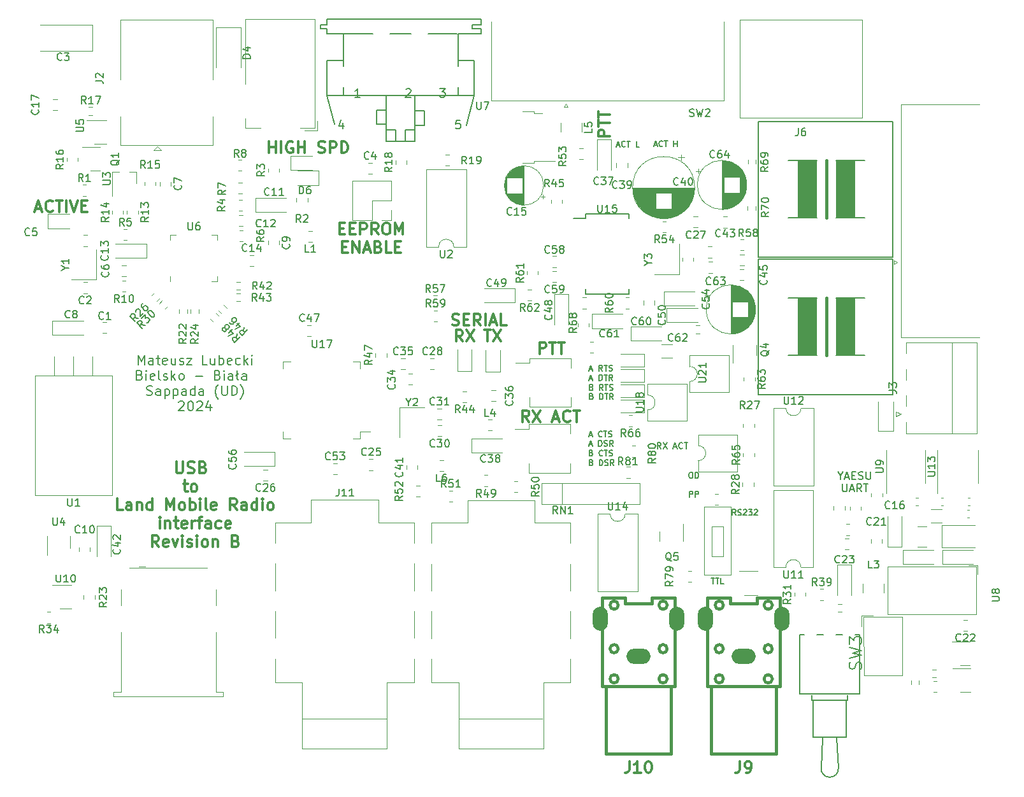
<source format=gbr>
%TF.GenerationSoftware,KiCad,Pcbnew,6.0.2+dfsg-1*%
%TF.CreationDate,2024-08-04T07:55:02+02:00*%
%TF.ProjectId,radio-usb,72616469-6f2d-4757-9362-2e6b69636164,rev?*%
%TF.SameCoordinates,Original*%
%TF.FileFunction,Legend,Top*%
%TF.FilePolarity,Positive*%
%FSLAX46Y46*%
G04 Gerber Fmt 4.6, Leading zero omitted, Abs format (unit mm)*
G04 Created by KiCad (PCBNEW 6.0.2+dfsg-1) date 2024-08-04 07:55:02*
%MOMM*%
%LPD*%
G01*
G04 APERTURE LIST*
%ADD10C,0.304800*%
%ADD11C,0.190500*%
%ADD12C,0.203200*%
%ADD13C,0.131000*%
%ADD14C,0.150000*%
%ADD15C,0.142240*%
%ADD16C,0.127000*%
%ADD17C,0.120000*%
%ADD18C,0.381000*%
%ADD19C,0.152400*%
%ADD20C,0.406400*%
%ADD21O,1.998980X3.197860*%
%ADD22O,3.197860X1.998980*%
G04 APERTURE END LIST*
D10*
X115548228Y-41057285D02*
X114024228Y-41057285D01*
X114024228Y-40476714D01*
X114096800Y-40331571D01*
X114169371Y-40259000D01*
X114314514Y-40186428D01*
X114532228Y-40186428D01*
X114677371Y-40259000D01*
X114749942Y-40331571D01*
X114822514Y-40476714D01*
X114822514Y-41057285D01*
X114024228Y-39751000D02*
X114024228Y-38880142D01*
X115548228Y-39315571D02*
X114024228Y-39315571D01*
X114024228Y-38589857D02*
X114024228Y-37719000D01*
X115548228Y-38154428D02*
X114024228Y-38154428D01*
D11*
X112801128Y-82061322D02*
X113163985Y-82061322D01*
X112728557Y-82279036D02*
X112982557Y-81517036D01*
X113236557Y-82279036D01*
X114071128Y-82279036D02*
X114071128Y-81517036D01*
X114252557Y-81517036D01*
X114361414Y-81553322D01*
X114433985Y-81625893D01*
X114470271Y-81698464D01*
X114506557Y-81843607D01*
X114506557Y-81952464D01*
X114470271Y-82097607D01*
X114433985Y-82170179D01*
X114361414Y-82242750D01*
X114252557Y-82279036D01*
X114071128Y-82279036D01*
X114796842Y-82242750D02*
X114905700Y-82279036D01*
X115087128Y-82279036D01*
X115159700Y-82242750D01*
X115195985Y-82206464D01*
X115232271Y-82133893D01*
X115232271Y-82061322D01*
X115195985Y-81988750D01*
X115159700Y-81952464D01*
X115087128Y-81916179D01*
X114941985Y-81879893D01*
X114869414Y-81843607D01*
X114833128Y-81807322D01*
X114796842Y-81734750D01*
X114796842Y-81662179D01*
X114833128Y-81589607D01*
X114869414Y-81553322D01*
X114941985Y-81517036D01*
X115123414Y-81517036D01*
X115232271Y-81553322D01*
X115994271Y-82279036D02*
X115740271Y-81916179D01*
X115558842Y-82279036D02*
X115558842Y-81517036D01*
X115849128Y-81517036D01*
X115921700Y-81553322D01*
X115957985Y-81589607D01*
X115994271Y-81662179D01*
X115994271Y-81771036D01*
X115957985Y-81843607D01*
X115921700Y-81879893D01*
X115849128Y-81916179D01*
X115558842Y-81916179D01*
X113134957Y-75631493D02*
X113243814Y-75667779D01*
X113280100Y-75704064D01*
X113316385Y-75776636D01*
X113316385Y-75885493D01*
X113280100Y-75958064D01*
X113243814Y-75994350D01*
X113171242Y-76030636D01*
X112880957Y-76030636D01*
X112880957Y-75268636D01*
X113134957Y-75268636D01*
X113207528Y-75304922D01*
X113243814Y-75341207D01*
X113280100Y-75413779D01*
X113280100Y-75486350D01*
X113243814Y-75558922D01*
X113207528Y-75595207D01*
X113134957Y-75631493D01*
X112880957Y-75631493D01*
X114223528Y-76030636D02*
X114223528Y-75268636D01*
X114404957Y-75268636D01*
X114513814Y-75304922D01*
X114586385Y-75377493D01*
X114622671Y-75450064D01*
X114658957Y-75595207D01*
X114658957Y-75704064D01*
X114622671Y-75849207D01*
X114586385Y-75921779D01*
X114513814Y-75994350D01*
X114404957Y-76030636D01*
X114223528Y-76030636D01*
X114876671Y-75268636D02*
X115312100Y-75268636D01*
X115094385Y-76030636D02*
X115094385Y-75268636D01*
X116001528Y-76030636D02*
X115747528Y-75667779D01*
X115566100Y-76030636D02*
X115566100Y-75268636D01*
X115856385Y-75268636D01*
X115928957Y-75304922D01*
X115965242Y-75341207D01*
X116001528Y-75413779D01*
X116001528Y-75522636D01*
X115965242Y-75595207D01*
X115928957Y-75631493D01*
X115856385Y-75667779D01*
X115566100Y-75667779D01*
X113127700Y-74437693D02*
X113236557Y-74473979D01*
X113272842Y-74510264D01*
X113309128Y-74582836D01*
X113309128Y-74691693D01*
X113272842Y-74764264D01*
X113236557Y-74800550D01*
X113163985Y-74836836D01*
X112873700Y-74836836D01*
X112873700Y-74074836D01*
X113127700Y-74074836D01*
X113200271Y-74111122D01*
X113236557Y-74147407D01*
X113272842Y-74219979D01*
X113272842Y-74292550D01*
X113236557Y-74365122D01*
X113200271Y-74401407D01*
X113127700Y-74437693D01*
X112873700Y-74437693D01*
X114651700Y-74836836D02*
X114397700Y-74473979D01*
X114216271Y-74836836D02*
X114216271Y-74074836D01*
X114506557Y-74074836D01*
X114579128Y-74111122D01*
X114615414Y-74147407D01*
X114651700Y-74219979D01*
X114651700Y-74328836D01*
X114615414Y-74401407D01*
X114579128Y-74437693D01*
X114506557Y-74473979D01*
X114216271Y-74473979D01*
X114869414Y-74074836D02*
X115304842Y-74074836D01*
X115087128Y-74836836D02*
X115087128Y-74074836D01*
X115522557Y-74800550D02*
X115631414Y-74836836D01*
X115812842Y-74836836D01*
X115885414Y-74800550D01*
X115921700Y-74764264D01*
X115957985Y-74691693D01*
X115957985Y-74619122D01*
X115921700Y-74546550D01*
X115885414Y-74510264D01*
X115812842Y-74473979D01*
X115667700Y-74437693D01*
X115595128Y-74401407D01*
X115558842Y-74365122D01*
X115522557Y-74292550D01*
X115522557Y-74219979D01*
X115558842Y-74147407D01*
X115595128Y-74111122D01*
X115667700Y-74074836D01*
X115849128Y-74074836D01*
X115957985Y-74111122D01*
D10*
X57948285Y-84351948D02*
X57948285Y-85585662D01*
X58020857Y-85730805D01*
X58093428Y-85803377D01*
X58238571Y-85875948D01*
X58528857Y-85875948D01*
X58674000Y-85803377D01*
X58746571Y-85730805D01*
X58819142Y-85585662D01*
X58819142Y-84351948D01*
X59472285Y-85803377D02*
X59690000Y-85875948D01*
X60052857Y-85875948D01*
X60198000Y-85803377D01*
X60270571Y-85730805D01*
X60343142Y-85585662D01*
X60343142Y-85440520D01*
X60270571Y-85295377D01*
X60198000Y-85222805D01*
X60052857Y-85150234D01*
X59762571Y-85077662D01*
X59617428Y-85005091D01*
X59544857Y-84932520D01*
X59472285Y-84787377D01*
X59472285Y-84642234D01*
X59544857Y-84497091D01*
X59617428Y-84424520D01*
X59762571Y-84351948D01*
X60125428Y-84351948D01*
X60343142Y-84424520D01*
X61504285Y-85077662D02*
X61722000Y-85150234D01*
X61794571Y-85222805D01*
X61867142Y-85367948D01*
X61867142Y-85585662D01*
X61794571Y-85730805D01*
X61722000Y-85803377D01*
X61576857Y-85875948D01*
X60996285Y-85875948D01*
X60996285Y-84351948D01*
X61504285Y-84351948D01*
X61649428Y-84424520D01*
X61722000Y-84497091D01*
X61794571Y-84642234D01*
X61794571Y-84787377D01*
X61722000Y-84932520D01*
X61649428Y-85005091D01*
X61504285Y-85077662D01*
X60996285Y-85077662D01*
X58891714Y-87313588D02*
X59472285Y-87313588D01*
X59109428Y-86805588D02*
X59109428Y-88111874D01*
X59182000Y-88257017D01*
X59327142Y-88329588D01*
X59472285Y-88329588D01*
X60198000Y-88329588D02*
X60052857Y-88257017D01*
X59980285Y-88184445D01*
X59907714Y-88039302D01*
X59907714Y-87603874D01*
X59980285Y-87458731D01*
X60052857Y-87386160D01*
X60198000Y-87313588D01*
X60415714Y-87313588D01*
X60560857Y-87386160D01*
X60633428Y-87458731D01*
X60706000Y-87603874D01*
X60706000Y-88039302D01*
X60633428Y-88184445D01*
X60560857Y-88257017D01*
X60415714Y-88329588D01*
X60198000Y-88329588D01*
X50836285Y-90783228D02*
X50110571Y-90783228D01*
X50110571Y-89259228D01*
X51997428Y-90783228D02*
X51997428Y-89984942D01*
X51924857Y-89839800D01*
X51779714Y-89767228D01*
X51489428Y-89767228D01*
X51344285Y-89839800D01*
X51997428Y-90710657D02*
X51852285Y-90783228D01*
X51489428Y-90783228D01*
X51344285Y-90710657D01*
X51271714Y-90565514D01*
X51271714Y-90420371D01*
X51344285Y-90275228D01*
X51489428Y-90202657D01*
X51852285Y-90202657D01*
X51997428Y-90130085D01*
X52723142Y-89767228D02*
X52723142Y-90783228D01*
X52723142Y-89912371D02*
X52795714Y-89839800D01*
X52940857Y-89767228D01*
X53158571Y-89767228D01*
X53303714Y-89839800D01*
X53376285Y-89984942D01*
X53376285Y-90783228D01*
X54755142Y-90783228D02*
X54755142Y-89259228D01*
X54755142Y-90710657D02*
X54610000Y-90783228D01*
X54319714Y-90783228D01*
X54174571Y-90710657D01*
X54102000Y-90638085D01*
X54029428Y-90492942D01*
X54029428Y-90057514D01*
X54102000Y-89912371D01*
X54174571Y-89839800D01*
X54319714Y-89767228D01*
X54610000Y-89767228D01*
X54755142Y-89839800D01*
X56642000Y-90783228D02*
X56642000Y-89259228D01*
X57150000Y-90347800D01*
X57658000Y-89259228D01*
X57658000Y-90783228D01*
X58601428Y-90783228D02*
X58456285Y-90710657D01*
X58383714Y-90638085D01*
X58311142Y-90492942D01*
X58311142Y-90057514D01*
X58383714Y-89912371D01*
X58456285Y-89839800D01*
X58601428Y-89767228D01*
X58819142Y-89767228D01*
X58964285Y-89839800D01*
X59036857Y-89912371D01*
X59109428Y-90057514D01*
X59109428Y-90492942D01*
X59036857Y-90638085D01*
X58964285Y-90710657D01*
X58819142Y-90783228D01*
X58601428Y-90783228D01*
X59762571Y-90783228D02*
X59762571Y-89259228D01*
X59762571Y-89839800D02*
X59907714Y-89767228D01*
X60198000Y-89767228D01*
X60343142Y-89839800D01*
X60415714Y-89912371D01*
X60488285Y-90057514D01*
X60488285Y-90492942D01*
X60415714Y-90638085D01*
X60343142Y-90710657D01*
X60198000Y-90783228D01*
X59907714Y-90783228D01*
X59762571Y-90710657D01*
X61141428Y-90783228D02*
X61141428Y-89767228D01*
X61141428Y-89259228D02*
X61068857Y-89331800D01*
X61141428Y-89404371D01*
X61214000Y-89331800D01*
X61141428Y-89259228D01*
X61141428Y-89404371D01*
X62084857Y-90783228D02*
X61939714Y-90710657D01*
X61867142Y-90565514D01*
X61867142Y-89259228D01*
X63246000Y-90710657D02*
X63100857Y-90783228D01*
X62810571Y-90783228D01*
X62665428Y-90710657D01*
X62592857Y-90565514D01*
X62592857Y-89984942D01*
X62665428Y-89839800D01*
X62810571Y-89767228D01*
X63100857Y-89767228D01*
X63246000Y-89839800D01*
X63318571Y-89984942D01*
X63318571Y-90130085D01*
X62592857Y-90275228D01*
X66003714Y-90783228D02*
X65495714Y-90057514D01*
X65132857Y-90783228D02*
X65132857Y-89259228D01*
X65713428Y-89259228D01*
X65858571Y-89331800D01*
X65931142Y-89404371D01*
X66003714Y-89549514D01*
X66003714Y-89767228D01*
X65931142Y-89912371D01*
X65858571Y-89984942D01*
X65713428Y-90057514D01*
X65132857Y-90057514D01*
X67310000Y-90783228D02*
X67310000Y-89984942D01*
X67237428Y-89839800D01*
X67092285Y-89767228D01*
X66802000Y-89767228D01*
X66656857Y-89839800D01*
X67310000Y-90710657D02*
X67164857Y-90783228D01*
X66802000Y-90783228D01*
X66656857Y-90710657D01*
X66584285Y-90565514D01*
X66584285Y-90420371D01*
X66656857Y-90275228D01*
X66802000Y-90202657D01*
X67164857Y-90202657D01*
X67310000Y-90130085D01*
X68688857Y-90783228D02*
X68688857Y-89259228D01*
X68688857Y-90710657D02*
X68543714Y-90783228D01*
X68253428Y-90783228D01*
X68108285Y-90710657D01*
X68035714Y-90638085D01*
X67963142Y-90492942D01*
X67963142Y-90057514D01*
X68035714Y-89912371D01*
X68108285Y-89839800D01*
X68253428Y-89767228D01*
X68543714Y-89767228D01*
X68688857Y-89839800D01*
X69414571Y-90783228D02*
X69414571Y-89767228D01*
X69414571Y-89259228D02*
X69342000Y-89331800D01*
X69414571Y-89404371D01*
X69487142Y-89331800D01*
X69414571Y-89259228D01*
X69414571Y-89404371D01*
X70358000Y-90783228D02*
X70212857Y-90710657D01*
X70140285Y-90638085D01*
X70067714Y-90492942D01*
X70067714Y-90057514D01*
X70140285Y-89912371D01*
X70212857Y-89839800D01*
X70358000Y-89767228D01*
X70575714Y-89767228D01*
X70720857Y-89839800D01*
X70793428Y-89912371D01*
X70866000Y-90057514D01*
X70866000Y-90492942D01*
X70793428Y-90638085D01*
X70720857Y-90710657D01*
X70575714Y-90783228D01*
X70358000Y-90783228D01*
X55771142Y-93236868D02*
X55771142Y-92220868D01*
X55771142Y-91712868D02*
X55698571Y-91785440D01*
X55771142Y-91858011D01*
X55843714Y-91785440D01*
X55771142Y-91712868D01*
X55771142Y-91858011D01*
X56496857Y-92220868D02*
X56496857Y-93236868D01*
X56496857Y-92366011D02*
X56569428Y-92293440D01*
X56714571Y-92220868D01*
X56932285Y-92220868D01*
X57077428Y-92293440D01*
X57150000Y-92438582D01*
X57150000Y-93236868D01*
X57658000Y-92220868D02*
X58238571Y-92220868D01*
X57875714Y-91712868D02*
X57875714Y-93019154D01*
X57948285Y-93164297D01*
X58093428Y-93236868D01*
X58238571Y-93236868D01*
X59327142Y-93164297D02*
X59182000Y-93236868D01*
X58891714Y-93236868D01*
X58746571Y-93164297D01*
X58674000Y-93019154D01*
X58674000Y-92438582D01*
X58746571Y-92293440D01*
X58891714Y-92220868D01*
X59182000Y-92220868D01*
X59327142Y-92293440D01*
X59399714Y-92438582D01*
X59399714Y-92583725D01*
X58674000Y-92728868D01*
X60052857Y-93236868D02*
X60052857Y-92220868D01*
X60052857Y-92511154D02*
X60125428Y-92366011D01*
X60198000Y-92293440D01*
X60343142Y-92220868D01*
X60488285Y-92220868D01*
X60778571Y-92220868D02*
X61359142Y-92220868D01*
X60996285Y-93236868D02*
X60996285Y-91930582D01*
X61068857Y-91785440D01*
X61214000Y-91712868D01*
X61359142Y-91712868D01*
X62520285Y-93236868D02*
X62520285Y-92438582D01*
X62447714Y-92293440D01*
X62302571Y-92220868D01*
X62012285Y-92220868D01*
X61867142Y-92293440D01*
X62520285Y-93164297D02*
X62375142Y-93236868D01*
X62012285Y-93236868D01*
X61867142Y-93164297D01*
X61794571Y-93019154D01*
X61794571Y-92874011D01*
X61867142Y-92728868D01*
X62012285Y-92656297D01*
X62375142Y-92656297D01*
X62520285Y-92583725D01*
X63899142Y-93164297D02*
X63754000Y-93236868D01*
X63463714Y-93236868D01*
X63318571Y-93164297D01*
X63246000Y-93091725D01*
X63173428Y-92946582D01*
X63173428Y-92511154D01*
X63246000Y-92366011D01*
X63318571Y-92293440D01*
X63463714Y-92220868D01*
X63754000Y-92220868D01*
X63899142Y-92293440D01*
X65132857Y-93164297D02*
X64987714Y-93236868D01*
X64697428Y-93236868D01*
X64552285Y-93164297D01*
X64479714Y-93019154D01*
X64479714Y-92438582D01*
X64552285Y-92293440D01*
X64697428Y-92220868D01*
X64987714Y-92220868D01*
X65132857Y-92293440D01*
X65205428Y-92438582D01*
X65205428Y-92583725D01*
X64479714Y-92728868D01*
X55626000Y-95690508D02*
X55118000Y-94964794D01*
X54755142Y-95690508D02*
X54755142Y-94166508D01*
X55335714Y-94166508D01*
X55480857Y-94239080D01*
X55553428Y-94311651D01*
X55626000Y-94456794D01*
X55626000Y-94674508D01*
X55553428Y-94819651D01*
X55480857Y-94892222D01*
X55335714Y-94964794D01*
X54755142Y-94964794D01*
X56859714Y-95617937D02*
X56714571Y-95690508D01*
X56424285Y-95690508D01*
X56279142Y-95617937D01*
X56206571Y-95472794D01*
X56206571Y-94892222D01*
X56279142Y-94747080D01*
X56424285Y-94674508D01*
X56714571Y-94674508D01*
X56859714Y-94747080D01*
X56932285Y-94892222D01*
X56932285Y-95037365D01*
X56206571Y-95182508D01*
X57440285Y-94674508D02*
X57803142Y-95690508D01*
X58166000Y-94674508D01*
X58746571Y-95690508D02*
X58746571Y-94674508D01*
X58746571Y-94166508D02*
X58674000Y-94239080D01*
X58746571Y-94311651D01*
X58819142Y-94239080D01*
X58746571Y-94166508D01*
X58746571Y-94311651D01*
X59399714Y-95617937D02*
X59544857Y-95690508D01*
X59835142Y-95690508D01*
X59980285Y-95617937D01*
X60052857Y-95472794D01*
X60052857Y-95400222D01*
X59980285Y-95255080D01*
X59835142Y-95182508D01*
X59617428Y-95182508D01*
X59472285Y-95109937D01*
X59399714Y-94964794D01*
X59399714Y-94892222D01*
X59472285Y-94747080D01*
X59617428Y-94674508D01*
X59835142Y-94674508D01*
X59980285Y-94747080D01*
X60706000Y-95690508D02*
X60706000Y-94674508D01*
X60706000Y-94166508D02*
X60633428Y-94239080D01*
X60706000Y-94311651D01*
X60778571Y-94239080D01*
X60706000Y-94166508D01*
X60706000Y-94311651D01*
X61649428Y-95690508D02*
X61504285Y-95617937D01*
X61431714Y-95545365D01*
X61359142Y-95400222D01*
X61359142Y-94964794D01*
X61431714Y-94819651D01*
X61504285Y-94747080D01*
X61649428Y-94674508D01*
X61867142Y-94674508D01*
X62012285Y-94747080D01*
X62084857Y-94819651D01*
X62157428Y-94964794D01*
X62157428Y-95400222D01*
X62084857Y-95545365D01*
X62012285Y-95617937D01*
X61867142Y-95690508D01*
X61649428Y-95690508D01*
X62810571Y-94674508D02*
X62810571Y-95690508D01*
X62810571Y-94819651D02*
X62883142Y-94747080D01*
X63028285Y-94674508D01*
X63246000Y-94674508D01*
X63391142Y-94747080D01*
X63463714Y-94892222D01*
X63463714Y-95690508D01*
X65858571Y-94892222D02*
X66076285Y-94964794D01*
X66148857Y-95037365D01*
X66221428Y-95182508D01*
X66221428Y-95400222D01*
X66148857Y-95545365D01*
X66076285Y-95617937D01*
X65931142Y-95690508D01*
X65350571Y-95690508D01*
X65350571Y-94166508D01*
X65858571Y-94166508D01*
X66003714Y-94239080D01*
X66076285Y-94311651D01*
X66148857Y-94456794D01*
X66148857Y-94601937D01*
X66076285Y-94747080D01*
X66003714Y-94819651D01*
X65858571Y-94892222D01*
X65350571Y-94892222D01*
D11*
X129043571Y-99772714D02*
X129479000Y-99772714D01*
X129261285Y-100534714D02*
X129261285Y-99772714D01*
X129624142Y-99772714D02*
X130059571Y-99772714D01*
X129841857Y-100534714D02*
X129841857Y-99772714D01*
X130676428Y-100534714D02*
X130313571Y-100534714D01*
X130313571Y-99772714D01*
X112873700Y-73323722D02*
X113236557Y-73323722D01*
X112801128Y-73541436D02*
X113055128Y-72779436D01*
X113309128Y-73541436D01*
X114143700Y-73541436D02*
X114143700Y-72779436D01*
X114325128Y-72779436D01*
X114433985Y-72815722D01*
X114506557Y-72888293D01*
X114542842Y-72960864D01*
X114579128Y-73106007D01*
X114579128Y-73214864D01*
X114542842Y-73360007D01*
X114506557Y-73432579D01*
X114433985Y-73505150D01*
X114325128Y-73541436D01*
X114143700Y-73541436D01*
X114796842Y-72779436D02*
X115232271Y-72779436D01*
X115014557Y-73541436D02*
X115014557Y-72779436D01*
X115921700Y-73541436D02*
X115667700Y-73178579D01*
X115486271Y-73541436D02*
X115486271Y-72779436D01*
X115776557Y-72779436D01*
X115849128Y-72815722D01*
X115885414Y-72852007D01*
X115921700Y-72924579D01*
X115921700Y-73033436D01*
X115885414Y-73106007D01*
X115849128Y-73142293D01*
X115776557Y-73178579D01*
X115486271Y-73178579D01*
D12*
X146196352Y-86203729D02*
X146196352Y-86687539D01*
X145857685Y-85671539D02*
X146196352Y-86203729D01*
X146535019Y-85671539D01*
X146825304Y-86397253D02*
X147309114Y-86397253D01*
X146728542Y-86687539D02*
X147067209Y-85671539D01*
X147405876Y-86687539D01*
X147744542Y-86155348D02*
X148083209Y-86155348D01*
X148228352Y-86687539D02*
X147744542Y-86687539D01*
X147744542Y-85671539D01*
X148228352Y-85671539D01*
X148615400Y-86639158D02*
X148760542Y-86687539D01*
X149002447Y-86687539D01*
X149099209Y-86639158D01*
X149147590Y-86590777D01*
X149195971Y-86494015D01*
X149195971Y-86397253D01*
X149147590Y-86300491D01*
X149099209Y-86252110D01*
X149002447Y-86203729D01*
X148808923Y-86155348D01*
X148712161Y-86106967D01*
X148663780Y-86058586D01*
X148615400Y-85961824D01*
X148615400Y-85865062D01*
X148663780Y-85768300D01*
X148712161Y-85719920D01*
X148808923Y-85671539D01*
X149050828Y-85671539D01*
X149195971Y-85719920D01*
X149631400Y-85671539D02*
X149631400Y-86494015D01*
X149679780Y-86590777D01*
X149728161Y-86639158D01*
X149824923Y-86687539D01*
X150018447Y-86687539D01*
X150115209Y-86639158D01*
X150163590Y-86590777D01*
X150211971Y-86494015D01*
X150211971Y-85671539D01*
X146486638Y-87307299D02*
X146486638Y-88129775D01*
X146535019Y-88226537D01*
X146583400Y-88274918D01*
X146680161Y-88323299D01*
X146873685Y-88323299D01*
X146970447Y-88274918D01*
X147018828Y-88226537D01*
X147067209Y-88129775D01*
X147067209Y-87307299D01*
X147502638Y-88033013D02*
X147986447Y-88033013D01*
X147405876Y-88323299D02*
X147744542Y-87307299D01*
X148083209Y-88323299D01*
X149002447Y-88323299D02*
X148663780Y-87839489D01*
X148421876Y-88323299D02*
X148421876Y-87307299D01*
X148808923Y-87307299D01*
X148905685Y-87355680D01*
X148954066Y-87404060D01*
X149002447Y-87500822D01*
X149002447Y-87645965D01*
X148954066Y-87742727D01*
X148905685Y-87791108D01*
X148808923Y-87839489D01*
X148421876Y-87839489D01*
X149292733Y-87307299D02*
X149873304Y-87307299D01*
X149583019Y-88323299D02*
X149583019Y-87307299D01*
D11*
X112866442Y-72053722D02*
X113229300Y-72053722D01*
X112793871Y-72271436D02*
X113047871Y-71509436D01*
X113301871Y-72271436D01*
X114571871Y-72271436D02*
X114317871Y-71908579D01*
X114136442Y-72271436D02*
X114136442Y-71509436D01*
X114426728Y-71509436D01*
X114499300Y-71545722D01*
X114535585Y-71582007D01*
X114571871Y-71654579D01*
X114571871Y-71763436D01*
X114535585Y-71836007D01*
X114499300Y-71872293D01*
X114426728Y-71908579D01*
X114136442Y-71908579D01*
X114789585Y-71509436D02*
X115225014Y-71509436D01*
X115007300Y-72271436D02*
X115007300Y-71509436D01*
X115442728Y-72235150D02*
X115551585Y-72271436D01*
X115733014Y-72271436D01*
X115805585Y-72235150D01*
X115841871Y-72198864D01*
X115878157Y-72126293D01*
X115878157Y-72053722D01*
X115841871Y-71981150D01*
X115805585Y-71944864D01*
X115733014Y-71908579D01*
X115587871Y-71872293D01*
X115515300Y-71836007D01*
X115479014Y-71799722D01*
X115442728Y-71727150D01*
X115442728Y-71654579D01*
X115479014Y-71582007D01*
X115515300Y-71545722D01*
X115587871Y-71509436D01*
X115769300Y-71509436D01*
X115878157Y-71545722D01*
D10*
X96012000Y-68329628D02*
X95504000Y-67603914D01*
X95141142Y-68329628D02*
X95141142Y-66805628D01*
X95721714Y-66805628D01*
X95866857Y-66878200D01*
X95939428Y-66950771D01*
X96012000Y-67095914D01*
X96012000Y-67313628D01*
X95939428Y-67458771D01*
X95866857Y-67531342D01*
X95721714Y-67603914D01*
X95141142Y-67603914D01*
X96520000Y-66805628D02*
X97536000Y-68329628D01*
X97536000Y-66805628D02*
X96520000Y-68329628D01*
D11*
X116480771Y-42240200D02*
X116843628Y-42240200D01*
X116408200Y-42457914D02*
X116662200Y-41695914D01*
X116916200Y-42457914D01*
X117605628Y-42385342D02*
X117569342Y-42421628D01*
X117460485Y-42457914D01*
X117387914Y-42457914D01*
X117279057Y-42421628D01*
X117206485Y-42349057D01*
X117170200Y-42276485D01*
X117133914Y-42131342D01*
X117133914Y-42022485D01*
X117170200Y-41877342D01*
X117206485Y-41804771D01*
X117279057Y-41732200D01*
X117387914Y-41695914D01*
X117460485Y-41695914D01*
X117569342Y-41732200D01*
X117605628Y-41768485D01*
X117823342Y-41695914D02*
X118258771Y-41695914D01*
X118041057Y-42457914D02*
X118041057Y-41695914D01*
X119456200Y-42457914D02*
X119093342Y-42457914D01*
X119093342Y-41695914D01*
D13*
X122364285Y-82611904D02*
X122097619Y-82230952D01*
X121907142Y-82611904D02*
X121907142Y-81811904D01*
X122211904Y-81811904D01*
X122288095Y-81850000D01*
X122326190Y-81888095D01*
X122364285Y-81964285D01*
X122364285Y-82078571D01*
X122326190Y-82154761D01*
X122288095Y-82192857D01*
X122211904Y-82230952D01*
X121907142Y-82230952D01*
X122630952Y-81811904D02*
X123164285Y-82611904D01*
X123164285Y-81811904D02*
X122630952Y-82611904D01*
X124040476Y-82383333D02*
X124421428Y-82383333D01*
X123964285Y-82611904D02*
X124230952Y-81811904D01*
X124497619Y-82611904D01*
X125221428Y-82535714D02*
X125183333Y-82573809D01*
X125069047Y-82611904D01*
X124992857Y-82611904D01*
X124878571Y-82573809D01*
X124802380Y-82497619D01*
X124764285Y-82421428D01*
X124726190Y-82269047D01*
X124726190Y-82154761D01*
X124764285Y-82002380D01*
X124802380Y-81926190D01*
X124878571Y-81850000D01*
X124992857Y-81811904D01*
X125069047Y-81811904D01*
X125183333Y-81850000D01*
X125221428Y-81888095D01*
X125450000Y-81811904D02*
X125907142Y-81811904D01*
X125678571Y-82611904D02*
X125678571Y-81811904D01*
D11*
X112815642Y-80816722D02*
X113178500Y-80816722D01*
X112743071Y-81034436D02*
X112997071Y-80272436D01*
X113251071Y-81034436D01*
X114521071Y-80961864D02*
X114484785Y-80998150D01*
X114375928Y-81034436D01*
X114303357Y-81034436D01*
X114194500Y-80998150D01*
X114121928Y-80925579D01*
X114085642Y-80853007D01*
X114049357Y-80707864D01*
X114049357Y-80599007D01*
X114085642Y-80453864D01*
X114121928Y-80381293D01*
X114194500Y-80308722D01*
X114303357Y-80272436D01*
X114375928Y-80272436D01*
X114484785Y-80308722D01*
X114521071Y-80345007D01*
X114738785Y-80272436D02*
X115174214Y-80272436D01*
X114956500Y-81034436D02*
X114956500Y-80272436D01*
X115391928Y-80998150D02*
X115500785Y-81034436D01*
X115682214Y-81034436D01*
X115754785Y-80998150D01*
X115791071Y-80961864D01*
X115827357Y-80889293D01*
X115827357Y-80816722D01*
X115791071Y-80744150D01*
X115754785Y-80707864D01*
X115682214Y-80671579D01*
X115537071Y-80635293D01*
X115464500Y-80599007D01*
X115428214Y-80562722D01*
X115391928Y-80490150D01*
X115391928Y-80417579D01*
X115428214Y-80345007D01*
X115464500Y-80308722D01*
X115537071Y-80272436D01*
X115718500Y-80272436D01*
X115827357Y-80308722D01*
D10*
X106208014Y-69974550D02*
X106208014Y-68450550D01*
X106788585Y-68450550D01*
X106933728Y-68523122D01*
X107006300Y-68595693D01*
X107078871Y-68740836D01*
X107078871Y-68958550D01*
X107006300Y-69103693D01*
X106933728Y-69176264D01*
X106788585Y-69248836D01*
X106208014Y-69248836D01*
X107514300Y-68450550D02*
X108385157Y-68450550D01*
X107949728Y-69974550D02*
X107949728Y-68450550D01*
X108675442Y-68450550D02*
X109546300Y-68450550D01*
X109110871Y-69974550D02*
X109110871Y-68450550D01*
D11*
X132284428Y-91464714D02*
X132030428Y-91101857D01*
X131849000Y-91464714D02*
X131849000Y-90702714D01*
X132139285Y-90702714D01*
X132211857Y-90739000D01*
X132248142Y-90775285D01*
X132284428Y-90847857D01*
X132284428Y-90956714D01*
X132248142Y-91029285D01*
X132211857Y-91065571D01*
X132139285Y-91101857D01*
X131849000Y-91101857D01*
X132574714Y-91428428D02*
X132683571Y-91464714D01*
X132865000Y-91464714D01*
X132937571Y-91428428D01*
X132973857Y-91392142D01*
X133010142Y-91319571D01*
X133010142Y-91247000D01*
X132973857Y-91174428D01*
X132937571Y-91138142D01*
X132865000Y-91101857D01*
X132719857Y-91065571D01*
X132647285Y-91029285D01*
X132611000Y-90993000D01*
X132574714Y-90920428D01*
X132574714Y-90847857D01*
X132611000Y-90775285D01*
X132647285Y-90739000D01*
X132719857Y-90702714D01*
X132901285Y-90702714D01*
X133010142Y-90739000D01*
X133300428Y-90775285D02*
X133336714Y-90739000D01*
X133409285Y-90702714D01*
X133590714Y-90702714D01*
X133663285Y-90739000D01*
X133699571Y-90775285D01*
X133735857Y-90847857D01*
X133735857Y-90920428D01*
X133699571Y-91029285D01*
X133264142Y-91464714D01*
X133735857Y-91464714D01*
X133989857Y-90702714D02*
X134461571Y-90702714D01*
X134207571Y-90993000D01*
X134316428Y-90993000D01*
X134389000Y-91029285D01*
X134425285Y-91065571D01*
X134461571Y-91138142D01*
X134461571Y-91319571D01*
X134425285Y-91392142D01*
X134389000Y-91428428D01*
X134316428Y-91464714D01*
X134098714Y-91464714D01*
X134026142Y-91428428D01*
X133989857Y-91392142D01*
X134751857Y-90775285D02*
X134788142Y-90739000D01*
X134860714Y-90702714D01*
X135042142Y-90702714D01*
X135114714Y-90739000D01*
X135151000Y-90775285D01*
X135187285Y-90847857D01*
X135187285Y-90920428D01*
X135151000Y-91029285D01*
X134715571Y-91464714D01*
X135187285Y-91464714D01*
X126266428Y-85752714D02*
X126411571Y-85752714D01*
X126484142Y-85789000D01*
X126556714Y-85861571D01*
X126593000Y-86006714D01*
X126593000Y-86260714D01*
X126556714Y-86405857D01*
X126484142Y-86478428D01*
X126411571Y-86514714D01*
X126266428Y-86514714D01*
X126193857Y-86478428D01*
X126121285Y-86405857D01*
X126085000Y-86260714D01*
X126085000Y-86006714D01*
X126121285Y-85861571D01*
X126193857Y-85789000D01*
X126266428Y-85752714D01*
X126919571Y-86514714D02*
X126919571Y-85752714D01*
X127101000Y-85752714D01*
X127209857Y-85789000D01*
X127282428Y-85861571D01*
X127318714Y-85934142D01*
X127355000Y-86079285D01*
X127355000Y-86188142D01*
X127318714Y-86333285D01*
X127282428Y-86405857D01*
X127209857Y-86478428D01*
X127101000Y-86514714D01*
X126919571Y-86514714D01*
X113087785Y-84445293D02*
X113196642Y-84481579D01*
X113232928Y-84517864D01*
X113269214Y-84590436D01*
X113269214Y-84699293D01*
X113232928Y-84771864D01*
X113196642Y-84808150D01*
X113124071Y-84844436D01*
X112833785Y-84844436D01*
X112833785Y-84082436D01*
X113087785Y-84082436D01*
X113160357Y-84118722D01*
X113196642Y-84155007D01*
X113232928Y-84227579D01*
X113232928Y-84300150D01*
X113196642Y-84372722D01*
X113160357Y-84409007D01*
X113087785Y-84445293D01*
X112833785Y-84445293D01*
X114176357Y-84844436D02*
X114176357Y-84082436D01*
X114357785Y-84082436D01*
X114466642Y-84118722D01*
X114539214Y-84191293D01*
X114575500Y-84263864D01*
X114611785Y-84409007D01*
X114611785Y-84517864D01*
X114575500Y-84663007D01*
X114539214Y-84735579D01*
X114466642Y-84808150D01*
X114357785Y-84844436D01*
X114176357Y-84844436D01*
X114902071Y-84808150D02*
X115010928Y-84844436D01*
X115192357Y-84844436D01*
X115264928Y-84808150D01*
X115301214Y-84771864D01*
X115337500Y-84699293D01*
X115337500Y-84626722D01*
X115301214Y-84554150D01*
X115264928Y-84517864D01*
X115192357Y-84481579D01*
X115047214Y-84445293D01*
X114974642Y-84409007D01*
X114938357Y-84372722D01*
X114902071Y-84300150D01*
X114902071Y-84227579D01*
X114938357Y-84155007D01*
X114974642Y-84118722D01*
X115047214Y-84082436D01*
X115228642Y-84082436D01*
X115337500Y-84118722D01*
X116099500Y-84844436D02*
X115845500Y-84481579D01*
X115664071Y-84844436D02*
X115664071Y-84082436D01*
X115954357Y-84082436D01*
X116026928Y-84118722D01*
X116063214Y-84155007D01*
X116099500Y-84227579D01*
X116099500Y-84336436D01*
X116063214Y-84409007D01*
X116026928Y-84445293D01*
X115954357Y-84481579D01*
X115664071Y-84481579D01*
D10*
X70299942Y-43285228D02*
X70299942Y-41761228D01*
X70299942Y-42486942D02*
X71170800Y-42486942D01*
X71170800Y-43285228D02*
X71170800Y-41761228D01*
X71896514Y-43285228D02*
X71896514Y-41761228D01*
X73420514Y-41833800D02*
X73275371Y-41761228D01*
X73057657Y-41761228D01*
X72839942Y-41833800D01*
X72694800Y-41978942D01*
X72622228Y-42124085D01*
X72549657Y-42414371D01*
X72549657Y-42632085D01*
X72622228Y-42922371D01*
X72694800Y-43067514D01*
X72839942Y-43212657D01*
X73057657Y-43285228D01*
X73202800Y-43285228D01*
X73420514Y-43212657D01*
X73493085Y-43140085D01*
X73493085Y-42632085D01*
X73202800Y-42632085D01*
X74146228Y-43285228D02*
X74146228Y-41761228D01*
X74146228Y-42486942D02*
X75017085Y-42486942D01*
X75017085Y-43285228D02*
X75017085Y-41761228D01*
X76831371Y-43212657D02*
X77049085Y-43285228D01*
X77411942Y-43285228D01*
X77557085Y-43212657D01*
X77629657Y-43140085D01*
X77702228Y-42994942D01*
X77702228Y-42849800D01*
X77629657Y-42704657D01*
X77557085Y-42632085D01*
X77411942Y-42559514D01*
X77121657Y-42486942D01*
X76976514Y-42414371D01*
X76903942Y-42341800D01*
X76831371Y-42196657D01*
X76831371Y-42051514D01*
X76903942Y-41906371D01*
X76976514Y-41833800D01*
X77121657Y-41761228D01*
X77484514Y-41761228D01*
X77702228Y-41833800D01*
X78355371Y-43285228D02*
X78355371Y-41761228D01*
X78935942Y-41761228D01*
X79081085Y-41833800D01*
X79153657Y-41906371D01*
X79226228Y-42051514D01*
X79226228Y-42269228D01*
X79153657Y-42414371D01*
X79081085Y-42486942D01*
X78935942Y-42559514D01*
X78355371Y-42559514D01*
X79879371Y-43285228D02*
X79879371Y-41761228D01*
X80242228Y-41761228D01*
X80459942Y-41833800D01*
X80605085Y-41978942D01*
X80677657Y-42124085D01*
X80750228Y-42414371D01*
X80750228Y-42632085D01*
X80677657Y-42922371D01*
X80605085Y-43067514D01*
X80459942Y-43212657D01*
X80242228Y-43285228D01*
X79879371Y-43285228D01*
D11*
X121444657Y-42214800D02*
X121807514Y-42214800D01*
X121372085Y-42432514D02*
X121626085Y-41670514D01*
X121880085Y-42432514D01*
X122569514Y-42359942D02*
X122533228Y-42396228D01*
X122424371Y-42432514D01*
X122351800Y-42432514D01*
X122242942Y-42396228D01*
X122170371Y-42323657D01*
X122134085Y-42251085D01*
X122097800Y-42105942D01*
X122097800Y-41997085D01*
X122134085Y-41851942D01*
X122170371Y-41779371D01*
X122242942Y-41706800D01*
X122351800Y-41670514D01*
X122424371Y-41670514D01*
X122533228Y-41706800D01*
X122569514Y-41743085D01*
X122787228Y-41670514D02*
X123222657Y-41670514D01*
X123004942Y-42432514D02*
X123004942Y-41670514D01*
X124057228Y-42432514D02*
X124057228Y-41670514D01*
X124057228Y-42033371D02*
X124492657Y-42033371D01*
X124492657Y-42432514D02*
X124492657Y-41670514D01*
D10*
X79631257Y-53320122D02*
X80139257Y-53320122D01*
X80356971Y-54118408D02*
X79631257Y-54118408D01*
X79631257Y-52594408D01*
X80356971Y-52594408D01*
X81010114Y-53320122D02*
X81518114Y-53320122D01*
X81735828Y-54118408D02*
X81010114Y-54118408D01*
X81010114Y-52594408D01*
X81735828Y-52594408D01*
X82388971Y-54118408D02*
X82388971Y-52594408D01*
X82969542Y-52594408D01*
X83114685Y-52666980D01*
X83187257Y-52739551D01*
X83259828Y-52884694D01*
X83259828Y-53102408D01*
X83187257Y-53247551D01*
X83114685Y-53320122D01*
X82969542Y-53392694D01*
X82388971Y-53392694D01*
X84783828Y-54118408D02*
X84275828Y-53392694D01*
X83912971Y-54118408D02*
X83912971Y-52594408D01*
X84493542Y-52594408D01*
X84638685Y-52666980D01*
X84711257Y-52739551D01*
X84783828Y-52884694D01*
X84783828Y-53102408D01*
X84711257Y-53247551D01*
X84638685Y-53320122D01*
X84493542Y-53392694D01*
X83912971Y-53392694D01*
X85727257Y-52594408D02*
X86017542Y-52594408D01*
X86162685Y-52666980D01*
X86307828Y-52812122D01*
X86380400Y-53102408D01*
X86380400Y-53610408D01*
X86307828Y-53900694D01*
X86162685Y-54045837D01*
X86017542Y-54118408D01*
X85727257Y-54118408D01*
X85582114Y-54045837D01*
X85436971Y-53900694D01*
X85364400Y-53610408D01*
X85364400Y-53102408D01*
X85436971Y-52812122D01*
X85582114Y-52666980D01*
X85727257Y-52594408D01*
X87033542Y-54118408D02*
X87033542Y-52594408D01*
X87541542Y-53682980D01*
X88049542Y-52594408D01*
X88049542Y-54118408D01*
X79994114Y-55773762D02*
X80502114Y-55773762D01*
X80719828Y-56572048D02*
X79994114Y-56572048D01*
X79994114Y-55048048D01*
X80719828Y-55048048D01*
X81372971Y-56572048D02*
X81372971Y-55048048D01*
X82243828Y-56572048D01*
X82243828Y-55048048D01*
X82896971Y-56136620D02*
X83622685Y-56136620D01*
X82751828Y-56572048D02*
X83259828Y-55048048D01*
X83767828Y-56572048D01*
X84783828Y-55773762D02*
X85001542Y-55846334D01*
X85074114Y-55918905D01*
X85146685Y-56064048D01*
X85146685Y-56281762D01*
X85074114Y-56426905D01*
X85001542Y-56499477D01*
X84856400Y-56572048D01*
X84275828Y-56572048D01*
X84275828Y-55048048D01*
X84783828Y-55048048D01*
X84928971Y-55120620D01*
X85001542Y-55193191D01*
X85074114Y-55338334D01*
X85074114Y-55483477D01*
X85001542Y-55628620D01*
X84928971Y-55701191D01*
X84783828Y-55773762D01*
X84275828Y-55773762D01*
X86525542Y-56572048D02*
X85799828Y-56572048D01*
X85799828Y-55048048D01*
X87033542Y-55773762D02*
X87541542Y-55773762D01*
X87759257Y-56572048D02*
X87033542Y-56572048D01*
X87033542Y-55048048D01*
X87759257Y-55048048D01*
X98838657Y-66805628D02*
X99709514Y-66805628D01*
X99274085Y-68329628D02*
X99274085Y-66805628D01*
X100072371Y-66805628D02*
X101088371Y-68329628D01*
X101088371Y-66805628D02*
X100072371Y-68329628D01*
X39286542Y-50673000D02*
X40012257Y-50673000D01*
X39141400Y-51108428D02*
X39649400Y-49584428D01*
X40157400Y-51108428D01*
X41536257Y-50963285D02*
X41463685Y-51035857D01*
X41245971Y-51108428D01*
X41100828Y-51108428D01*
X40883114Y-51035857D01*
X40737971Y-50890714D01*
X40665400Y-50745571D01*
X40592828Y-50455285D01*
X40592828Y-50237571D01*
X40665400Y-49947285D01*
X40737971Y-49802142D01*
X40883114Y-49657000D01*
X41100828Y-49584428D01*
X41245971Y-49584428D01*
X41463685Y-49657000D01*
X41536257Y-49729571D01*
X41971685Y-49584428D02*
X42842542Y-49584428D01*
X42407114Y-51108428D02*
X42407114Y-49584428D01*
X43350542Y-51108428D02*
X43350542Y-49584428D01*
X43858542Y-49584428D02*
X44366542Y-51108428D01*
X44874542Y-49584428D01*
X45382542Y-50310142D02*
X45890542Y-50310142D01*
X46108257Y-51108428D02*
X45382542Y-51108428D01*
X45382542Y-49584428D01*
X46108257Y-49584428D01*
X94625885Y-66148857D02*
X94843600Y-66221428D01*
X95206457Y-66221428D01*
X95351600Y-66148857D01*
X95424171Y-66076285D01*
X95496742Y-65931142D01*
X95496742Y-65786000D01*
X95424171Y-65640857D01*
X95351600Y-65568285D01*
X95206457Y-65495714D01*
X94916171Y-65423142D01*
X94771028Y-65350571D01*
X94698457Y-65278000D01*
X94625885Y-65132857D01*
X94625885Y-64987714D01*
X94698457Y-64842571D01*
X94771028Y-64770000D01*
X94916171Y-64697428D01*
X95279028Y-64697428D01*
X95496742Y-64770000D01*
X96149885Y-65423142D02*
X96657885Y-65423142D01*
X96875600Y-66221428D02*
X96149885Y-66221428D01*
X96149885Y-64697428D01*
X96875600Y-64697428D01*
X98399600Y-66221428D02*
X97891600Y-65495714D01*
X97528742Y-66221428D02*
X97528742Y-64697428D01*
X98109314Y-64697428D01*
X98254457Y-64770000D01*
X98327028Y-64842571D01*
X98399600Y-64987714D01*
X98399600Y-65205428D01*
X98327028Y-65350571D01*
X98254457Y-65423142D01*
X98109314Y-65495714D01*
X97528742Y-65495714D01*
X99052742Y-66221428D02*
X99052742Y-64697428D01*
X99705885Y-65786000D02*
X100431600Y-65786000D01*
X99560742Y-66221428D02*
X100068742Y-64697428D01*
X100576742Y-66221428D01*
X101810457Y-66221428D02*
X101084742Y-66221428D01*
X101084742Y-64697428D01*
D12*
X52892476Y-71421473D02*
X52892476Y-70151473D01*
X53315809Y-71058616D01*
X53739142Y-70151473D01*
X53739142Y-71421473D01*
X54888190Y-71421473D02*
X54888190Y-70756235D01*
X54827714Y-70635283D01*
X54706761Y-70574807D01*
X54464857Y-70574807D01*
X54343904Y-70635283D01*
X54888190Y-71360997D02*
X54767238Y-71421473D01*
X54464857Y-71421473D01*
X54343904Y-71360997D01*
X54283428Y-71240045D01*
X54283428Y-71119092D01*
X54343904Y-70998140D01*
X54464857Y-70937664D01*
X54767238Y-70937664D01*
X54888190Y-70877188D01*
X55311523Y-70574807D02*
X55795333Y-70574807D01*
X55492952Y-70151473D02*
X55492952Y-71240045D01*
X55553428Y-71360997D01*
X55674380Y-71421473D01*
X55795333Y-71421473D01*
X56702476Y-71360997D02*
X56581523Y-71421473D01*
X56339619Y-71421473D01*
X56218666Y-71360997D01*
X56158190Y-71240045D01*
X56158190Y-70756235D01*
X56218666Y-70635283D01*
X56339619Y-70574807D01*
X56581523Y-70574807D01*
X56702476Y-70635283D01*
X56762952Y-70756235D01*
X56762952Y-70877188D01*
X56158190Y-70998140D01*
X57851523Y-70574807D02*
X57851523Y-71421473D01*
X57307238Y-70574807D02*
X57307238Y-71240045D01*
X57367714Y-71360997D01*
X57488666Y-71421473D01*
X57670095Y-71421473D01*
X57791047Y-71360997D01*
X57851523Y-71300521D01*
X58395809Y-71360997D02*
X58516761Y-71421473D01*
X58758666Y-71421473D01*
X58879619Y-71360997D01*
X58940095Y-71240045D01*
X58940095Y-71179569D01*
X58879619Y-71058616D01*
X58758666Y-70998140D01*
X58577238Y-70998140D01*
X58456285Y-70937664D01*
X58395809Y-70816711D01*
X58395809Y-70756235D01*
X58456285Y-70635283D01*
X58577238Y-70574807D01*
X58758666Y-70574807D01*
X58879619Y-70635283D01*
X59363428Y-70574807D02*
X60028666Y-70574807D01*
X59363428Y-71421473D01*
X60028666Y-71421473D01*
X62084857Y-71421473D02*
X61480095Y-71421473D01*
X61480095Y-70151473D01*
X63052476Y-70574807D02*
X63052476Y-71421473D01*
X62508190Y-70574807D02*
X62508190Y-71240045D01*
X62568666Y-71360997D01*
X62689619Y-71421473D01*
X62871047Y-71421473D01*
X62992000Y-71360997D01*
X63052476Y-71300521D01*
X63657238Y-71421473D02*
X63657238Y-70151473D01*
X63657238Y-70635283D02*
X63778190Y-70574807D01*
X64020095Y-70574807D01*
X64141047Y-70635283D01*
X64201523Y-70695759D01*
X64262000Y-70816711D01*
X64262000Y-71179569D01*
X64201523Y-71300521D01*
X64141047Y-71360997D01*
X64020095Y-71421473D01*
X63778190Y-71421473D01*
X63657238Y-71360997D01*
X65290095Y-71360997D02*
X65169142Y-71421473D01*
X64927238Y-71421473D01*
X64806285Y-71360997D01*
X64745809Y-71240045D01*
X64745809Y-70756235D01*
X64806285Y-70635283D01*
X64927238Y-70574807D01*
X65169142Y-70574807D01*
X65290095Y-70635283D01*
X65350571Y-70756235D01*
X65350571Y-70877188D01*
X64745809Y-70998140D01*
X66439142Y-71360997D02*
X66318190Y-71421473D01*
X66076285Y-71421473D01*
X65955333Y-71360997D01*
X65894857Y-71300521D01*
X65834380Y-71179569D01*
X65834380Y-70816711D01*
X65894857Y-70695759D01*
X65955333Y-70635283D01*
X66076285Y-70574807D01*
X66318190Y-70574807D01*
X66439142Y-70635283D01*
X66983428Y-71421473D02*
X66983428Y-70151473D01*
X67104380Y-70937664D02*
X67467238Y-71421473D01*
X67467238Y-70574807D02*
X66983428Y-71058616D01*
X68011523Y-71421473D02*
X68011523Y-70574807D01*
X68011523Y-70151473D02*
X67951047Y-70211950D01*
X68011523Y-70272426D01*
X68072000Y-70211950D01*
X68011523Y-70151473D01*
X68011523Y-70272426D01*
X53104142Y-72800935D02*
X53285571Y-72861411D01*
X53346047Y-72921888D01*
X53406523Y-73042840D01*
X53406523Y-73224269D01*
X53346047Y-73345221D01*
X53285571Y-73405697D01*
X53164619Y-73466173D01*
X52680809Y-73466173D01*
X52680809Y-72196173D01*
X53104142Y-72196173D01*
X53225095Y-72256650D01*
X53285571Y-72317126D01*
X53346047Y-72438078D01*
X53346047Y-72559030D01*
X53285571Y-72679983D01*
X53225095Y-72740459D01*
X53104142Y-72800935D01*
X52680809Y-72800935D01*
X53950809Y-73466173D02*
X53950809Y-72619507D01*
X53950809Y-72196173D02*
X53890333Y-72256650D01*
X53950809Y-72317126D01*
X54011285Y-72256650D01*
X53950809Y-72196173D01*
X53950809Y-72317126D01*
X55039380Y-73405697D02*
X54918428Y-73466173D01*
X54676523Y-73466173D01*
X54555571Y-73405697D01*
X54495095Y-73284745D01*
X54495095Y-72800935D01*
X54555571Y-72679983D01*
X54676523Y-72619507D01*
X54918428Y-72619507D01*
X55039380Y-72679983D01*
X55099857Y-72800935D01*
X55099857Y-72921888D01*
X54495095Y-73042840D01*
X55825571Y-73466173D02*
X55704619Y-73405697D01*
X55644142Y-73284745D01*
X55644142Y-72196173D01*
X56248904Y-73405697D02*
X56369857Y-73466173D01*
X56611761Y-73466173D01*
X56732714Y-73405697D01*
X56793190Y-73284745D01*
X56793190Y-73224269D01*
X56732714Y-73103316D01*
X56611761Y-73042840D01*
X56430333Y-73042840D01*
X56309380Y-72982364D01*
X56248904Y-72861411D01*
X56248904Y-72800935D01*
X56309380Y-72679983D01*
X56430333Y-72619507D01*
X56611761Y-72619507D01*
X56732714Y-72679983D01*
X57337476Y-73466173D02*
X57337476Y-72196173D01*
X57458428Y-72982364D02*
X57821285Y-73466173D01*
X57821285Y-72619507D02*
X57337476Y-73103316D01*
X58546999Y-73466173D02*
X58426047Y-73405697D01*
X58365571Y-73345221D01*
X58305095Y-73224269D01*
X58305095Y-72861411D01*
X58365571Y-72740459D01*
X58426047Y-72679983D01*
X58546999Y-72619507D01*
X58728428Y-72619507D01*
X58849380Y-72679983D01*
X58909857Y-72740459D01*
X58970333Y-72861411D01*
X58970333Y-73224269D01*
X58909857Y-73345221D01*
X58849380Y-73405697D01*
X58728428Y-73466173D01*
X58546999Y-73466173D01*
X60482238Y-72982364D02*
X61449857Y-72982364D01*
X63445571Y-72800935D02*
X63626999Y-72861411D01*
X63687476Y-72921888D01*
X63747952Y-73042840D01*
X63747952Y-73224269D01*
X63687476Y-73345221D01*
X63626999Y-73405697D01*
X63506047Y-73466173D01*
X63022238Y-73466173D01*
X63022238Y-72196173D01*
X63445571Y-72196173D01*
X63566523Y-72256650D01*
X63626999Y-72317126D01*
X63687476Y-72438078D01*
X63687476Y-72559030D01*
X63626999Y-72679983D01*
X63566523Y-72740459D01*
X63445571Y-72800935D01*
X63022238Y-72800935D01*
X64292238Y-73466173D02*
X64292238Y-72619507D01*
X64292238Y-72196173D02*
X64231761Y-72256650D01*
X64292238Y-72317126D01*
X64352714Y-72256650D01*
X64292238Y-72196173D01*
X64292238Y-72317126D01*
X65441285Y-73466173D02*
X65441285Y-72800935D01*
X65380809Y-72679983D01*
X65259857Y-72619507D01*
X65017952Y-72619507D01*
X64896999Y-72679983D01*
X65441285Y-73405697D02*
X65320333Y-73466173D01*
X65017952Y-73466173D01*
X64896999Y-73405697D01*
X64836523Y-73284745D01*
X64836523Y-73163792D01*
X64896999Y-73042840D01*
X65017952Y-72982364D01*
X65320333Y-72982364D01*
X65441285Y-72921888D01*
X66227476Y-73466173D02*
X66106523Y-73405697D01*
X66046047Y-73284745D01*
X66046047Y-72196173D01*
X65864619Y-72861411D02*
X66227476Y-72619507D01*
X67255571Y-73466173D02*
X67255571Y-72800935D01*
X67195095Y-72679983D01*
X67074142Y-72619507D01*
X66832238Y-72619507D01*
X66711285Y-72679983D01*
X67255571Y-73405697D02*
X67134619Y-73466173D01*
X66832238Y-73466173D01*
X66711285Y-73405697D01*
X66650809Y-73284745D01*
X66650809Y-73163792D01*
X66711285Y-73042840D01*
X66832238Y-72982364D01*
X67134619Y-72982364D01*
X67255571Y-72921888D01*
X54011285Y-75450397D02*
X54192714Y-75510873D01*
X54495095Y-75510873D01*
X54616047Y-75450397D01*
X54676523Y-75389921D01*
X54737000Y-75268969D01*
X54737000Y-75148016D01*
X54676523Y-75027064D01*
X54616047Y-74966588D01*
X54495095Y-74906111D01*
X54253190Y-74845635D01*
X54132238Y-74785159D01*
X54071761Y-74724683D01*
X54011285Y-74603730D01*
X54011285Y-74482778D01*
X54071761Y-74361826D01*
X54132238Y-74301350D01*
X54253190Y-74240873D01*
X54555571Y-74240873D01*
X54737000Y-74301350D01*
X55825571Y-75510873D02*
X55825571Y-74845635D01*
X55765095Y-74724683D01*
X55644142Y-74664207D01*
X55402238Y-74664207D01*
X55281285Y-74724683D01*
X55825571Y-75450397D02*
X55704619Y-75510873D01*
X55402238Y-75510873D01*
X55281285Y-75450397D01*
X55220809Y-75329445D01*
X55220809Y-75208492D01*
X55281285Y-75087540D01*
X55402238Y-75027064D01*
X55704619Y-75027064D01*
X55825571Y-74966588D01*
X56430333Y-74664207D02*
X56430333Y-75934207D01*
X56430333Y-74724683D02*
X56551285Y-74664207D01*
X56793190Y-74664207D01*
X56914142Y-74724683D01*
X56974619Y-74785159D01*
X57035095Y-74906111D01*
X57035095Y-75268969D01*
X56974619Y-75389921D01*
X56914142Y-75450397D01*
X56793190Y-75510873D01*
X56551285Y-75510873D01*
X56430333Y-75450397D01*
X57579380Y-74664207D02*
X57579380Y-75934207D01*
X57579380Y-74724683D02*
X57700333Y-74664207D01*
X57942238Y-74664207D01*
X58063190Y-74724683D01*
X58123666Y-74785159D01*
X58184142Y-74906111D01*
X58184142Y-75268969D01*
X58123666Y-75389921D01*
X58063190Y-75450397D01*
X57942238Y-75510873D01*
X57700333Y-75510873D01*
X57579380Y-75450397D01*
X59272714Y-75510873D02*
X59272714Y-74845635D01*
X59212238Y-74724683D01*
X59091285Y-74664207D01*
X58849380Y-74664207D01*
X58728428Y-74724683D01*
X59272714Y-75450397D02*
X59151761Y-75510873D01*
X58849380Y-75510873D01*
X58728428Y-75450397D01*
X58667952Y-75329445D01*
X58667952Y-75208492D01*
X58728428Y-75087540D01*
X58849380Y-75027064D01*
X59151761Y-75027064D01*
X59272714Y-74966588D01*
X60421761Y-75510873D02*
X60421761Y-74240873D01*
X60421761Y-75450397D02*
X60300809Y-75510873D01*
X60058904Y-75510873D01*
X59937952Y-75450397D01*
X59877476Y-75389921D01*
X59817000Y-75268969D01*
X59817000Y-74906111D01*
X59877476Y-74785159D01*
X59937952Y-74724683D01*
X60058904Y-74664207D01*
X60300809Y-74664207D01*
X60421761Y-74724683D01*
X61570809Y-75510873D02*
X61570809Y-74845635D01*
X61510333Y-74724683D01*
X61389380Y-74664207D01*
X61147476Y-74664207D01*
X61026523Y-74724683D01*
X61570809Y-75450397D02*
X61449857Y-75510873D01*
X61147476Y-75510873D01*
X61026523Y-75450397D01*
X60966047Y-75329445D01*
X60966047Y-75208492D01*
X61026523Y-75087540D01*
X61147476Y-75027064D01*
X61449857Y-75027064D01*
X61570809Y-74966588D01*
X63506047Y-75994683D02*
X63445571Y-75934207D01*
X63324619Y-75752778D01*
X63264142Y-75631826D01*
X63203666Y-75450397D01*
X63143190Y-75148016D01*
X63143190Y-74906111D01*
X63203666Y-74603730D01*
X63264142Y-74422302D01*
X63324619Y-74301350D01*
X63445571Y-74119921D01*
X63506047Y-74059445D01*
X63989857Y-74240873D02*
X63989857Y-75268969D01*
X64050333Y-75389921D01*
X64110809Y-75450397D01*
X64231761Y-75510873D01*
X64473666Y-75510873D01*
X64594619Y-75450397D01*
X64655095Y-75389921D01*
X64715571Y-75268969D01*
X64715571Y-74240873D01*
X65320333Y-75510873D02*
X65320333Y-74240873D01*
X65622714Y-74240873D01*
X65804142Y-74301350D01*
X65925095Y-74422302D01*
X65985571Y-74543254D01*
X66046047Y-74785159D01*
X66046047Y-74966588D01*
X65985571Y-75208492D01*
X65925095Y-75329445D01*
X65804142Y-75450397D01*
X65622714Y-75510873D01*
X65320333Y-75510873D01*
X66469380Y-75994683D02*
X66529857Y-75934207D01*
X66650809Y-75752778D01*
X66711285Y-75631826D01*
X66771761Y-75450397D01*
X66832238Y-75148016D01*
X66832238Y-74906111D01*
X66771761Y-74603730D01*
X66711285Y-74422302D01*
X66650809Y-74301350D01*
X66529857Y-74119921D01*
X66469380Y-74059445D01*
X58274857Y-76406526D02*
X58335333Y-76346050D01*
X58456285Y-76285573D01*
X58758666Y-76285573D01*
X58879619Y-76346050D01*
X58940095Y-76406526D01*
X59000571Y-76527478D01*
X59000571Y-76648430D01*
X58940095Y-76829859D01*
X58214380Y-77555573D01*
X59000571Y-77555573D01*
X59786761Y-76285573D02*
X59907714Y-76285573D01*
X60028666Y-76346050D01*
X60089142Y-76406526D01*
X60149619Y-76527478D01*
X60210095Y-76769383D01*
X60210095Y-77071764D01*
X60149619Y-77313669D01*
X60089142Y-77434621D01*
X60028666Y-77495097D01*
X59907714Y-77555573D01*
X59786761Y-77555573D01*
X59665809Y-77495097D01*
X59605333Y-77434621D01*
X59544857Y-77313669D01*
X59484380Y-77071764D01*
X59484380Y-76769383D01*
X59544857Y-76527478D01*
X59605333Y-76406526D01*
X59665809Y-76346050D01*
X59786761Y-76285573D01*
X60693904Y-76406526D02*
X60754380Y-76346050D01*
X60875333Y-76285573D01*
X61177714Y-76285573D01*
X61298666Y-76346050D01*
X61359142Y-76406526D01*
X61419619Y-76527478D01*
X61419619Y-76648430D01*
X61359142Y-76829859D01*
X60633428Y-77555573D01*
X61419619Y-77555573D01*
X62508190Y-76708907D02*
X62508190Y-77555573D01*
X62205809Y-76225097D02*
X61903428Y-77132240D01*
X62689619Y-77132240D01*
D11*
X126159428Y-89034714D02*
X126159428Y-88272714D01*
X126449714Y-88272714D01*
X126522285Y-88309000D01*
X126558571Y-88345285D01*
X126594857Y-88417857D01*
X126594857Y-88526714D01*
X126558571Y-88599285D01*
X126522285Y-88635571D01*
X126449714Y-88671857D01*
X126159428Y-88671857D01*
X126921428Y-89034714D02*
X126921428Y-88272714D01*
X127211714Y-88272714D01*
X127284285Y-88309000D01*
X127320571Y-88345285D01*
X127356857Y-88417857D01*
X127356857Y-88526714D01*
X127320571Y-88599285D01*
X127284285Y-88635571D01*
X127211714Y-88671857D01*
X126921428Y-88671857D01*
D10*
X104836414Y-79042350D02*
X104328414Y-78316636D01*
X103965557Y-79042350D02*
X103965557Y-77518350D01*
X104546128Y-77518350D01*
X104691271Y-77590922D01*
X104763842Y-77663493D01*
X104836414Y-77808636D01*
X104836414Y-78026350D01*
X104763842Y-78171493D01*
X104691271Y-78244064D01*
X104546128Y-78316636D01*
X103965557Y-78316636D01*
X105344414Y-77518350D02*
X106360414Y-79042350D01*
X106360414Y-77518350D02*
X105344414Y-79042350D01*
X108029557Y-78606922D02*
X108755271Y-78606922D01*
X107884414Y-79042350D02*
X108392414Y-77518350D01*
X108900414Y-79042350D01*
X110279271Y-78897207D02*
X110206700Y-78969779D01*
X109988985Y-79042350D01*
X109843842Y-79042350D01*
X109626128Y-78969779D01*
X109480985Y-78824636D01*
X109408414Y-78679493D01*
X109335842Y-78389207D01*
X109335842Y-78171493D01*
X109408414Y-77881207D01*
X109480985Y-77736064D01*
X109626128Y-77590922D01*
X109843842Y-77518350D01*
X109988985Y-77518350D01*
X110206700Y-77590922D01*
X110279271Y-77663493D01*
X110714700Y-77518350D02*
X111585557Y-77518350D01*
X111150128Y-79042350D02*
X111150128Y-77518350D01*
D11*
X113076900Y-83175293D02*
X113185757Y-83211579D01*
X113222042Y-83247864D01*
X113258328Y-83320436D01*
X113258328Y-83429293D01*
X113222042Y-83501864D01*
X113185757Y-83538150D01*
X113113185Y-83574436D01*
X112822900Y-83574436D01*
X112822900Y-82812436D01*
X113076900Y-82812436D01*
X113149471Y-82848722D01*
X113185757Y-82885007D01*
X113222042Y-82957579D01*
X113222042Y-83030150D01*
X113185757Y-83102722D01*
X113149471Y-83139007D01*
X113076900Y-83175293D01*
X112822900Y-83175293D01*
X114600900Y-83501864D02*
X114564614Y-83538150D01*
X114455757Y-83574436D01*
X114383185Y-83574436D01*
X114274328Y-83538150D01*
X114201757Y-83465579D01*
X114165471Y-83393007D01*
X114129185Y-83247864D01*
X114129185Y-83139007D01*
X114165471Y-82993864D01*
X114201757Y-82921293D01*
X114274328Y-82848722D01*
X114383185Y-82812436D01*
X114455757Y-82812436D01*
X114564614Y-82848722D01*
X114600900Y-82885007D01*
X114818614Y-82812436D02*
X115254042Y-82812436D01*
X115036328Y-83574436D02*
X115036328Y-82812436D01*
X115471757Y-83538150D02*
X115580614Y-83574436D01*
X115762042Y-83574436D01*
X115834614Y-83538150D01*
X115870900Y-83501864D01*
X115907185Y-83429293D01*
X115907185Y-83356722D01*
X115870900Y-83284150D01*
X115834614Y-83247864D01*
X115762042Y-83211579D01*
X115616900Y-83175293D01*
X115544328Y-83139007D01*
X115508042Y-83102722D01*
X115471757Y-83030150D01*
X115471757Y-82957579D01*
X115508042Y-82885007D01*
X115544328Y-82848722D01*
X115616900Y-82812436D01*
X115798328Y-82812436D01*
X115907185Y-82848722D01*
D14*
%TO.C,R27*%
X133469142Y-77287380D02*
X133135809Y-76811190D01*
X132897714Y-77287380D02*
X132897714Y-76287380D01*
X133278666Y-76287380D01*
X133373904Y-76335000D01*
X133421523Y-76382619D01*
X133469142Y-76477857D01*
X133469142Y-76620714D01*
X133421523Y-76715952D01*
X133373904Y-76763571D01*
X133278666Y-76811190D01*
X132897714Y-76811190D01*
X133850095Y-76382619D02*
X133897714Y-76335000D01*
X133992952Y-76287380D01*
X134231047Y-76287380D01*
X134326285Y-76335000D01*
X134373904Y-76382619D01*
X134421523Y-76477857D01*
X134421523Y-76573095D01*
X134373904Y-76715952D01*
X133802476Y-77287380D01*
X134421523Y-77287380D01*
X134754857Y-76287380D02*
X135421523Y-76287380D01*
X134992952Y-77287380D01*
%TO.C,C61*%
X114847142Y-67667142D02*
X114799523Y-67714761D01*
X114656666Y-67762380D01*
X114561428Y-67762380D01*
X114418571Y-67714761D01*
X114323333Y-67619523D01*
X114275714Y-67524285D01*
X114228095Y-67333809D01*
X114228095Y-67190952D01*
X114275714Y-67000476D01*
X114323333Y-66905238D01*
X114418571Y-66810000D01*
X114561428Y-66762380D01*
X114656666Y-66762380D01*
X114799523Y-66810000D01*
X114847142Y-66857619D01*
X115704285Y-66762380D02*
X115513809Y-66762380D01*
X115418571Y-66810000D01*
X115370952Y-66857619D01*
X115275714Y-67000476D01*
X115228095Y-67190952D01*
X115228095Y-67571904D01*
X115275714Y-67667142D01*
X115323333Y-67714761D01*
X115418571Y-67762380D01*
X115609047Y-67762380D01*
X115704285Y-67714761D01*
X115751904Y-67667142D01*
X115799523Y-67571904D01*
X115799523Y-67333809D01*
X115751904Y-67238571D01*
X115704285Y-67190952D01*
X115609047Y-67143333D01*
X115418571Y-67143333D01*
X115323333Y-67190952D01*
X115275714Y-67238571D01*
X115228095Y-67333809D01*
X116751904Y-67762380D02*
X116180476Y-67762380D01*
X116466190Y-67762380D02*
X116466190Y-66762380D01*
X116370952Y-66905238D01*
X116275714Y-67000476D01*
X116180476Y-67048095D01*
%TO.C,C38*%
X99026742Y-84304142D02*
X98979123Y-84351761D01*
X98836266Y-84399380D01*
X98741028Y-84399380D01*
X98598171Y-84351761D01*
X98502933Y-84256523D01*
X98455314Y-84161285D01*
X98407695Y-83970809D01*
X98407695Y-83827952D01*
X98455314Y-83637476D01*
X98502933Y-83542238D01*
X98598171Y-83447000D01*
X98741028Y-83399380D01*
X98836266Y-83399380D01*
X98979123Y-83447000D01*
X99026742Y-83494619D01*
X99360076Y-83399380D02*
X99979123Y-83399380D01*
X99645790Y-83780333D01*
X99788647Y-83780333D01*
X99883885Y-83827952D01*
X99931504Y-83875571D01*
X99979123Y-83970809D01*
X99979123Y-84208904D01*
X99931504Y-84304142D01*
X99883885Y-84351761D01*
X99788647Y-84399380D01*
X99502933Y-84399380D01*
X99407695Y-84351761D01*
X99360076Y-84304142D01*
X100550552Y-83827952D02*
X100455314Y-83780333D01*
X100407695Y-83732714D01*
X100360076Y-83637476D01*
X100360076Y-83589857D01*
X100407695Y-83494619D01*
X100455314Y-83447000D01*
X100550552Y-83399380D01*
X100741028Y-83399380D01*
X100836266Y-83447000D01*
X100883885Y-83494619D01*
X100931504Y-83589857D01*
X100931504Y-83637476D01*
X100883885Y-83732714D01*
X100836266Y-83780333D01*
X100741028Y-83827952D01*
X100550552Y-83827952D01*
X100455314Y-83875571D01*
X100407695Y-83923190D01*
X100360076Y-84018428D01*
X100360076Y-84208904D01*
X100407695Y-84304142D01*
X100455314Y-84351761D01*
X100550552Y-84399380D01*
X100741028Y-84399380D01*
X100836266Y-84351761D01*
X100883885Y-84304142D01*
X100931504Y-84208904D01*
X100931504Y-84018428D01*
X100883885Y-83923190D01*
X100836266Y-83875571D01*
X100741028Y-83827952D01*
%TO.C,C34*%
X86941842Y-74068179D02*
X86989461Y-74115798D01*
X87037080Y-74258655D01*
X87037080Y-74353893D01*
X86989461Y-74496750D01*
X86894223Y-74591988D01*
X86798985Y-74639607D01*
X86608509Y-74687226D01*
X86465652Y-74687226D01*
X86275176Y-74639607D01*
X86179938Y-74591988D01*
X86084700Y-74496750D01*
X86037080Y-74353893D01*
X86037080Y-74258655D01*
X86084700Y-74115798D01*
X86132319Y-74068179D01*
X86037080Y-73734845D02*
X86037080Y-73115798D01*
X86418033Y-73449131D01*
X86418033Y-73306274D01*
X86465652Y-73211036D01*
X86513271Y-73163417D01*
X86608509Y-73115798D01*
X86846604Y-73115798D01*
X86941842Y-73163417D01*
X86989461Y-73211036D01*
X87037080Y-73306274D01*
X87037080Y-73591988D01*
X86989461Y-73687226D01*
X86941842Y-73734845D01*
X86370414Y-72258655D02*
X87037080Y-72258655D01*
X85989461Y-72496750D02*
X86703747Y-72734845D01*
X86703747Y-72115798D01*
%TO.C,D4*%
X67798580Y-30684695D02*
X66798580Y-30684695D01*
X66798580Y-30446600D01*
X66846200Y-30303742D01*
X66941438Y-30208504D01*
X67036676Y-30160885D01*
X67227152Y-30113266D01*
X67370009Y-30113266D01*
X67560485Y-30160885D01*
X67655723Y-30208504D01*
X67750961Y-30303742D01*
X67798580Y-30446600D01*
X67798580Y-30684695D01*
X67131914Y-29256123D02*
X67798580Y-29256123D01*
X66750961Y-29494219D02*
X67465247Y-29732314D01*
X67465247Y-29113266D01*
%TO.C,R34*%
X40378142Y-107056180D02*
X40044809Y-106579990D01*
X39806714Y-107056180D02*
X39806714Y-106056180D01*
X40187666Y-106056180D01*
X40282904Y-106103800D01*
X40330523Y-106151419D01*
X40378142Y-106246657D01*
X40378142Y-106389514D01*
X40330523Y-106484752D01*
X40282904Y-106532371D01*
X40187666Y-106579990D01*
X39806714Y-106579990D01*
X40711476Y-106056180D02*
X41330523Y-106056180D01*
X40997190Y-106437133D01*
X41140047Y-106437133D01*
X41235285Y-106484752D01*
X41282904Y-106532371D01*
X41330523Y-106627609D01*
X41330523Y-106865704D01*
X41282904Y-106960942D01*
X41235285Y-107008561D01*
X41140047Y-107056180D01*
X40854333Y-107056180D01*
X40759095Y-107008561D01*
X40711476Y-106960942D01*
X42187666Y-106389514D02*
X42187666Y-107056180D01*
X41949571Y-106008561D02*
X41711476Y-106722847D01*
X42330523Y-106722847D01*
%TO.C,R17*%
X45940742Y-36741380D02*
X45607409Y-36265190D01*
X45369314Y-36741380D02*
X45369314Y-35741380D01*
X45750266Y-35741380D01*
X45845504Y-35789000D01*
X45893123Y-35836619D01*
X45940742Y-35931857D01*
X45940742Y-36074714D01*
X45893123Y-36169952D01*
X45845504Y-36217571D01*
X45750266Y-36265190D01*
X45369314Y-36265190D01*
X46893123Y-36741380D02*
X46321695Y-36741380D01*
X46607409Y-36741380D02*
X46607409Y-35741380D01*
X46512171Y-35884238D01*
X46416933Y-35979476D01*
X46321695Y-36027095D01*
X47226457Y-35741380D02*
X47893123Y-35741380D01*
X47464552Y-36741380D01*
%TO.C,C9*%
X72928542Y-55386266D02*
X72976161Y-55433885D01*
X73023780Y-55576742D01*
X73023780Y-55671980D01*
X72976161Y-55814838D01*
X72880923Y-55910076D01*
X72785685Y-55957695D01*
X72595209Y-56005314D01*
X72452352Y-56005314D01*
X72261876Y-55957695D01*
X72166638Y-55910076D01*
X72071400Y-55814838D01*
X72023780Y-55671980D01*
X72023780Y-55576742D01*
X72071400Y-55433885D01*
X72119019Y-55386266D01*
X73023780Y-54910076D02*
X73023780Y-54719600D01*
X72976161Y-54624361D01*
X72928542Y-54576742D01*
X72785685Y-54481504D01*
X72595209Y-54433885D01*
X72214257Y-54433885D01*
X72119019Y-54481504D01*
X72071400Y-54529123D01*
X72023780Y-54624361D01*
X72023780Y-54814838D01*
X72071400Y-54910076D01*
X72119019Y-54957695D01*
X72214257Y-55005314D01*
X72452352Y-55005314D01*
X72547590Y-54957695D01*
X72595209Y-54910076D01*
X72642828Y-54814838D01*
X72642828Y-54624361D01*
X72595209Y-54529123D01*
X72547590Y-54481504D01*
X72452352Y-54433885D01*
%TO.C,J2*%
X47219780Y-33682233D02*
X47934066Y-33682233D01*
X48076923Y-33729852D01*
X48172161Y-33825090D01*
X48219780Y-33967947D01*
X48219780Y-34063185D01*
X47315019Y-33253661D02*
X47267400Y-33206042D01*
X47219780Y-33110804D01*
X47219780Y-32872709D01*
X47267400Y-32777471D01*
X47315019Y-32729852D01*
X47410257Y-32682233D01*
X47505495Y-32682233D01*
X47648352Y-32729852D01*
X48219780Y-33301280D01*
X48219780Y-32682233D01*
%TO.C,C58*%
X107537142Y-56496942D02*
X107489523Y-56544561D01*
X107346666Y-56592180D01*
X107251428Y-56592180D01*
X107108571Y-56544561D01*
X107013333Y-56449323D01*
X106965714Y-56354085D01*
X106918095Y-56163609D01*
X106918095Y-56020752D01*
X106965714Y-55830276D01*
X107013333Y-55735038D01*
X107108571Y-55639800D01*
X107251428Y-55592180D01*
X107346666Y-55592180D01*
X107489523Y-55639800D01*
X107537142Y-55687419D01*
X108441904Y-55592180D02*
X107965714Y-55592180D01*
X107918095Y-56068371D01*
X107965714Y-56020752D01*
X108060952Y-55973133D01*
X108299047Y-55973133D01*
X108394285Y-56020752D01*
X108441904Y-56068371D01*
X108489523Y-56163609D01*
X108489523Y-56401704D01*
X108441904Y-56496942D01*
X108394285Y-56544561D01*
X108299047Y-56592180D01*
X108060952Y-56592180D01*
X107965714Y-56544561D01*
X107918095Y-56496942D01*
X109060952Y-56020752D02*
X108965714Y-55973133D01*
X108918095Y-55925514D01*
X108870476Y-55830276D01*
X108870476Y-55782657D01*
X108918095Y-55687419D01*
X108965714Y-55639800D01*
X109060952Y-55592180D01*
X109251428Y-55592180D01*
X109346666Y-55639800D01*
X109394285Y-55687419D01*
X109441904Y-55782657D01*
X109441904Y-55830276D01*
X109394285Y-55925514D01*
X109346666Y-55973133D01*
X109251428Y-56020752D01*
X109060952Y-56020752D01*
X108965714Y-56068371D01*
X108918095Y-56115990D01*
X108870476Y-56211228D01*
X108870476Y-56401704D01*
X108918095Y-56496942D01*
X108965714Y-56544561D01*
X109060952Y-56592180D01*
X109251428Y-56592180D01*
X109346666Y-56544561D01*
X109394285Y-56496942D01*
X109441904Y-56401704D01*
X109441904Y-56211228D01*
X109394285Y-56115990D01*
X109346666Y-56068371D01*
X109251428Y-56020752D01*
%TO.C,L3*%
X150429933Y-98496380D02*
X149953742Y-98496380D01*
X149953742Y-97496380D01*
X150668028Y-97496380D02*
X151287076Y-97496380D01*
X150953742Y-97877333D01*
X151096600Y-97877333D01*
X151191838Y-97924952D01*
X151239457Y-97972571D01*
X151287076Y-98067809D01*
X151287076Y-98305904D01*
X151239457Y-98401142D01*
X151191838Y-98448761D01*
X151096600Y-98496380D01*
X150810885Y-98496380D01*
X150715647Y-98448761D01*
X150668028Y-98401142D01*
%TO.C,R10*%
X50360342Y-63139580D02*
X50027009Y-62663390D01*
X49788914Y-63139580D02*
X49788914Y-62139580D01*
X50169866Y-62139580D01*
X50265104Y-62187200D01*
X50312723Y-62234819D01*
X50360342Y-62330057D01*
X50360342Y-62472914D01*
X50312723Y-62568152D01*
X50265104Y-62615771D01*
X50169866Y-62663390D01*
X49788914Y-62663390D01*
X51312723Y-63139580D02*
X50741295Y-63139580D01*
X51027009Y-63139580D02*
X51027009Y-62139580D01*
X50931771Y-62282438D01*
X50836533Y-62377676D01*
X50741295Y-62425295D01*
X51931771Y-62139580D02*
X52027009Y-62139580D01*
X52122247Y-62187200D01*
X52169866Y-62234819D01*
X52217485Y-62330057D01*
X52265104Y-62520533D01*
X52265104Y-62758628D01*
X52217485Y-62949104D01*
X52169866Y-63044342D01*
X52122247Y-63091961D01*
X52027009Y-63139580D01*
X51931771Y-63139580D01*
X51836533Y-63091961D01*
X51788914Y-63044342D01*
X51741295Y-62949104D01*
X51693676Y-62758628D01*
X51693676Y-62520533D01*
X51741295Y-62330057D01*
X51788914Y-62234819D01*
X51836533Y-62187200D01*
X51931771Y-62139580D01*
%TO.C,C42*%
X50417942Y-95994457D02*
X50465561Y-96042076D01*
X50513180Y-96184933D01*
X50513180Y-96280171D01*
X50465561Y-96423028D01*
X50370323Y-96518266D01*
X50275085Y-96565885D01*
X50084609Y-96613504D01*
X49941752Y-96613504D01*
X49751276Y-96565885D01*
X49656038Y-96518266D01*
X49560800Y-96423028D01*
X49513180Y-96280171D01*
X49513180Y-96184933D01*
X49560800Y-96042076D01*
X49608419Y-95994457D01*
X49846514Y-95137314D02*
X50513180Y-95137314D01*
X49465561Y-95375409D02*
X50179847Y-95613504D01*
X50179847Y-94994457D01*
X49608419Y-94661123D02*
X49560800Y-94613504D01*
X49513180Y-94518266D01*
X49513180Y-94280171D01*
X49560800Y-94184933D01*
X49608419Y-94137314D01*
X49703657Y-94089695D01*
X49798895Y-94089695D01*
X49941752Y-94137314D01*
X50513180Y-94708742D01*
X50513180Y-94089695D01*
%TO.C,C14*%
X67327542Y-56284342D02*
X67279923Y-56331961D01*
X67137066Y-56379580D01*
X67041828Y-56379580D01*
X66898971Y-56331961D01*
X66803733Y-56236723D01*
X66756114Y-56141485D01*
X66708495Y-55951009D01*
X66708495Y-55808152D01*
X66756114Y-55617676D01*
X66803733Y-55522438D01*
X66898971Y-55427200D01*
X67041828Y-55379580D01*
X67137066Y-55379580D01*
X67279923Y-55427200D01*
X67327542Y-55474819D01*
X68279923Y-56379580D02*
X67708495Y-56379580D01*
X67994209Y-56379580D02*
X67994209Y-55379580D01*
X67898971Y-55522438D01*
X67803733Y-55617676D01*
X67708495Y-55665295D01*
X69137066Y-55712914D02*
X69137066Y-56379580D01*
X68898971Y-55331961D02*
X68660876Y-56046247D01*
X69279923Y-56046247D01*
%TO.C,R16*%
X42947580Y-44788057D02*
X42471390Y-45121390D01*
X42947580Y-45359485D02*
X41947580Y-45359485D01*
X41947580Y-44978533D01*
X41995200Y-44883295D01*
X42042819Y-44835676D01*
X42138057Y-44788057D01*
X42280914Y-44788057D01*
X42376152Y-44835676D01*
X42423771Y-44883295D01*
X42471390Y-44978533D01*
X42471390Y-45359485D01*
X42947580Y-43835676D02*
X42947580Y-44407104D01*
X42947580Y-44121390D02*
X41947580Y-44121390D01*
X42090438Y-44216628D01*
X42185676Y-44311866D01*
X42233295Y-44407104D01*
X41947580Y-42978533D02*
X41947580Y-43169009D01*
X41995200Y-43264247D01*
X42042819Y-43311866D01*
X42185676Y-43407104D01*
X42376152Y-43454723D01*
X42757104Y-43454723D01*
X42852342Y-43407104D01*
X42899961Y-43359485D01*
X42947580Y-43264247D01*
X42947580Y-43073771D01*
X42899961Y-42978533D01*
X42852342Y-42930914D01*
X42757104Y-42883295D01*
X42519009Y-42883295D01*
X42423771Y-42930914D01*
X42376152Y-42978533D01*
X42328533Y-43073771D01*
X42328533Y-43264247D01*
X42376152Y-43359485D01*
X42423771Y-43407104D01*
X42519009Y-43454723D01*
%TO.C,C59*%
X107537142Y-61787142D02*
X107489523Y-61834761D01*
X107346666Y-61882380D01*
X107251428Y-61882380D01*
X107108571Y-61834761D01*
X107013333Y-61739523D01*
X106965714Y-61644285D01*
X106918095Y-61453809D01*
X106918095Y-61310952D01*
X106965714Y-61120476D01*
X107013333Y-61025238D01*
X107108571Y-60930000D01*
X107251428Y-60882380D01*
X107346666Y-60882380D01*
X107489523Y-60930000D01*
X107537142Y-60977619D01*
X108441904Y-60882380D02*
X107965714Y-60882380D01*
X107918095Y-61358571D01*
X107965714Y-61310952D01*
X108060952Y-61263333D01*
X108299047Y-61263333D01*
X108394285Y-61310952D01*
X108441904Y-61358571D01*
X108489523Y-61453809D01*
X108489523Y-61691904D01*
X108441904Y-61787142D01*
X108394285Y-61834761D01*
X108299047Y-61882380D01*
X108060952Y-61882380D01*
X107965714Y-61834761D01*
X107918095Y-61787142D01*
X108965714Y-61882380D02*
X109156190Y-61882380D01*
X109251428Y-61834761D01*
X109299047Y-61787142D01*
X109394285Y-61644285D01*
X109441904Y-61453809D01*
X109441904Y-61072857D01*
X109394285Y-60977619D01*
X109346666Y-60930000D01*
X109251428Y-60882380D01*
X109060952Y-60882380D01*
X108965714Y-60930000D01*
X108918095Y-60977619D01*
X108870476Y-61072857D01*
X108870476Y-61310952D01*
X108918095Y-61406190D01*
X108965714Y-61453809D01*
X109060952Y-61501428D01*
X109251428Y-61501428D01*
X109346666Y-61453809D01*
X109394285Y-61406190D01*
X109441904Y-61310952D01*
%TO.C,R46*%
X66992250Y-66428687D02*
X66891235Y-67001106D01*
X67396311Y-66832748D02*
X66689204Y-67539854D01*
X66419830Y-67270480D01*
X66386158Y-67169465D01*
X66386158Y-67102122D01*
X66419830Y-67001106D01*
X66520845Y-66900091D01*
X66621861Y-66866419D01*
X66689204Y-66866419D01*
X66790219Y-66900091D01*
X67059593Y-67169465D01*
X65914754Y-66294000D02*
X66386158Y-65822595D01*
X65813738Y-66731732D02*
X66487174Y-66395015D01*
X66049441Y-65957282D01*
X65005616Y-65856267D02*
X65140303Y-65990954D01*
X65241319Y-66024625D01*
X65308662Y-66024625D01*
X65477021Y-65990954D01*
X65645380Y-65889938D01*
X65914754Y-65620564D01*
X65948425Y-65519549D01*
X65948425Y-65452206D01*
X65914754Y-65351190D01*
X65780067Y-65216503D01*
X65679051Y-65182832D01*
X65611708Y-65182832D01*
X65510693Y-65216503D01*
X65342334Y-65384862D01*
X65308662Y-65485877D01*
X65308662Y-65553221D01*
X65342334Y-65654236D01*
X65477021Y-65788923D01*
X65578036Y-65822595D01*
X65645380Y-65822595D01*
X65746395Y-65788923D01*
%TO.C,U1*%
X43535695Y-89237580D02*
X43535695Y-90047104D01*
X43583314Y-90142342D01*
X43630933Y-90189961D01*
X43726171Y-90237580D01*
X43916647Y-90237580D01*
X44011885Y-90189961D01*
X44059504Y-90142342D01*
X44107123Y-90047104D01*
X44107123Y-89237580D01*
X45107123Y-90237580D02*
X44535695Y-90237580D01*
X44821409Y-90237580D02*
X44821409Y-89237580D01*
X44726171Y-89380438D01*
X44630933Y-89475676D01*
X44535695Y-89523295D01*
%TO.C,J6*%
X140585866Y-39990780D02*
X140585866Y-40705066D01*
X140538247Y-40847923D01*
X140443009Y-40943161D01*
X140300152Y-40990780D01*
X140204914Y-40990780D01*
X141490628Y-39990780D02*
X141300152Y-39990780D01*
X141204914Y-40038400D01*
X141157295Y-40086019D01*
X141062057Y-40228876D01*
X141014438Y-40419352D01*
X141014438Y-40800304D01*
X141062057Y-40895542D01*
X141109676Y-40943161D01*
X141204914Y-40990780D01*
X141395390Y-40990780D01*
X141490628Y-40943161D01*
X141538247Y-40895542D01*
X141585866Y-40800304D01*
X141585866Y-40562209D01*
X141538247Y-40466971D01*
X141490628Y-40419352D01*
X141395390Y-40371733D01*
X141204914Y-40371733D01*
X141109676Y-40419352D01*
X141062057Y-40466971D01*
X141014438Y-40562209D01*
%TO.C,U14*%
X115357904Y-89740780D02*
X115357904Y-90550304D01*
X115405523Y-90645542D01*
X115453142Y-90693161D01*
X115548380Y-90740780D01*
X115738857Y-90740780D01*
X115834095Y-90693161D01*
X115881714Y-90645542D01*
X115929333Y-90550304D01*
X115929333Y-89740780D01*
X116929333Y-90740780D02*
X116357904Y-90740780D01*
X116643619Y-90740780D02*
X116643619Y-89740780D01*
X116548380Y-89883638D01*
X116453142Y-89978876D01*
X116357904Y-90026495D01*
X117786476Y-90074114D02*
X117786476Y-90740780D01*
X117548380Y-89693161D02*
X117310285Y-90407447D01*
X117929333Y-90407447D01*
%TO.C,R14*%
X48967380Y-51798457D02*
X48491190Y-52131790D01*
X48967380Y-52369885D02*
X47967380Y-52369885D01*
X47967380Y-51988933D01*
X48015000Y-51893695D01*
X48062619Y-51846076D01*
X48157857Y-51798457D01*
X48300714Y-51798457D01*
X48395952Y-51846076D01*
X48443571Y-51893695D01*
X48491190Y-51988933D01*
X48491190Y-52369885D01*
X48967380Y-50846076D02*
X48967380Y-51417504D01*
X48967380Y-51131790D02*
X47967380Y-51131790D01*
X48110238Y-51227028D01*
X48205476Y-51322266D01*
X48253095Y-51417504D01*
X48300714Y-49988933D02*
X48967380Y-49988933D01*
X47919761Y-50227028D02*
X48634047Y-50465123D01*
X48634047Y-49846076D01*
%TO.C,L4*%
X99477533Y-78328780D02*
X99001342Y-78328780D01*
X99001342Y-77328780D01*
X100239438Y-77662114D02*
X100239438Y-78328780D01*
X100001342Y-77281161D02*
X99763247Y-77995447D01*
X100382295Y-77995447D01*
%TO.C,C60*%
X119087142Y-66037142D02*
X119039523Y-66084761D01*
X118896666Y-66132380D01*
X118801428Y-66132380D01*
X118658571Y-66084761D01*
X118563333Y-65989523D01*
X118515714Y-65894285D01*
X118468095Y-65703809D01*
X118468095Y-65560952D01*
X118515714Y-65370476D01*
X118563333Y-65275238D01*
X118658571Y-65180000D01*
X118801428Y-65132380D01*
X118896666Y-65132380D01*
X119039523Y-65180000D01*
X119087142Y-65227619D01*
X119944285Y-65132380D02*
X119753809Y-65132380D01*
X119658571Y-65180000D01*
X119610952Y-65227619D01*
X119515714Y-65370476D01*
X119468095Y-65560952D01*
X119468095Y-65941904D01*
X119515714Y-66037142D01*
X119563333Y-66084761D01*
X119658571Y-66132380D01*
X119849047Y-66132380D01*
X119944285Y-66084761D01*
X119991904Y-66037142D01*
X120039523Y-65941904D01*
X120039523Y-65703809D01*
X119991904Y-65608571D01*
X119944285Y-65560952D01*
X119849047Y-65513333D01*
X119658571Y-65513333D01*
X119563333Y-65560952D01*
X119515714Y-65608571D01*
X119468095Y-65703809D01*
X120658571Y-65132380D02*
X120753809Y-65132380D01*
X120849047Y-65180000D01*
X120896666Y-65227619D01*
X120944285Y-65322857D01*
X120991904Y-65513333D01*
X120991904Y-65751428D01*
X120944285Y-65941904D01*
X120896666Y-66037142D01*
X120849047Y-66084761D01*
X120753809Y-66132380D01*
X120658571Y-66132380D01*
X120563333Y-66084761D01*
X120515714Y-66037142D01*
X120468095Y-65941904D01*
X120420476Y-65751428D01*
X120420476Y-65513333D01*
X120468095Y-65322857D01*
X120515714Y-65227619D01*
X120563333Y-65180000D01*
X120658571Y-65132380D01*
%TO.C,L5*%
X113171580Y-40044666D02*
X113171580Y-40520857D01*
X112171580Y-40520857D01*
X112171580Y-39235142D02*
X112171580Y-39711333D01*
X112647771Y-39758952D01*
X112600152Y-39711333D01*
X112552533Y-39616095D01*
X112552533Y-39378000D01*
X112600152Y-39282761D01*
X112647771Y-39235142D01*
X112743009Y-39187523D01*
X112981104Y-39187523D01*
X113076342Y-39235142D01*
X113123961Y-39282761D01*
X113171580Y-39378000D01*
X113171580Y-39616095D01*
X113123961Y-39711333D01*
X113076342Y-39758952D01*
%TO.C,C13*%
X48820342Y-56929257D02*
X48867961Y-56976876D01*
X48915580Y-57119733D01*
X48915580Y-57214971D01*
X48867961Y-57357828D01*
X48772723Y-57453066D01*
X48677485Y-57500685D01*
X48487009Y-57548304D01*
X48344152Y-57548304D01*
X48153676Y-57500685D01*
X48058438Y-57453066D01*
X47963200Y-57357828D01*
X47915580Y-57214971D01*
X47915580Y-57119733D01*
X47963200Y-56976876D01*
X48010819Y-56929257D01*
X48915580Y-55976876D02*
X48915580Y-56548304D01*
X48915580Y-56262590D02*
X47915580Y-56262590D01*
X48058438Y-56357828D01*
X48153676Y-56453066D01*
X48201295Y-56548304D01*
X47915580Y-55643542D02*
X47915580Y-55024495D01*
X48296533Y-55357828D01*
X48296533Y-55214971D01*
X48344152Y-55119733D01*
X48391771Y-55072114D01*
X48487009Y-55024495D01*
X48725104Y-55024495D01*
X48820342Y-55072114D01*
X48867961Y-55119733D01*
X48915580Y-55214971D01*
X48915580Y-55500685D01*
X48867961Y-55595923D01*
X48820342Y-55643542D01*
%TO.C,C39*%
X116527342Y-47902042D02*
X116479723Y-47949661D01*
X116336866Y-47997280D01*
X116241628Y-47997280D01*
X116098771Y-47949661D01*
X116003533Y-47854423D01*
X115955914Y-47759185D01*
X115908295Y-47568709D01*
X115908295Y-47425852D01*
X115955914Y-47235376D01*
X116003533Y-47140138D01*
X116098771Y-47044900D01*
X116241628Y-46997280D01*
X116336866Y-46997280D01*
X116479723Y-47044900D01*
X116527342Y-47092519D01*
X116860676Y-46997280D02*
X117479723Y-46997280D01*
X117146390Y-47378233D01*
X117289247Y-47378233D01*
X117384485Y-47425852D01*
X117432104Y-47473471D01*
X117479723Y-47568709D01*
X117479723Y-47806804D01*
X117432104Y-47902042D01*
X117384485Y-47949661D01*
X117289247Y-47997280D01*
X117003533Y-47997280D01*
X116908295Y-47949661D01*
X116860676Y-47902042D01*
X117955914Y-47997280D02*
X118146390Y-47997280D01*
X118241628Y-47949661D01*
X118289247Y-47902042D01*
X118384485Y-47759185D01*
X118432104Y-47568709D01*
X118432104Y-47187757D01*
X118384485Y-47092519D01*
X118336866Y-47044900D01*
X118241628Y-46997280D01*
X118051152Y-46997280D01*
X117955914Y-47044900D01*
X117908295Y-47092519D01*
X117860676Y-47187757D01*
X117860676Y-47425852D01*
X117908295Y-47521090D01*
X117955914Y-47568709D01*
X118051152Y-47616328D01*
X118241628Y-47616328D01*
X118336866Y-47568709D01*
X118384485Y-47521090D01*
X118432104Y-47425852D01*
%TO.C,C11*%
X70299342Y-48822942D02*
X70251723Y-48870561D01*
X70108866Y-48918180D01*
X70013628Y-48918180D01*
X69870771Y-48870561D01*
X69775533Y-48775323D01*
X69727914Y-48680085D01*
X69680295Y-48489609D01*
X69680295Y-48346752D01*
X69727914Y-48156276D01*
X69775533Y-48061038D01*
X69870771Y-47965800D01*
X70013628Y-47918180D01*
X70108866Y-47918180D01*
X70251723Y-47965800D01*
X70299342Y-48013419D01*
X71251723Y-48918180D02*
X70680295Y-48918180D01*
X70966009Y-48918180D02*
X70966009Y-47918180D01*
X70870771Y-48061038D01*
X70775533Y-48156276D01*
X70680295Y-48203895D01*
X72204104Y-48918180D02*
X71632676Y-48918180D01*
X71918390Y-48918180D02*
X71918390Y-47918180D01*
X71823152Y-48061038D01*
X71727914Y-48156276D01*
X71632676Y-48203895D01*
%TO.C,R57*%
X91711542Y-61794380D02*
X91378209Y-61318190D01*
X91140114Y-61794380D02*
X91140114Y-60794380D01*
X91521066Y-60794380D01*
X91616304Y-60842000D01*
X91663923Y-60889619D01*
X91711542Y-60984857D01*
X91711542Y-61127714D01*
X91663923Y-61222952D01*
X91616304Y-61270571D01*
X91521066Y-61318190D01*
X91140114Y-61318190D01*
X92616304Y-60794380D02*
X92140114Y-60794380D01*
X92092495Y-61270571D01*
X92140114Y-61222952D01*
X92235352Y-61175333D01*
X92473447Y-61175333D01*
X92568685Y-61222952D01*
X92616304Y-61270571D01*
X92663923Y-61365809D01*
X92663923Y-61603904D01*
X92616304Y-61699142D01*
X92568685Y-61746761D01*
X92473447Y-61794380D01*
X92235352Y-61794380D01*
X92140114Y-61746761D01*
X92092495Y-61699142D01*
X92997257Y-60794380D02*
X93663923Y-60794380D01*
X93235352Y-61794380D01*
%TO.C,C5*%
X38466733Y-54179742D02*
X38419114Y-54227361D01*
X38276257Y-54274980D01*
X38181019Y-54274980D01*
X38038161Y-54227361D01*
X37942923Y-54132123D01*
X37895304Y-54036885D01*
X37847685Y-53846409D01*
X37847685Y-53703552D01*
X37895304Y-53513076D01*
X37942923Y-53417838D01*
X38038161Y-53322600D01*
X38181019Y-53274980D01*
X38276257Y-53274980D01*
X38419114Y-53322600D01*
X38466733Y-53370219D01*
X39371495Y-53274980D02*
X38895304Y-53274980D01*
X38847685Y-53751171D01*
X38895304Y-53703552D01*
X38990542Y-53655933D01*
X39228638Y-53655933D01*
X39323876Y-53703552D01*
X39371495Y-53751171D01*
X39419114Y-53846409D01*
X39419114Y-54084504D01*
X39371495Y-54179742D01*
X39323876Y-54227361D01*
X39228638Y-54274980D01*
X38990542Y-54274980D01*
X38895304Y-54227361D01*
X38847685Y-54179742D01*
%TO.C,R23*%
X48712380Y-103030257D02*
X48236190Y-103363590D01*
X48712380Y-103601685D02*
X47712380Y-103601685D01*
X47712380Y-103220733D01*
X47760000Y-103125495D01*
X47807619Y-103077876D01*
X47902857Y-103030257D01*
X48045714Y-103030257D01*
X48140952Y-103077876D01*
X48188571Y-103125495D01*
X48236190Y-103220733D01*
X48236190Y-103601685D01*
X47807619Y-102649304D02*
X47760000Y-102601685D01*
X47712380Y-102506447D01*
X47712380Y-102268352D01*
X47760000Y-102173114D01*
X47807619Y-102125495D01*
X47902857Y-102077876D01*
X47998095Y-102077876D01*
X48140952Y-102125495D01*
X48712380Y-102696923D01*
X48712380Y-102077876D01*
X47712380Y-101744542D02*
X47712380Y-101125495D01*
X48093333Y-101458828D01*
X48093333Y-101315971D01*
X48140952Y-101220733D01*
X48188571Y-101173114D01*
X48283809Y-101125495D01*
X48521904Y-101125495D01*
X48617142Y-101173114D01*
X48664761Y-101220733D01*
X48712380Y-101315971D01*
X48712380Y-101601685D01*
X48664761Y-101696923D01*
X48617142Y-101744542D01*
%TO.C,C50*%
X122861342Y-65489057D02*
X122908961Y-65536676D01*
X122956580Y-65679533D01*
X122956580Y-65774771D01*
X122908961Y-65917628D01*
X122813723Y-66012866D01*
X122718485Y-66060485D01*
X122528009Y-66108104D01*
X122385152Y-66108104D01*
X122194676Y-66060485D01*
X122099438Y-66012866D01*
X122004200Y-65917628D01*
X121956580Y-65774771D01*
X121956580Y-65679533D01*
X122004200Y-65536676D01*
X122051819Y-65489057D01*
X121956580Y-64584295D02*
X121956580Y-65060485D01*
X122432771Y-65108104D01*
X122385152Y-65060485D01*
X122337533Y-64965247D01*
X122337533Y-64727152D01*
X122385152Y-64631914D01*
X122432771Y-64584295D01*
X122528009Y-64536676D01*
X122766104Y-64536676D01*
X122861342Y-64584295D01*
X122908961Y-64631914D01*
X122956580Y-64727152D01*
X122956580Y-64965247D01*
X122908961Y-65060485D01*
X122861342Y-65108104D01*
X121956580Y-63917628D02*
X121956580Y-63822390D01*
X122004200Y-63727152D01*
X122051819Y-63679533D01*
X122147057Y-63631914D01*
X122337533Y-63584295D01*
X122575628Y-63584295D01*
X122766104Y-63631914D01*
X122861342Y-63679533D01*
X122908961Y-63727152D01*
X122956580Y-63822390D01*
X122956580Y-63917628D01*
X122908961Y-64012866D01*
X122861342Y-64060485D01*
X122766104Y-64108104D01*
X122575628Y-64155723D01*
X122337533Y-64155723D01*
X122147057Y-64108104D01*
X122051819Y-64060485D01*
X122004200Y-64012866D01*
X121956580Y-63917628D01*
%TO.C,U11*%
X138705904Y-98825780D02*
X138705904Y-99635304D01*
X138753523Y-99730542D01*
X138801142Y-99778161D01*
X138896380Y-99825780D01*
X139086857Y-99825780D01*
X139182095Y-99778161D01*
X139229714Y-99730542D01*
X139277333Y-99635304D01*
X139277333Y-98825780D01*
X140277333Y-99825780D02*
X139705904Y-99825780D01*
X139991619Y-99825780D02*
X139991619Y-98825780D01*
X139896380Y-98968638D01*
X139801142Y-99063876D01*
X139705904Y-99111495D01*
X141229714Y-99825780D02*
X140658285Y-99825780D01*
X140944000Y-99825780D02*
X140944000Y-98825780D01*
X140848761Y-98968638D01*
X140753523Y-99063876D01*
X140658285Y-99111495D01*
%TO.C,R22*%
X59293659Y-67962502D02*
X58817469Y-68295835D01*
X59293659Y-68533930D02*
X58293659Y-68533930D01*
X58293659Y-68152978D01*
X58341279Y-68057740D01*
X58388898Y-68010121D01*
X58484136Y-67962502D01*
X58626993Y-67962502D01*
X58722231Y-68010121D01*
X58769850Y-68057740D01*
X58817469Y-68152978D01*
X58817469Y-68533930D01*
X58388898Y-67581549D02*
X58341279Y-67533930D01*
X58293659Y-67438692D01*
X58293659Y-67200597D01*
X58341279Y-67105359D01*
X58388898Y-67057740D01*
X58484136Y-67010121D01*
X58579374Y-67010121D01*
X58722231Y-67057740D01*
X59293659Y-67629168D01*
X59293659Y-67010121D01*
X58388898Y-66629168D02*
X58341279Y-66581549D01*
X58293659Y-66486311D01*
X58293659Y-66248216D01*
X58341279Y-66152978D01*
X58388898Y-66105359D01*
X58484136Y-66057740D01*
X58579374Y-66057740D01*
X58722231Y-66105359D01*
X59293659Y-66676787D01*
X59293659Y-66057740D01*
%TO.C,C54*%
X128703342Y-63355457D02*
X128750961Y-63403076D01*
X128798580Y-63545933D01*
X128798580Y-63641171D01*
X128750961Y-63784028D01*
X128655723Y-63879266D01*
X128560485Y-63926885D01*
X128370009Y-63974504D01*
X128227152Y-63974504D01*
X128036676Y-63926885D01*
X127941438Y-63879266D01*
X127846200Y-63784028D01*
X127798580Y-63641171D01*
X127798580Y-63545933D01*
X127846200Y-63403076D01*
X127893819Y-63355457D01*
X127798580Y-62450695D02*
X127798580Y-62926885D01*
X128274771Y-62974504D01*
X128227152Y-62926885D01*
X128179533Y-62831647D01*
X128179533Y-62593552D01*
X128227152Y-62498314D01*
X128274771Y-62450695D01*
X128370009Y-62403076D01*
X128608104Y-62403076D01*
X128703342Y-62450695D01*
X128750961Y-62498314D01*
X128798580Y-62593552D01*
X128798580Y-62831647D01*
X128750961Y-62926885D01*
X128703342Y-62974504D01*
X128131914Y-61545933D02*
X128798580Y-61545933D01*
X127750961Y-61784028D02*
X128465247Y-62022123D01*
X128465247Y-61403076D01*
%TO.C,C28*%
X91326642Y-70019664D02*
X91279023Y-70067283D01*
X91136166Y-70114902D01*
X91040928Y-70114902D01*
X90898071Y-70067283D01*
X90802833Y-69972045D01*
X90755214Y-69876807D01*
X90707595Y-69686331D01*
X90707595Y-69543474D01*
X90755214Y-69352998D01*
X90802833Y-69257760D01*
X90898071Y-69162522D01*
X91040928Y-69114902D01*
X91136166Y-69114902D01*
X91279023Y-69162522D01*
X91326642Y-69210141D01*
X91707595Y-69210141D02*
X91755214Y-69162522D01*
X91850452Y-69114902D01*
X92088547Y-69114902D01*
X92183785Y-69162522D01*
X92231404Y-69210141D01*
X92279023Y-69305379D01*
X92279023Y-69400617D01*
X92231404Y-69543474D01*
X91659976Y-70114902D01*
X92279023Y-70114902D01*
X92850452Y-69543474D02*
X92755214Y-69495855D01*
X92707595Y-69448236D01*
X92659976Y-69352998D01*
X92659976Y-69305379D01*
X92707595Y-69210141D01*
X92755214Y-69162522D01*
X92850452Y-69114902D01*
X93040928Y-69114902D01*
X93136166Y-69162522D01*
X93183785Y-69210141D01*
X93231404Y-69305379D01*
X93231404Y-69352998D01*
X93183785Y-69448236D01*
X93136166Y-69495855D01*
X93040928Y-69543474D01*
X92850452Y-69543474D01*
X92755214Y-69591093D01*
X92707595Y-69638712D01*
X92659976Y-69733950D01*
X92659976Y-69924426D01*
X92707595Y-70019664D01*
X92755214Y-70067283D01*
X92850452Y-70114902D01*
X93040928Y-70114902D01*
X93136166Y-70067283D01*
X93183785Y-70019664D01*
X93231404Y-69924426D01*
X93231404Y-69733950D01*
X93183785Y-69638712D01*
X93136166Y-69591093D01*
X93040928Y-69543474D01*
%TO.C,R2*%
X74483933Y-52496980D02*
X74150600Y-52020790D01*
X73912504Y-52496980D02*
X73912504Y-51496980D01*
X74293457Y-51496980D01*
X74388695Y-51544600D01*
X74436314Y-51592219D01*
X74483933Y-51687457D01*
X74483933Y-51830314D01*
X74436314Y-51925552D01*
X74388695Y-51973171D01*
X74293457Y-52020790D01*
X73912504Y-52020790D01*
X74864885Y-51592219D02*
X74912504Y-51544600D01*
X75007742Y-51496980D01*
X75245838Y-51496980D01*
X75341076Y-51544600D01*
X75388695Y-51592219D01*
X75436314Y-51687457D01*
X75436314Y-51782695D01*
X75388695Y-51925552D01*
X74817266Y-52496980D01*
X75436314Y-52496980D01*
%TO.C,R53*%
X109748580Y-44381657D02*
X109272390Y-44714990D01*
X109748580Y-44953085D02*
X108748580Y-44953085D01*
X108748580Y-44572133D01*
X108796200Y-44476895D01*
X108843819Y-44429276D01*
X108939057Y-44381657D01*
X109081914Y-44381657D01*
X109177152Y-44429276D01*
X109224771Y-44476895D01*
X109272390Y-44572133D01*
X109272390Y-44953085D01*
X108748580Y-43476895D02*
X108748580Y-43953085D01*
X109224771Y-44000704D01*
X109177152Y-43953085D01*
X109129533Y-43857847D01*
X109129533Y-43619752D01*
X109177152Y-43524514D01*
X109224771Y-43476895D01*
X109320009Y-43429276D01*
X109558104Y-43429276D01*
X109653342Y-43476895D01*
X109700961Y-43524514D01*
X109748580Y-43619752D01*
X109748580Y-43857847D01*
X109700961Y-43953085D01*
X109653342Y-44000704D01*
X108748580Y-43095942D02*
X108748580Y-42476895D01*
X109129533Y-42810228D01*
X109129533Y-42667371D01*
X109177152Y-42572133D01*
X109224771Y-42524514D01*
X109320009Y-42476895D01*
X109558104Y-42476895D01*
X109653342Y-42524514D01*
X109700961Y-42572133D01*
X109748580Y-42667371D01*
X109748580Y-42953085D01*
X109700961Y-43048323D01*
X109653342Y-43095942D01*
%TO.C,SW2*%
X126174666Y-38377761D02*
X126317523Y-38425380D01*
X126555619Y-38425380D01*
X126650857Y-38377761D01*
X126698476Y-38330142D01*
X126746095Y-38234904D01*
X126746095Y-38139666D01*
X126698476Y-38044428D01*
X126650857Y-37996809D01*
X126555619Y-37949190D01*
X126365142Y-37901571D01*
X126269904Y-37853952D01*
X126222285Y-37806333D01*
X126174666Y-37711095D01*
X126174666Y-37615857D01*
X126222285Y-37520619D01*
X126269904Y-37473000D01*
X126365142Y-37425380D01*
X126603238Y-37425380D01*
X126746095Y-37473000D01*
X127079428Y-37425380D02*
X127317523Y-38425380D01*
X127508000Y-37711095D01*
X127698476Y-38425380D01*
X127936571Y-37425380D01*
X128269904Y-37520619D02*
X128317523Y-37473000D01*
X128412761Y-37425380D01*
X128650857Y-37425380D01*
X128746095Y-37473000D01*
X128793714Y-37520619D01*
X128841333Y-37615857D01*
X128841333Y-37711095D01*
X128793714Y-37853952D01*
X128222285Y-38425380D01*
X128841333Y-38425380D01*
%TO.C,R30*%
X53840312Y-66179450D02*
X53267893Y-66078435D01*
X53436251Y-66583511D02*
X52729145Y-65876404D01*
X52998519Y-65607030D01*
X53099534Y-65573358D01*
X53166877Y-65573358D01*
X53267893Y-65607030D01*
X53368908Y-65708045D01*
X53402580Y-65809061D01*
X53402580Y-65876404D01*
X53368908Y-65977419D01*
X53099534Y-66246793D01*
X53368908Y-65236641D02*
X53806641Y-64798908D01*
X53840312Y-65303984D01*
X53941328Y-65202969D01*
X54042343Y-65169297D01*
X54109687Y-65169297D01*
X54210702Y-65202969D01*
X54379061Y-65371328D01*
X54412732Y-65472343D01*
X54412732Y-65539687D01*
X54379061Y-65640702D01*
X54177030Y-65842732D01*
X54076015Y-65876404D01*
X54008671Y-65876404D01*
X54244374Y-64361175D02*
X54311717Y-64293832D01*
X54412732Y-64260160D01*
X54480076Y-64260160D01*
X54581091Y-64293832D01*
X54749450Y-64394847D01*
X54917809Y-64563206D01*
X55018824Y-64731564D01*
X55052496Y-64832580D01*
X55052496Y-64899923D01*
X55018824Y-65000938D01*
X54951480Y-65068282D01*
X54850465Y-65101954D01*
X54783122Y-65101954D01*
X54682106Y-65068282D01*
X54513748Y-64967267D01*
X54345389Y-64798908D01*
X54244374Y-64630549D01*
X54210702Y-64529534D01*
X54210702Y-64462190D01*
X54244374Y-64361175D01*
%TO.C,R44*%
X95619242Y-77813702D02*
X95285909Y-77337512D01*
X95047814Y-77813702D02*
X95047814Y-76813702D01*
X95428766Y-76813702D01*
X95524004Y-76861322D01*
X95571623Y-76908941D01*
X95619242Y-77004179D01*
X95619242Y-77147036D01*
X95571623Y-77242274D01*
X95524004Y-77289893D01*
X95428766Y-77337512D01*
X95047814Y-77337512D01*
X96476385Y-77147036D02*
X96476385Y-77813702D01*
X96238290Y-76766083D02*
X96000195Y-77480369D01*
X96619242Y-77480369D01*
X97428766Y-77147036D02*
X97428766Y-77813702D01*
X97190671Y-76766083D02*
X96952576Y-77480369D01*
X97571623Y-77480369D01*
%TO.C,C62*%
X123937142Y-68217142D02*
X123889523Y-68264761D01*
X123746666Y-68312380D01*
X123651428Y-68312380D01*
X123508571Y-68264761D01*
X123413333Y-68169523D01*
X123365714Y-68074285D01*
X123318095Y-67883809D01*
X123318095Y-67740952D01*
X123365714Y-67550476D01*
X123413333Y-67455238D01*
X123508571Y-67360000D01*
X123651428Y-67312380D01*
X123746666Y-67312380D01*
X123889523Y-67360000D01*
X123937142Y-67407619D01*
X124794285Y-67312380D02*
X124603809Y-67312380D01*
X124508571Y-67360000D01*
X124460952Y-67407619D01*
X124365714Y-67550476D01*
X124318095Y-67740952D01*
X124318095Y-68121904D01*
X124365714Y-68217142D01*
X124413333Y-68264761D01*
X124508571Y-68312380D01*
X124699047Y-68312380D01*
X124794285Y-68264761D01*
X124841904Y-68217142D01*
X124889523Y-68121904D01*
X124889523Y-67883809D01*
X124841904Y-67788571D01*
X124794285Y-67740952D01*
X124699047Y-67693333D01*
X124508571Y-67693333D01*
X124413333Y-67740952D01*
X124365714Y-67788571D01*
X124318095Y-67883809D01*
X125270476Y-67407619D02*
X125318095Y-67360000D01*
X125413333Y-67312380D01*
X125651428Y-67312380D01*
X125746666Y-67360000D01*
X125794285Y-67407619D01*
X125841904Y-67502857D01*
X125841904Y-67598095D01*
X125794285Y-67740952D01*
X125222857Y-68312380D01*
X125841904Y-68312380D01*
%TO.C,U8*%
X166330380Y-102844504D02*
X167139904Y-102844504D01*
X167235142Y-102796885D01*
X167282761Y-102749266D01*
X167330380Y-102654028D01*
X167330380Y-102463552D01*
X167282761Y-102368314D01*
X167235142Y-102320695D01*
X167139904Y-102273076D01*
X166330380Y-102273076D01*
X166758952Y-101654028D02*
X166711333Y-101749266D01*
X166663714Y-101796885D01*
X166568476Y-101844504D01*
X166520857Y-101844504D01*
X166425619Y-101796885D01*
X166378000Y-101749266D01*
X166330380Y-101654028D01*
X166330380Y-101463552D01*
X166378000Y-101368314D01*
X166425619Y-101320695D01*
X166520857Y-101273076D01*
X166568476Y-101273076D01*
X166663714Y-101320695D01*
X166711333Y-101368314D01*
X166758952Y-101463552D01*
X166758952Y-101654028D01*
X166806571Y-101749266D01*
X166854190Y-101796885D01*
X166949428Y-101844504D01*
X167139904Y-101844504D01*
X167235142Y-101796885D01*
X167282761Y-101749266D01*
X167330380Y-101654028D01*
X167330380Y-101463552D01*
X167282761Y-101368314D01*
X167235142Y-101320695D01*
X167139904Y-101273076D01*
X166949428Y-101273076D01*
X166854190Y-101320695D01*
X166806571Y-101368314D01*
X166758952Y-101463552D01*
%TO.C,R51*%
X93794342Y-87727780D02*
X93461009Y-87251590D01*
X93222914Y-87727780D02*
X93222914Y-86727780D01*
X93603866Y-86727780D01*
X93699104Y-86775400D01*
X93746723Y-86823019D01*
X93794342Y-86918257D01*
X93794342Y-87061114D01*
X93746723Y-87156352D01*
X93699104Y-87203971D01*
X93603866Y-87251590D01*
X93222914Y-87251590D01*
X94699104Y-86727780D02*
X94222914Y-86727780D01*
X94175295Y-87203971D01*
X94222914Y-87156352D01*
X94318152Y-87108733D01*
X94556247Y-87108733D01*
X94651485Y-87156352D01*
X94699104Y-87203971D01*
X94746723Y-87299209D01*
X94746723Y-87537304D01*
X94699104Y-87632542D01*
X94651485Y-87680161D01*
X94556247Y-87727780D01*
X94318152Y-87727780D01*
X94222914Y-87680161D01*
X94175295Y-87632542D01*
X95699104Y-87727780D02*
X95127676Y-87727780D01*
X95413390Y-87727780D02*
X95413390Y-86727780D01*
X95318152Y-86870638D01*
X95222914Y-86965876D01*
X95127676Y-87013495D01*
%TO.C,C48*%
X107796142Y-64807257D02*
X107843761Y-64854876D01*
X107891380Y-64997733D01*
X107891380Y-65092971D01*
X107843761Y-65235828D01*
X107748523Y-65331066D01*
X107653285Y-65378685D01*
X107462809Y-65426304D01*
X107319952Y-65426304D01*
X107129476Y-65378685D01*
X107034238Y-65331066D01*
X106939000Y-65235828D01*
X106891380Y-65092971D01*
X106891380Y-64997733D01*
X106939000Y-64854876D01*
X106986619Y-64807257D01*
X107224714Y-63950114D02*
X107891380Y-63950114D01*
X106843761Y-64188209D02*
X107558047Y-64426304D01*
X107558047Y-63807257D01*
X107319952Y-63283447D02*
X107272333Y-63378685D01*
X107224714Y-63426304D01*
X107129476Y-63473923D01*
X107081857Y-63473923D01*
X106986619Y-63426304D01*
X106939000Y-63378685D01*
X106891380Y-63283447D01*
X106891380Y-63092971D01*
X106939000Y-62997733D01*
X106986619Y-62950114D01*
X107081857Y-62902495D01*
X107129476Y-62902495D01*
X107224714Y-62950114D01*
X107272333Y-62997733D01*
X107319952Y-63092971D01*
X107319952Y-63283447D01*
X107367571Y-63378685D01*
X107415190Y-63426304D01*
X107510428Y-63473923D01*
X107700904Y-63473923D01*
X107796142Y-63426304D01*
X107843761Y-63378685D01*
X107891380Y-63283447D01*
X107891380Y-63092971D01*
X107843761Y-62997733D01*
X107796142Y-62950114D01*
X107700904Y-62902495D01*
X107510428Y-62902495D01*
X107415190Y-62950114D01*
X107367571Y-62997733D01*
X107319952Y-63092971D01*
D15*
%TO.C,SW3*%
X148942213Y-111954056D02*
X149020106Y-111720376D01*
X149020106Y-111330909D01*
X148942213Y-111175122D01*
X148864320Y-111097229D01*
X148708533Y-111019336D01*
X148552746Y-111019336D01*
X148396960Y-111097229D01*
X148319066Y-111175122D01*
X148241173Y-111330909D01*
X148163280Y-111642482D01*
X148085386Y-111798269D01*
X148007493Y-111876162D01*
X147851706Y-111954056D01*
X147695920Y-111954056D01*
X147540133Y-111876162D01*
X147462240Y-111798269D01*
X147384346Y-111642482D01*
X147384346Y-111253016D01*
X147462240Y-111019336D01*
X147384346Y-110474082D02*
X149020106Y-110084616D01*
X147851706Y-109773042D01*
X149020106Y-109461469D01*
X147384346Y-109072002D01*
X147384346Y-108604642D02*
X147384346Y-107592029D01*
X148007493Y-108137282D01*
X148007493Y-107903602D01*
X148085386Y-107747816D01*
X148163280Y-107669922D01*
X148319066Y-107592029D01*
X148708533Y-107592029D01*
X148864320Y-107669922D01*
X148942213Y-107747816D01*
X149020106Y-107903602D01*
X149020106Y-108370962D01*
X148942213Y-108526749D01*
X148864320Y-108604642D01*
D14*
%TO.C,R65*%
X132812780Y-84081857D02*
X132336590Y-84415190D01*
X132812780Y-84653285D02*
X131812780Y-84653285D01*
X131812780Y-84272333D01*
X131860400Y-84177095D01*
X131908019Y-84129476D01*
X132003257Y-84081857D01*
X132146114Y-84081857D01*
X132241352Y-84129476D01*
X132288971Y-84177095D01*
X132336590Y-84272333D01*
X132336590Y-84653285D01*
X131812780Y-83224714D02*
X131812780Y-83415190D01*
X131860400Y-83510428D01*
X131908019Y-83558047D01*
X132050876Y-83653285D01*
X132241352Y-83700904D01*
X132622304Y-83700904D01*
X132717542Y-83653285D01*
X132765161Y-83605666D01*
X132812780Y-83510428D01*
X132812780Y-83319952D01*
X132765161Y-83224714D01*
X132717542Y-83177095D01*
X132622304Y-83129476D01*
X132384209Y-83129476D01*
X132288971Y-83177095D01*
X132241352Y-83224714D01*
X132193733Y-83319952D01*
X132193733Y-83510428D01*
X132241352Y-83605666D01*
X132288971Y-83653285D01*
X132384209Y-83700904D01*
X131812780Y-82224714D02*
X131812780Y-82700904D01*
X132288971Y-82748523D01*
X132241352Y-82700904D01*
X132193733Y-82605666D01*
X132193733Y-82367571D01*
X132241352Y-82272333D01*
X132288971Y-82224714D01*
X132384209Y-82177095D01*
X132622304Y-82177095D01*
X132717542Y-82224714D01*
X132765161Y-82272333D01*
X132812780Y-82367571D01*
X132812780Y-82605666D01*
X132765161Y-82700904D01*
X132717542Y-82748523D01*
%TO.C,Q4*%
X136717019Y-69538838D02*
X136669400Y-69634076D01*
X136574161Y-69729314D01*
X136431304Y-69872171D01*
X136383685Y-69967409D01*
X136383685Y-70062647D01*
X136621780Y-70015028D02*
X136574161Y-70110266D01*
X136478923Y-70205504D01*
X136288447Y-70253123D01*
X135955114Y-70253123D01*
X135764638Y-70205504D01*
X135669400Y-70110266D01*
X135621780Y-70015028D01*
X135621780Y-69824552D01*
X135669400Y-69729314D01*
X135764638Y-69634076D01*
X135955114Y-69586457D01*
X136288447Y-69586457D01*
X136478923Y-69634076D01*
X136574161Y-69729314D01*
X136621780Y-69824552D01*
X136621780Y-70015028D01*
X135955114Y-68729314D02*
X136621780Y-68729314D01*
X135574161Y-68967409D02*
X136288447Y-69205504D01*
X136288447Y-68586457D01*
%TO.C,C10*%
X45127942Y-93727542D02*
X45080323Y-93775161D01*
X44937466Y-93822780D01*
X44842228Y-93822780D01*
X44699371Y-93775161D01*
X44604133Y-93679923D01*
X44556514Y-93584685D01*
X44508895Y-93394209D01*
X44508895Y-93251352D01*
X44556514Y-93060876D01*
X44604133Y-92965638D01*
X44699371Y-92870400D01*
X44842228Y-92822780D01*
X44937466Y-92822780D01*
X45080323Y-92870400D01*
X45127942Y-92918019D01*
X46080323Y-93822780D02*
X45508895Y-93822780D01*
X45794609Y-93822780D02*
X45794609Y-92822780D01*
X45699371Y-92965638D01*
X45604133Y-93060876D01*
X45508895Y-93108495D01*
X46699371Y-92822780D02*
X46794609Y-92822780D01*
X46889847Y-92870400D01*
X46937466Y-92918019D01*
X46985085Y-93013257D01*
X47032704Y-93203733D01*
X47032704Y-93441828D01*
X46985085Y-93632304D01*
X46937466Y-93727542D01*
X46889847Y-93775161D01*
X46794609Y-93822780D01*
X46699371Y-93822780D01*
X46604133Y-93775161D01*
X46556514Y-93727542D01*
X46508895Y-93632304D01*
X46461276Y-93441828D01*
X46461276Y-93203733D01*
X46508895Y-93013257D01*
X46556514Y-92918019D01*
X46604133Y-92870400D01*
X46699371Y-92822780D01*
%TO.C,C21*%
X150309342Y-92660742D02*
X150261723Y-92708361D01*
X150118866Y-92755980D01*
X150023628Y-92755980D01*
X149880771Y-92708361D01*
X149785533Y-92613123D01*
X149737914Y-92517885D01*
X149690295Y-92327409D01*
X149690295Y-92184552D01*
X149737914Y-91994076D01*
X149785533Y-91898838D01*
X149880771Y-91803600D01*
X150023628Y-91755980D01*
X150118866Y-91755980D01*
X150261723Y-91803600D01*
X150309342Y-91851219D01*
X150690295Y-91851219D02*
X150737914Y-91803600D01*
X150833152Y-91755980D01*
X151071247Y-91755980D01*
X151166485Y-91803600D01*
X151214104Y-91851219D01*
X151261723Y-91946457D01*
X151261723Y-92041695D01*
X151214104Y-92184552D01*
X150642676Y-92755980D01*
X151261723Y-92755980D01*
X152214104Y-92755980D02*
X151642676Y-92755980D01*
X151928390Y-92755980D02*
X151928390Y-91755980D01*
X151833152Y-91898838D01*
X151737914Y-91994076D01*
X151642676Y-92041695D01*
%TO.C,R80*%
X121640780Y-83882257D02*
X121164590Y-84215590D01*
X121640780Y-84453685D02*
X120640780Y-84453685D01*
X120640780Y-84072733D01*
X120688400Y-83977495D01*
X120736019Y-83929876D01*
X120831257Y-83882257D01*
X120974114Y-83882257D01*
X121069352Y-83929876D01*
X121116971Y-83977495D01*
X121164590Y-84072733D01*
X121164590Y-84453685D01*
X121069352Y-83310828D02*
X121021733Y-83406066D01*
X120974114Y-83453685D01*
X120878876Y-83501304D01*
X120831257Y-83501304D01*
X120736019Y-83453685D01*
X120688400Y-83406066D01*
X120640780Y-83310828D01*
X120640780Y-83120352D01*
X120688400Y-83025114D01*
X120736019Y-82977495D01*
X120831257Y-82929876D01*
X120878876Y-82929876D01*
X120974114Y-82977495D01*
X121021733Y-83025114D01*
X121069352Y-83120352D01*
X121069352Y-83310828D01*
X121116971Y-83406066D01*
X121164590Y-83453685D01*
X121259828Y-83501304D01*
X121450304Y-83501304D01*
X121545542Y-83453685D01*
X121593161Y-83406066D01*
X121640780Y-83310828D01*
X121640780Y-83120352D01*
X121593161Y-83025114D01*
X121545542Y-82977495D01*
X121450304Y-82929876D01*
X121259828Y-82929876D01*
X121164590Y-82977495D01*
X121116971Y-83025114D01*
X121069352Y-83120352D01*
X120640780Y-82310828D02*
X120640780Y-82215590D01*
X120688400Y-82120352D01*
X120736019Y-82072733D01*
X120831257Y-82025114D01*
X121021733Y-81977495D01*
X121259828Y-81977495D01*
X121450304Y-82025114D01*
X121545542Y-82072733D01*
X121593161Y-82120352D01*
X121640780Y-82215590D01*
X121640780Y-82310828D01*
X121593161Y-82406066D01*
X121545542Y-82453685D01*
X121450304Y-82501304D01*
X121259828Y-82548923D01*
X121021733Y-82548923D01*
X120831257Y-82501304D01*
X120736019Y-82453685D01*
X120688400Y-82406066D01*
X120640780Y-82310828D01*
%TO.C,C37*%
X114063542Y-47397942D02*
X114015923Y-47445561D01*
X113873066Y-47493180D01*
X113777828Y-47493180D01*
X113634971Y-47445561D01*
X113539733Y-47350323D01*
X113492114Y-47255085D01*
X113444495Y-47064609D01*
X113444495Y-46921752D01*
X113492114Y-46731276D01*
X113539733Y-46636038D01*
X113634971Y-46540800D01*
X113777828Y-46493180D01*
X113873066Y-46493180D01*
X114015923Y-46540800D01*
X114063542Y-46588419D01*
X114396876Y-46493180D02*
X115015923Y-46493180D01*
X114682590Y-46874133D01*
X114825447Y-46874133D01*
X114920685Y-46921752D01*
X114968304Y-46969371D01*
X115015923Y-47064609D01*
X115015923Y-47302704D01*
X114968304Y-47397942D01*
X114920685Y-47445561D01*
X114825447Y-47493180D01*
X114539733Y-47493180D01*
X114444495Y-47445561D01*
X114396876Y-47397942D01*
X115349257Y-46493180D02*
X116015923Y-46493180D01*
X115587352Y-47493180D01*
%TO.C,R5*%
X51014333Y-52955180D02*
X50681000Y-52478990D01*
X50442904Y-52955180D02*
X50442904Y-51955180D01*
X50823857Y-51955180D01*
X50919095Y-52002800D01*
X50966714Y-52050419D01*
X51014333Y-52145657D01*
X51014333Y-52288514D01*
X50966714Y-52383752D01*
X50919095Y-52431371D01*
X50823857Y-52478990D01*
X50442904Y-52478990D01*
X51919095Y-51955180D02*
X51442904Y-51955180D01*
X51395285Y-52431371D01*
X51442904Y-52383752D01*
X51538142Y-52336133D01*
X51776238Y-52336133D01*
X51871476Y-52383752D01*
X51919095Y-52431371D01*
X51966714Y-52526609D01*
X51966714Y-52764704D01*
X51919095Y-52859942D01*
X51871476Y-52907561D01*
X51776238Y-52955180D01*
X51538142Y-52955180D01*
X51442904Y-52907561D01*
X51395285Y-52859942D01*
%TO.C,R49*%
X98467942Y-89022180D02*
X98134609Y-88545990D01*
X97896514Y-89022180D02*
X97896514Y-88022180D01*
X98277466Y-88022180D01*
X98372704Y-88069800D01*
X98420323Y-88117419D01*
X98467942Y-88212657D01*
X98467942Y-88355514D01*
X98420323Y-88450752D01*
X98372704Y-88498371D01*
X98277466Y-88545990D01*
X97896514Y-88545990D01*
X99325085Y-88355514D02*
X99325085Y-89022180D01*
X99086990Y-87974561D02*
X98848895Y-88688847D01*
X99467942Y-88688847D01*
X99896514Y-89022180D02*
X100086990Y-89022180D01*
X100182228Y-88974561D01*
X100229847Y-88926942D01*
X100325085Y-88784085D01*
X100372704Y-88593609D01*
X100372704Y-88212657D01*
X100325085Y-88117419D01*
X100277466Y-88069800D01*
X100182228Y-88022180D01*
X99991752Y-88022180D01*
X99896514Y-88069800D01*
X99848895Y-88117419D01*
X99801276Y-88212657D01*
X99801276Y-88450752D01*
X99848895Y-88545990D01*
X99896514Y-88593609D01*
X99991752Y-88641228D01*
X100182228Y-88641228D01*
X100277466Y-88593609D01*
X100325085Y-88545990D01*
X100372704Y-88450752D01*
%TO.C,R43*%
X68648342Y-62961780D02*
X68315009Y-62485590D01*
X68076914Y-62961780D02*
X68076914Y-61961780D01*
X68457866Y-61961780D01*
X68553104Y-62009400D01*
X68600723Y-62057019D01*
X68648342Y-62152257D01*
X68648342Y-62295114D01*
X68600723Y-62390352D01*
X68553104Y-62437971D01*
X68457866Y-62485590D01*
X68076914Y-62485590D01*
X69505485Y-62295114D02*
X69505485Y-62961780D01*
X69267390Y-61914161D02*
X69029295Y-62628447D01*
X69648342Y-62628447D01*
X69934057Y-61961780D02*
X70553104Y-61961780D01*
X70219771Y-62342733D01*
X70362628Y-62342733D01*
X70457866Y-62390352D01*
X70505485Y-62437971D01*
X70553104Y-62533209D01*
X70553104Y-62771304D01*
X70505485Y-62866542D01*
X70457866Y-62914161D01*
X70362628Y-62961780D01*
X70076914Y-62961780D01*
X69981676Y-62914161D01*
X69934057Y-62866542D01*
%TO.C,Q5*%
X123730961Y-97540819D02*
X123635723Y-97493200D01*
X123540485Y-97397961D01*
X123397628Y-97255104D01*
X123302390Y-97207485D01*
X123207152Y-97207485D01*
X123254771Y-97445580D02*
X123159533Y-97397961D01*
X123064295Y-97302723D01*
X123016676Y-97112247D01*
X123016676Y-96778914D01*
X123064295Y-96588438D01*
X123159533Y-96493200D01*
X123254771Y-96445580D01*
X123445247Y-96445580D01*
X123540485Y-96493200D01*
X123635723Y-96588438D01*
X123683342Y-96778914D01*
X123683342Y-97112247D01*
X123635723Y-97302723D01*
X123540485Y-97397961D01*
X123445247Y-97445580D01*
X123254771Y-97445580D01*
X124588104Y-96445580D02*
X124111914Y-96445580D01*
X124064295Y-96921771D01*
X124111914Y-96874152D01*
X124207152Y-96826533D01*
X124445247Y-96826533D01*
X124540485Y-96874152D01*
X124588104Y-96921771D01*
X124635723Y-97017009D01*
X124635723Y-97255104D01*
X124588104Y-97350342D01*
X124540485Y-97397961D01*
X124445247Y-97445580D01*
X124207152Y-97445580D01*
X124111914Y-97397961D01*
X124064295Y-97350342D01*
%TO.C,R42*%
X68673742Y-61412380D02*
X68340409Y-60936190D01*
X68102314Y-61412380D02*
X68102314Y-60412380D01*
X68483266Y-60412380D01*
X68578504Y-60460000D01*
X68626123Y-60507619D01*
X68673742Y-60602857D01*
X68673742Y-60745714D01*
X68626123Y-60840952D01*
X68578504Y-60888571D01*
X68483266Y-60936190D01*
X68102314Y-60936190D01*
X69530885Y-60745714D02*
X69530885Y-61412380D01*
X69292790Y-60364761D02*
X69054695Y-61079047D01*
X69673742Y-61079047D01*
X70007076Y-60507619D02*
X70054695Y-60460000D01*
X70149933Y-60412380D01*
X70388028Y-60412380D01*
X70483266Y-60460000D01*
X70530885Y-60507619D01*
X70578504Y-60602857D01*
X70578504Y-60698095D01*
X70530885Y-60840952D01*
X69959457Y-61412380D01*
X70578504Y-61412380D01*
%TO.C,U4*%
X41554495Y-91806780D02*
X41554495Y-92616304D01*
X41602114Y-92711542D01*
X41649733Y-92759161D01*
X41744971Y-92806780D01*
X41935447Y-92806780D01*
X42030685Y-92759161D01*
X42078304Y-92711542D01*
X42125923Y-92616304D01*
X42125923Y-91806780D01*
X43030685Y-92140114D02*
X43030685Y-92806780D01*
X42792590Y-91759161D02*
X42554495Y-92473447D01*
X43173542Y-92473447D01*
%TO.C,C49*%
X99839542Y-60936142D02*
X99791923Y-60983761D01*
X99649066Y-61031380D01*
X99553828Y-61031380D01*
X99410971Y-60983761D01*
X99315733Y-60888523D01*
X99268114Y-60793285D01*
X99220495Y-60602809D01*
X99220495Y-60459952D01*
X99268114Y-60269476D01*
X99315733Y-60174238D01*
X99410971Y-60079000D01*
X99553828Y-60031380D01*
X99649066Y-60031380D01*
X99791923Y-60079000D01*
X99839542Y-60126619D01*
X100696685Y-60364714D02*
X100696685Y-61031380D01*
X100458590Y-59983761D02*
X100220495Y-60698047D01*
X100839542Y-60698047D01*
X101268114Y-61031380D02*
X101458590Y-61031380D01*
X101553828Y-60983761D01*
X101601447Y-60936142D01*
X101696685Y-60793285D01*
X101744304Y-60602809D01*
X101744304Y-60221857D01*
X101696685Y-60126619D01*
X101649066Y-60079000D01*
X101553828Y-60031380D01*
X101363352Y-60031380D01*
X101268114Y-60079000D01*
X101220495Y-60126619D01*
X101172876Y-60221857D01*
X101172876Y-60459952D01*
X101220495Y-60555190D01*
X101268114Y-60602809D01*
X101363352Y-60650428D01*
X101553828Y-60650428D01*
X101649066Y-60602809D01*
X101696685Y-60555190D01*
X101744304Y-60459952D01*
%TO.C,R79*%
X123959980Y-100232857D02*
X123483790Y-100566190D01*
X123959980Y-100804285D02*
X122959980Y-100804285D01*
X122959980Y-100423333D01*
X123007600Y-100328095D01*
X123055219Y-100280476D01*
X123150457Y-100232857D01*
X123293314Y-100232857D01*
X123388552Y-100280476D01*
X123436171Y-100328095D01*
X123483790Y-100423333D01*
X123483790Y-100804285D01*
X122959980Y-99899523D02*
X122959980Y-99232857D01*
X123959980Y-99661428D01*
X123959980Y-98804285D02*
X123959980Y-98613809D01*
X123912361Y-98518571D01*
X123864742Y-98470952D01*
X123721885Y-98375714D01*
X123531409Y-98328095D01*
X123150457Y-98328095D01*
X123055219Y-98375714D01*
X123007600Y-98423333D01*
X122959980Y-98518571D01*
X122959980Y-98709047D01*
X123007600Y-98804285D01*
X123055219Y-98851904D01*
X123150457Y-98899523D01*
X123388552Y-98899523D01*
X123483790Y-98851904D01*
X123531409Y-98804285D01*
X123579028Y-98709047D01*
X123579028Y-98518571D01*
X123531409Y-98423333D01*
X123483790Y-98375714D01*
X123388552Y-98328095D01*
%TO.C,Y1*%
X43220790Y-58565990D02*
X43696980Y-58565990D01*
X42696980Y-58899323D02*
X43220790Y-58565990D01*
X42696980Y-58232657D01*
X43696980Y-57375514D02*
X43696980Y-57946942D01*
X43696980Y-57661228D02*
X42696980Y-57661228D01*
X42839838Y-57756466D01*
X42935076Y-57851704D01*
X42982695Y-57946942D01*
%TO.C,R54*%
X122140742Y-55213780D02*
X121807409Y-54737590D01*
X121569314Y-55213780D02*
X121569314Y-54213780D01*
X121950266Y-54213780D01*
X122045504Y-54261400D01*
X122093123Y-54309019D01*
X122140742Y-54404257D01*
X122140742Y-54547114D01*
X122093123Y-54642352D01*
X122045504Y-54689971D01*
X121950266Y-54737590D01*
X121569314Y-54737590D01*
X123045504Y-54213780D02*
X122569314Y-54213780D01*
X122521695Y-54689971D01*
X122569314Y-54642352D01*
X122664552Y-54594733D01*
X122902647Y-54594733D01*
X122997885Y-54642352D01*
X123045504Y-54689971D01*
X123093123Y-54785209D01*
X123093123Y-55023304D01*
X123045504Y-55118542D01*
X122997885Y-55166161D01*
X122902647Y-55213780D01*
X122664552Y-55213780D01*
X122569314Y-55166161D01*
X122521695Y-55118542D01*
X123950266Y-54547114D02*
X123950266Y-55213780D01*
X123712171Y-54166161D02*
X123474076Y-54880447D01*
X124093123Y-54880447D01*
%TO.C,C1*%
X48271133Y-65304942D02*
X48223514Y-65352561D01*
X48080657Y-65400180D01*
X47985419Y-65400180D01*
X47842561Y-65352561D01*
X47747323Y-65257323D01*
X47699704Y-65162085D01*
X47652085Y-64971609D01*
X47652085Y-64828752D01*
X47699704Y-64638276D01*
X47747323Y-64543038D01*
X47842561Y-64447800D01*
X47985419Y-64400180D01*
X48080657Y-64400180D01*
X48223514Y-64447800D01*
X48271133Y-64495419D01*
X49223514Y-65400180D02*
X48652085Y-65400180D01*
X48937800Y-65400180D02*
X48937800Y-64400180D01*
X48842561Y-64543038D01*
X48747323Y-64638276D01*
X48652085Y-64685895D01*
%TO.C,R70*%
X136672580Y-51163457D02*
X136196390Y-51496790D01*
X136672580Y-51734885D02*
X135672580Y-51734885D01*
X135672580Y-51353933D01*
X135720200Y-51258695D01*
X135767819Y-51211076D01*
X135863057Y-51163457D01*
X136005914Y-51163457D01*
X136101152Y-51211076D01*
X136148771Y-51258695D01*
X136196390Y-51353933D01*
X136196390Y-51734885D01*
X135672580Y-50830123D02*
X135672580Y-50163457D01*
X136672580Y-50592028D01*
X135672580Y-49592028D02*
X135672580Y-49496790D01*
X135720200Y-49401552D01*
X135767819Y-49353933D01*
X135863057Y-49306314D01*
X136053533Y-49258695D01*
X136291628Y-49258695D01*
X136482104Y-49306314D01*
X136577342Y-49353933D01*
X136624961Y-49401552D01*
X136672580Y-49496790D01*
X136672580Y-49592028D01*
X136624961Y-49687266D01*
X136577342Y-49734885D01*
X136482104Y-49782504D01*
X136291628Y-49830123D01*
X136053533Y-49830123D01*
X135863057Y-49782504D01*
X135767819Y-49734885D01*
X135720200Y-49687266D01*
X135672580Y-49592028D01*
%TO.C,C63*%
X128973342Y-60707542D02*
X128925723Y-60755161D01*
X128782866Y-60802780D01*
X128687628Y-60802780D01*
X128544771Y-60755161D01*
X128449533Y-60659923D01*
X128401914Y-60564685D01*
X128354295Y-60374209D01*
X128354295Y-60231352D01*
X128401914Y-60040876D01*
X128449533Y-59945638D01*
X128544771Y-59850400D01*
X128687628Y-59802780D01*
X128782866Y-59802780D01*
X128925723Y-59850400D01*
X128973342Y-59898019D01*
X129830485Y-59802780D02*
X129640009Y-59802780D01*
X129544771Y-59850400D01*
X129497152Y-59898019D01*
X129401914Y-60040876D01*
X129354295Y-60231352D01*
X129354295Y-60612304D01*
X129401914Y-60707542D01*
X129449533Y-60755161D01*
X129544771Y-60802780D01*
X129735247Y-60802780D01*
X129830485Y-60755161D01*
X129878104Y-60707542D01*
X129925723Y-60612304D01*
X129925723Y-60374209D01*
X129878104Y-60278971D01*
X129830485Y-60231352D01*
X129735247Y-60183733D01*
X129544771Y-60183733D01*
X129449533Y-60231352D01*
X129401914Y-60278971D01*
X129354295Y-60374209D01*
X130259057Y-59802780D02*
X130878104Y-59802780D01*
X130544771Y-60183733D01*
X130687628Y-60183733D01*
X130782866Y-60231352D01*
X130830485Y-60278971D01*
X130878104Y-60374209D01*
X130878104Y-60612304D01*
X130830485Y-60707542D01*
X130782866Y-60755161D01*
X130687628Y-60802780D01*
X130401914Y-60802780D01*
X130306676Y-60755161D01*
X130259057Y-60707542D01*
%TO.C,R48*%
X66027050Y-67343087D02*
X65926035Y-67915506D01*
X66431111Y-67747148D02*
X65724004Y-68454254D01*
X65454630Y-68184880D01*
X65420958Y-68083865D01*
X65420958Y-68016522D01*
X65454630Y-67915506D01*
X65555645Y-67814491D01*
X65656661Y-67780819D01*
X65724004Y-67780819D01*
X65825019Y-67814491D01*
X66094393Y-68083865D01*
X64949554Y-67208400D02*
X65420958Y-66736995D01*
X64848538Y-67646132D02*
X65521974Y-67309415D01*
X65084241Y-66871682D01*
X64545493Y-66669651D02*
X64579164Y-66770667D01*
X64579164Y-66838010D01*
X64545493Y-66939025D01*
X64511821Y-66972697D01*
X64410806Y-67006369D01*
X64343462Y-67006369D01*
X64242447Y-66972697D01*
X64107760Y-66838010D01*
X64074088Y-66736995D01*
X64074088Y-66669651D01*
X64107760Y-66568636D01*
X64141432Y-66534964D01*
X64242447Y-66501293D01*
X64309790Y-66501293D01*
X64410806Y-66534964D01*
X64545493Y-66669651D01*
X64646508Y-66703323D01*
X64713851Y-66703323D01*
X64814867Y-66669651D01*
X64949554Y-66534964D01*
X64983225Y-66433949D01*
X64983225Y-66366606D01*
X64949554Y-66265590D01*
X64814867Y-66130903D01*
X64713851Y-66097232D01*
X64646508Y-66097232D01*
X64545493Y-66130903D01*
X64410806Y-66265590D01*
X64377134Y-66366606D01*
X64377134Y-66433949D01*
X64410806Y-66534964D01*
%TO.C,U13*%
X157774980Y-86226495D02*
X158584504Y-86226495D01*
X158679742Y-86178876D01*
X158727361Y-86131257D01*
X158774980Y-86036019D01*
X158774980Y-85845542D01*
X158727361Y-85750304D01*
X158679742Y-85702685D01*
X158584504Y-85655066D01*
X157774980Y-85655066D01*
X158774980Y-84655066D02*
X158774980Y-85226495D01*
X158774980Y-84940780D02*
X157774980Y-84940780D01*
X157917838Y-85036019D01*
X158013076Y-85131257D01*
X158060695Y-85226495D01*
X157774980Y-84321733D02*
X157774980Y-83702685D01*
X158155933Y-84036019D01*
X158155933Y-83893161D01*
X158203552Y-83797923D01*
X158251171Y-83750304D01*
X158346409Y-83702685D01*
X158584504Y-83702685D01*
X158679742Y-83750304D01*
X158727361Y-83797923D01*
X158774980Y-83893161D01*
X158774980Y-84178876D01*
X158727361Y-84274114D01*
X158679742Y-84321733D01*
%TO.C,R60*%
X115942380Y-63892857D02*
X115466190Y-64226190D01*
X115942380Y-64464285D02*
X114942380Y-64464285D01*
X114942380Y-64083333D01*
X114990000Y-63988095D01*
X115037619Y-63940476D01*
X115132857Y-63892857D01*
X115275714Y-63892857D01*
X115370952Y-63940476D01*
X115418571Y-63988095D01*
X115466190Y-64083333D01*
X115466190Y-64464285D01*
X114942380Y-63035714D02*
X114942380Y-63226190D01*
X114990000Y-63321428D01*
X115037619Y-63369047D01*
X115180476Y-63464285D01*
X115370952Y-63511904D01*
X115751904Y-63511904D01*
X115847142Y-63464285D01*
X115894761Y-63416666D01*
X115942380Y-63321428D01*
X115942380Y-63130952D01*
X115894761Y-63035714D01*
X115847142Y-62988095D01*
X115751904Y-62940476D01*
X115513809Y-62940476D01*
X115418571Y-62988095D01*
X115370952Y-63035714D01*
X115323333Y-63130952D01*
X115323333Y-63321428D01*
X115370952Y-63416666D01*
X115418571Y-63464285D01*
X115513809Y-63511904D01*
X114942380Y-62321428D02*
X114942380Y-62226190D01*
X114990000Y-62130952D01*
X115037619Y-62083333D01*
X115132857Y-62035714D01*
X115323333Y-61988095D01*
X115561428Y-61988095D01*
X115751904Y-62035714D01*
X115847142Y-62083333D01*
X115894761Y-62130952D01*
X115942380Y-62226190D01*
X115942380Y-62321428D01*
X115894761Y-62416666D01*
X115847142Y-62464285D01*
X115751904Y-62511904D01*
X115561428Y-62559523D01*
X115323333Y-62559523D01*
X115132857Y-62511904D01*
X115037619Y-62464285D01*
X114990000Y-62416666D01*
X114942380Y-62321428D01*
%TO.C,R24*%
X60878980Y-68003657D02*
X60402790Y-68336990D01*
X60878980Y-68575085D02*
X59878980Y-68575085D01*
X59878980Y-68194133D01*
X59926600Y-68098895D01*
X59974219Y-68051276D01*
X60069457Y-68003657D01*
X60212314Y-68003657D01*
X60307552Y-68051276D01*
X60355171Y-68098895D01*
X60402790Y-68194133D01*
X60402790Y-68575085D01*
X59974219Y-67622704D02*
X59926600Y-67575085D01*
X59878980Y-67479847D01*
X59878980Y-67241752D01*
X59926600Y-67146514D01*
X59974219Y-67098895D01*
X60069457Y-67051276D01*
X60164695Y-67051276D01*
X60307552Y-67098895D01*
X60878980Y-67670323D01*
X60878980Y-67051276D01*
X60212314Y-66194133D02*
X60878980Y-66194133D01*
X59831361Y-66432228D02*
X60545647Y-66670323D01*
X60545647Y-66051276D01*
%TO.C,J11*%
X79559676Y-87920980D02*
X79559676Y-88635266D01*
X79512057Y-88778123D01*
X79416819Y-88873361D01*
X79273961Y-88920980D01*
X79178723Y-88920980D01*
X80559676Y-88920980D02*
X79988247Y-88920980D01*
X80273961Y-88920980D02*
X80273961Y-87920980D01*
X80178723Y-88063838D01*
X80083485Y-88159076D01*
X79988247Y-88206695D01*
X81512057Y-88920980D02*
X80940628Y-88920980D01*
X81226342Y-88920980D02*
X81226342Y-87920980D01*
X81131104Y-88063838D01*
X81035866Y-88159076D01*
X80940628Y-88206695D01*
D10*
%TO.C,J10*%
X118146285Y-124184228D02*
X118146285Y-125272800D01*
X118073714Y-125490514D01*
X117928571Y-125635657D01*
X117710857Y-125708228D01*
X117565714Y-125708228D01*
X119670285Y-125708228D02*
X118799428Y-125708228D01*
X119234857Y-125708228D02*
X119234857Y-124184228D01*
X119089714Y-124401942D01*
X118944571Y-124547085D01*
X118799428Y-124619657D01*
X120613714Y-124184228D02*
X120758857Y-124184228D01*
X120904000Y-124256800D01*
X120976571Y-124329371D01*
X121049142Y-124474514D01*
X121121714Y-124764800D01*
X121121714Y-125127657D01*
X121049142Y-125417942D01*
X120976571Y-125563085D01*
X120904000Y-125635657D01*
X120758857Y-125708228D01*
X120613714Y-125708228D01*
X120468571Y-125635657D01*
X120396000Y-125563085D01*
X120323428Y-125417942D01*
X120250857Y-125127657D01*
X120250857Y-124764800D01*
X120323428Y-124474514D01*
X120396000Y-124329371D01*
X120468571Y-124256800D01*
X120613714Y-124184228D01*
D14*
%TO.C,C4*%
X83551733Y-44016142D02*
X83504114Y-44063761D01*
X83361257Y-44111380D01*
X83266019Y-44111380D01*
X83123161Y-44063761D01*
X83027923Y-43968523D01*
X82980304Y-43873285D01*
X82932685Y-43682809D01*
X82932685Y-43539952D01*
X82980304Y-43349476D01*
X83027923Y-43254238D01*
X83123161Y-43159000D01*
X83266019Y-43111380D01*
X83361257Y-43111380D01*
X83504114Y-43159000D01*
X83551733Y-43206619D01*
X84408876Y-43444714D02*
X84408876Y-44111380D01*
X84170780Y-43063761D02*
X83932685Y-43778047D01*
X84551733Y-43778047D01*
%TO.C,R4*%
X64434980Y-50407866D02*
X63958790Y-50741200D01*
X64434980Y-50979295D02*
X63434980Y-50979295D01*
X63434980Y-50598342D01*
X63482600Y-50503104D01*
X63530219Y-50455485D01*
X63625457Y-50407866D01*
X63768314Y-50407866D01*
X63863552Y-50455485D01*
X63911171Y-50503104D01*
X63958790Y-50598342D01*
X63958790Y-50979295D01*
X63768314Y-49550723D02*
X64434980Y-49550723D01*
X63387361Y-49788819D02*
X64101647Y-50026914D01*
X64101647Y-49407866D01*
%TO.C,R18*%
X86635580Y-45169057D02*
X86159390Y-45502390D01*
X86635580Y-45740485D02*
X85635580Y-45740485D01*
X85635580Y-45359533D01*
X85683200Y-45264295D01*
X85730819Y-45216676D01*
X85826057Y-45169057D01*
X85968914Y-45169057D01*
X86064152Y-45216676D01*
X86111771Y-45264295D01*
X86159390Y-45359533D01*
X86159390Y-45740485D01*
X86635580Y-44216676D02*
X86635580Y-44788104D01*
X86635580Y-44502390D02*
X85635580Y-44502390D01*
X85778438Y-44597628D01*
X85873676Y-44692866D01*
X85921295Y-44788104D01*
X86064152Y-43645247D02*
X86016533Y-43740485D01*
X85968914Y-43788104D01*
X85873676Y-43835723D01*
X85826057Y-43835723D01*
X85730819Y-43788104D01*
X85683200Y-43740485D01*
X85635580Y-43645247D01*
X85635580Y-43454771D01*
X85683200Y-43359533D01*
X85730819Y-43311914D01*
X85826057Y-43264295D01*
X85873676Y-43264295D01*
X85968914Y-43311914D01*
X86016533Y-43359533D01*
X86064152Y-43454771D01*
X86064152Y-43645247D01*
X86111771Y-43740485D01*
X86159390Y-43788104D01*
X86254628Y-43835723D01*
X86445104Y-43835723D01*
X86540342Y-43788104D01*
X86587961Y-43740485D01*
X86635580Y-43645247D01*
X86635580Y-43454771D01*
X86587961Y-43359533D01*
X86540342Y-43311914D01*
X86445104Y-43264295D01*
X86254628Y-43264295D01*
X86159390Y-43311914D01*
X86111771Y-43359533D01*
X86064152Y-43454771D01*
%TO.C,R26*%
X52925911Y-65290450D02*
X52353492Y-65189435D01*
X52521850Y-65694511D02*
X51814744Y-64987404D01*
X52084118Y-64718030D01*
X52185133Y-64684358D01*
X52252476Y-64684358D01*
X52353492Y-64718030D01*
X52454507Y-64819045D01*
X52488179Y-64920061D01*
X52488179Y-64987404D01*
X52454507Y-65088419D01*
X52185133Y-65357793D01*
X52555522Y-64381312D02*
X52555522Y-64313969D01*
X52589194Y-64212954D01*
X52757553Y-64044595D01*
X52858568Y-64010923D01*
X52925911Y-64010923D01*
X53026927Y-64044595D01*
X53094270Y-64111938D01*
X53161614Y-64246625D01*
X53161614Y-65054748D01*
X53599347Y-64617015D01*
X53498331Y-63303816D02*
X53363644Y-63438503D01*
X53329973Y-63539519D01*
X53329973Y-63606862D01*
X53363644Y-63775221D01*
X53464660Y-63943580D01*
X53734034Y-64212954D01*
X53835049Y-64246625D01*
X53902392Y-64246625D01*
X54003408Y-64212954D01*
X54138095Y-64078267D01*
X54171766Y-63977251D01*
X54171766Y-63909908D01*
X54138095Y-63808893D01*
X53969736Y-63640534D01*
X53868721Y-63606862D01*
X53801377Y-63606862D01*
X53700362Y-63640534D01*
X53565675Y-63775221D01*
X53532003Y-63876236D01*
X53532003Y-63943580D01*
X53565675Y-64044595D01*
%TO.C,R6*%
X69616580Y-54471866D02*
X69140390Y-54805200D01*
X69616580Y-55043295D02*
X68616580Y-55043295D01*
X68616580Y-54662342D01*
X68664200Y-54567104D01*
X68711819Y-54519485D01*
X68807057Y-54471866D01*
X68949914Y-54471866D01*
X69045152Y-54519485D01*
X69092771Y-54567104D01*
X69140390Y-54662342D01*
X69140390Y-55043295D01*
X68616580Y-53614723D02*
X68616580Y-53805200D01*
X68664200Y-53900438D01*
X68711819Y-53948057D01*
X68854676Y-54043295D01*
X69045152Y-54090914D01*
X69426104Y-54090914D01*
X69521342Y-54043295D01*
X69568961Y-53995676D01*
X69616580Y-53900438D01*
X69616580Y-53709961D01*
X69568961Y-53614723D01*
X69521342Y-53567104D01*
X69426104Y-53519485D01*
X69188009Y-53519485D01*
X69092771Y-53567104D01*
X69045152Y-53614723D01*
X68997533Y-53709961D01*
X68997533Y-53900438D01*
X69045152Y-53995676D01*
X69092771Y-54043295D01*
X69188009Y-54090914D01*
%TO.C,R62*%
X104259142Y-64306980D02*
X103925809Y-63830790D01*
X103687714Y-64306980D02*
X103687714Y-63306980D01*
X104068666Y-63306980D01*
X104163904Y-63354600D01*
X104211523Y-63402219D01*
X104259142Y-63497457D01*
X104259142Y-63640314D01*
X104211523Y-63735552D01*
X104163904Y-63783171D01*
X104068666Y-63830790D01*
X103687714Y-63830790D01*
X105116285Y-63306980D02*
X104925809Y-63306980D01*
X104830571Y-63354600D01*
X104782952Y-63402219D01*
X104687714Y-63545076D01*
X104640095Y-63735552D01*
X104640095Y-64116504D01*
X104687714Y-64211742D01*
X104735333Y-64259361D01*
X104830571Y-64306980D01*
X105021047Y-64306980D01*
X105116285Y-64259361D01*
X105163904Y-64211742D01*
X105211523Y-64116504D01*
X105211523Y-63878409D01*
X105163904Y-63783171D01*
X105116285Y-63735552D01*
X105021047Y-63687933D01*
X104830571Y-63687933D01*
X104735333Y-63735552D01*
X104687714Y-63783171D01*
X104640095Y-63878409D01*
X105592476Y-63402219D02*
X105640095Y-63354600D01*
X105735333Y-63306980D01*
X105973428Y-63306980D01*
X106068666Y-63354600D01*
X106116285Y-63402219D01*
X106163904Y-63497457D01*
X106163904Y-63592695D01*
X106116285Y-63735552D01*
X105544857Y-64306980D01*
X106163904Y-64306980D01*
%TO.C,C36*%
X102592142Y-76233257D02*
X102639761Y-76280876D01*
X102687380Y-76423733D01*
X102687380Y-76518971D01*
X102639761Y-76661828D01*
X102544523Y-76757066D01*
X102449285Y-76804685D01*
X102258809Y-76852304D01*
X102115952Y-76852304D01*
X101925476Y-76804685D01*
X101830238Y-76757066D01*
X101735000Y-76661828D01*
X101687380Y-76518971D01*
X101687380Y-76423733D01*
X101735000Y-76280876D01*
X101782619Y-76233257D01*
X101687380Y-75899923D02*
X101687380Y-75280876D01*
X102068333Y-75614209D01*
X102068333Y-75471352D01*
X102115952Y-75376114D01*
X102163571Y-75328495D01*
X102258809Y-75280876D01*
X102496904Y-75280876D01*
X102592142Y-75328495D01*
X102639761Y-75376114D01*
X102687380Y-75471352D01*
X102687380Y-75757066D01*
X102639761Y-75852304D01*
X102592142Y-75899923D01*
X101687380Y-74423733D02*
X101687380Y-74614209D01*
X101735000Y-74709447D01*
X101782619Y-74757066D01*
X101925476Y-74852304D01*
X102115952Y-74899923D01*
X102496904Y-74899923D01*
X102592142Y-74852304D01*
X102639761Y-74804685D01*
X102687380Y-74709447D01*
X102687380Y-74518971D01*
X102639761Y-74423733D01*
X102592142Y-74376114D01*
X102496904Y-74328495D01*
X102258809Y-74328495D01*
X102163571Y-74376114D01*
X102115952Y-74423733D01*
X102068333Y-74518971D01*
X102068333Y-74709447D01*
X102115952Y-74804685D01*
X102163571Y-74852304D01*
X102258809Y-74899923D01*
%TO.C,R1*%
X45578733Y-47062380D02*
X45245400Y-46586190D01*
X45007304Y-47062380D02*
X45007304Y-46062380D01*
X45388257Y-46062380D01*
X45483495Y-46110000D01*
X45531114Y-46157619D01*
X45578733Y-46252857D01*
X45578733Y-46395714D01*
X45531114Y-46490952D01*
X45483495Y-46538571D01*
X45388257Y-46586190D01*
X45007304Y-46586190D01*
X46531114Y-47062380D02*
X45959685Y-47062380D01*
X46245400Y-47062380D02*
X46245400Y-46062380D01*
X46150161Y-46205238D01*
X46054923Y-46300476D01*
X45959685Y-46348095D01*
%TO.C,C16*%
X152747742Y-90501742D02*
X152700123Y-90549361D01*
X152557266Y-90596980D01*
X152462028Y-90596980D01*
X152319171Y-90549361D01*
X152223933Y-90454123D01*
X152176314Y-90358885D01*
X152128695Y-90168409D01*
X152128695Y-90025552D01*
X152176314Y-89835076D01*
X152223933Y-89739838D01*
X152319171Y-89644600D01*
X152462028Y-89596980D01*
X152557266Y-89596980D01*
X152700123Y-89644600D01*
X152747742Y-89692219D01*
X153700123Y-90596980D02*
X153128695Y-90596980D01*
X153414409Y-90596980D02*
X153414409Y-89596980D01*
X153319171Y-89739838D01*
X153223933Y-89835076D01*
X153128695Y-89882695D01*
X154557266Y-89596980D02*
X154366790Y-89596980D01*
X154271552Y-89644600D01*
X154223933Y-89692219D01*
X154128695Y-89835076D01*
X154081076Y-90025552D01*
X154081076Y-90406504D01*
X154128695Y-90501742D01*
X154176314Y-90549361D01*
X154271552Y-90596980D01*
X154462028Y-90596980D01*
X154557266Y-90549361D01*
X154604885Y-90501742D01*
X154652504Y-90406504D01*
X154652504Y-90168409D01*
X154604885Y-90073171D01*
X154557266Y-90025552D01*
X154462028Y-89977933D01*
X154271552Y-89977933D01*
X154176314Y-90025552D01*
X154128695Y-90073171D01*
X154081076Y-90168409D01*
%TO.C,C27*%
X126331742Y-54535342D02*
X126284123Y-54582961D01*
X126141266Y-54630580D01*
X126046028Y-54630580D01*
X125903171Y-54582961D01*
X125807933Y-54487723D01*
X125760314Y-54392485D01*
X125712695Y-54202009D01*
X125712695Y-54059152D01*
X125760314Y-53868676D01*
X125807933Y-53773438D01*
X125903171Y-53678200D01*
X126046028Y-53630580D01*
X126141266Y-53630580D01*
X126284123Y-53678200D01*
X126331742Y-53725819D01*
X126712695Y-53725819D02*
X126760314Y-53678200D01*
X126855552Y-53630580D01*
X127093647Y-53630580D01*
X127188885Y-53678200D01*
X127236504Y-53725819D01*
X127284123Y-53821057D01*
X127284123Y-53916295D01*
X127236504Y-54059152D01*
X126665076Y-54630580D01*
X127284123Y-54630580D01*
X127617457Y-53630580D02*
X128284123Y-53630580D01*
X127855552Y-54630580D01*
%TO.C,Y2*%
X88804809Y-76430190D02*
X88804809Y-76906380D01*
X88471476Y-75906380D02*
X88804809Y-76430190D01*
X89138142Y-75906380D01*
X89423857Y-76001619D02*
X89471476Y-75954000D01*
X89566714Y-75906380D01*
X89804809Y-75906380D01*
X89900047Y-75954000D01*
X89947666Y-76001619D01*
X89995285Y-76096857D01*
X89995285Y-76192095D01*
X89947666Y-76334952D01*
X89376238Y-76906380D01*
X89995285Y-76906380D01*
%TO.C,R45*%
X107510342Y-47772580D02*
X107177009Y-47296390D01*
X106938914Y-47772580D02*
X106938914Y-46772580D01*
X107319866Y-46772580D01*
X107415104Y-46820200D01*
X107462723Y-46867819D01*
X107510342Y-46963057D01*
X107510342Y-47105914D01*
X107462723Y-47201152D01*
X107415104Y-47248771D01*
X107319866Y-47296390D01*
X106938914Y-47296390D01*
X108367485Y-47105914D02*
X108367485Y-47772580D01*
X108129390Y-46724961D02*
X107891295Y-47439247D01*
X108510342Y-47439247D01*
X109367485Y-46772580D02*
X108891295Y-46772580D01*
X108843676Y-47248771D01*
X108891295Y-47201152D01*
X108986533Y-47153533D01*
X109224628Y-47153533D01*
X109319866Y-47201152D01*
X109367485Y-47248771D01*
X109415104Y-47344009D01*
X109415104Y-47582104D01*
X109367485Y-47677342D01*
X109319866Y-47724961D01*
X109224628Y-47772580D01*
X108986533Y-47772580D01*
X108891295Y-47724961D01*
X108843676Y-47677342D01*
%TO.C,R61*%
X104085380Y-59875657D02*
X103609190Y-60208990D01*
X104085380Y-60447085D02*
X103085380Y-60447085D01*
X103085380Y-60066133D01*
X103133000Y-59970895D01*
X103180619Y-59923276D01*
X103275857Y-59875657D01*
X103418714Y-59875657D01*
X103513952Y-59923276D01*
X103561571Y-59970895D01*
X103609190Y-60066133D01*
X103609190Y-60447085D01*
X103085380Y-59018514D02*
X103085380Y-59208990D01*
X103133000Y-59304228D01*
X103180619Y-59351847D01*
X103323476Y-59447085D01*
X103513952Y-59494704D01*
X103894904Y-59494704D01*
X103990142Y-59447085D01*
X104037761Y-59399466D01*
X104085380Y-59304228D01*
X104085380Y-59113752D01*
X104037761Y-59018514D01*
X103990142Y-58970895D01*
X103894904Y-58923276D01*
X103656809Y-58923276D01*
X103561571Y-58970895D01*
X103513952Y-59018514D01*
X103466333Y-59113752D01*
X103466333Y-59304228D01*
X103513952Y-59399466D01*
X103561571Y-59447085D01*
X103656809Y-59494704D01*
X104085380Y-57970895D02*
X104085380Y-58542323D01*
X104085380Y-58256609D02*
X103085380Y-58256609D01*
X103228238Y-58351847D01*
X103323476Y-58447085D01*
X103371095Y-58542323D01*
%TO.C,U21*%
X127341380Y-73755095D02*
X128150904Y-73755095D01*
X128246142Y-73707476D01*
X128293761Y-73659857D01*
X128341380Y-73564619D01*
X128341380Y-73374142D01*
X128293761Y-73278904D01*
X128246142Y-73231285D01*
X128150904Y-73183666D01*
X127341380Y-73183666D01*
X127436619Y-72755095D02*
X127389000Y-72707476D01*
X127341380Y-72612238D01*
X127341380Y-72374142D01*
X127389000Y-72278904D01*
X127436619Y-72231285D01*
X127531857Y-72183666D01*
X127627095Y-72183666D01*
X127769952Y-72231285D01*
X128341380Y-72802714D01*
X128341380Y-72183666D01*
X128341380Y-71231285D02*
X128341380Y-71802714D01*
X128341380Y-71517000D02*
X127341380Y-71517000D01*
X127484238Y-71612238D01*
X127579476Y-71707476D01*
X127627095Y-71802714D01*
%TO.C,RN1*%
X108605723Y-91257380D02*
X108272390Y-90781190D01*
X108034295Y-91257380D02*
X108034295Y-90257380D01*
X108415247Y-90257380D01*
X108510485Y-90305000D01*
X108558104Y-90352619D01*
X108605723Y-90447857D01*
X108605723Y-90590714D01*
X108558104Y-90685952D01*
X108510485Y-90733571D01*
X108415247Y-90781190D01*
X108034295Y-90781190D01*
X109034295Y-91257380D02*
X109034295Y-90257380D01*
X109605723Y-91257380D01*
X109605723Y-90257380D01*
X110605723Y-91257380D02*
X110034295Y-91257380D01*
X110320009Y-91257380D02*
X110320009Y-90257380D01*
X110224771Y-90400238D01*
X110129533Y-90495476D01*
X110034295Y-90543095D01*
D16*
%TO.C,X1*%
X88454592Y-34827028D02*
X88509021Y-34772600D01*
X88617878Y-34718171D01*
X88890021Y-34718171D01*
X88998878Y-34772600D01*
X89053307Y-34827028D01*
X89107735Y-34935885D01*
X89107735Y-35044742D01*
X89053307Y-35208028D01*
X88400164Y-35861171D01*
X89107735Y-35861171D01*
X95657307Y-38909171D02*
X95113021Y-38909171D01*
X95058592Y-39453457D01*
X95113021Y-39399028D01*
X95221878Y-39344600D01*
X95494021Y-39344600D01*
X95602878Y-39399028D01*
X95657307Y-39453457D01*
X95711735Y-39562314D01*
X95711735Y-39834457D01*
X95657307Y-39943314D01*
X95602878Y-39997742D01*
X95494021Y-40052171D01*
X95221878Y-40052171D01*
X95113021Y-39997742D01*
X95058592Y-39943314D01*
X92972164Y-34718171D02*
X93679735Y-34718171D01*
X93298735Y-35153600D01*
X93462021Y-35153600D01*
X93570878Y-35208028D01*
X93625307Y-35262457D01*
X93679735Y-35371314D01*
X93679735Y-35643457D01*
X93625307Y-35752314D01*
X93570878Y-35806742D01*
X93462021Y-35861171D01*
X93135450Y-35861171D01*
X93026592Y-35806742D01*
X92972164Y-35752314D01*
X80108878Y-39290171D02*
X80108878Y-40052171D01*
X79836735Y-38854742D02*
X79564592Y-39671171D01*
X80272164Y-39671171D01*
X82376735Y-35861171D02*
X81723592Y-35861171D01*
X82050164Y-35861171D02*
X82050164Y-34718171D01*
X81941307Y-34881457D01*
X81832450Y-34990314D01*
X81723592Y-35044742D01*
D14*
%TO.C,R52*%
X88006180Y-88907857D02*
X87529990Y-89241190D01*
X88006180Y-89479285D02*
X87006180Y-89479285D01*
X87006180Y-89098333D01*
X87053800Y-89003095D01*
X87101419Y-88955476D01*
X87196657Y-88907857D01*
X87339514Y-88907857D01*
X87434752Y-88955476D01*
X87482371Y-89003095D01*
X87529990Y-89098333D01*
X87529990Y-89479285D01*
X87006180Y-88003095D02*
X87006180Y-88479285D01*
X87482371Y-88526904D01*
X87434752Y-88479285D01*
X87387133Y-88384047D01*
X87387133Y-88145952D01*
X87434752Y-88050714D01*
X87482371Y-88003095D01*
X87577609Y-87955476D01*
X87815704Y-87955476D01*
X87910942Y-88003095D01*
X87958561Y-88050714D01*
X88006180Y-88145952D01*
X88006180Y-88384047D01*
X87958561Y-88479285D01*
X87910942Y-88526904D01*
X87101419Y-87574523D02*
X87053800Y-87526904D01*
X87006180Y-87431666D01*
X87006180Y-87193571D01*
X87053800Y-87098333D01*
X87101419Y-87050714D01*
X87196657Y-87003095D01*
X87291895Y-87003095D01*
X87434752Y-87050714D01*
X88006180Y-87622142D01*
X88006180Y-87003095D01*
%TO.C,R15*%
X53814742Y-45308780D02*
X53481409Y-44832590D01*
X53243314Y-45308780D02*
X53243314Y-44308780D01*
X53624266Y-44308780D01*
X53719504Y-44356400D01*
X53767123Y-44404019D01*
X53814742Y-44499257D01*
X53814742Y-44642114D01*
X53767123Y-44737352D01*
X53719504Y-44784971D01*
X53624266Y-44832590D01*
X53243314Y-44832590D01*
X54767123Y-45308780D02*
X54195695Y-45308780D01*
X54481409Y-45308780D02*
X54481409Y-44308780D01*
X54386171Y-44451638D01*
X54290933Y-44546876D01*
X54195695Y-44594495D01*
X55671885Y-44308780D02*
X55195695Y-44308780D01*
X55148076Y-44784971D01*
X55195695Y-44737352D01*
X55290933Y-44689733D01*
X55529028Y-44689733D01*
X55624266Y-44737352D01*
X55671885Y-44784971D01*
X55719504Y-44880209D01*
X55719504Y-45118304D01*
X55671885Y-45213542D01*
X55624266Y-45261161D01*
X55529028Y-45308780D01*
X55290933Y-45308780D01*
X55195695Y-45261161D01*
X55148076Y-45213542D01*
%TO.C,C43*%
X130243342Y-54332142D02*
X130195723Y-54379761D01*
X130052866Y-54427380D01*
X129957628Y-54427380D01*
X129814771Y-54379761D01*
X129719533Y-54284523D01*
X129671914Y-54189285D01*
X129624295Y-53998809D01*
X129624295Y-53855952D01*
X129671914Y-53665476D01*
X129719533Y-53570238D01*
X129814771Y-53475000D01*
X129957628Y-53427380D01*
X130052866Y-53427380D01*
X130195723Y-53475000D01*
X130243342Y-53522619D01*
X131100485Y-53760714D02*
X131100485Y-54427380D01*
X130862390Y-53379761D02*
X130624295Y-54094047D01*
X131243342Y-54094047D01*
X131529057Y-53427380D02*
X132148104Y-53427380D01*
X131814771Y-53808333D01*
X131957628Y-53808333D01*
X132052866Y-53855952D01*
X132100485Y-53903571D01*
X132148104Y-53998809D01*
X132148104Y-54236904D01*
X132100485Y-54332142D01*
X132052866Y-54379761D01*
X131957628Y-54427380D01*
X131671914Y-54427380D01*
X131576676Y-54379761D01*
X131529057Y-54332142D01*
%TO.C,C56*%
X65809042Y-84685379D02*
X65856661Y-84732998D01*
X65904280Y-84875855D01*
X65904280Y-84971093D01*
X65856661Y-85113950D01*
X65761423Y-85209188D01*
X65666185Y-85256807D01*
X65475709Y-85304426D01*
X65332852Y-85304426D01*
X65142376Y-85256807D01*
X65047138Y-85209188D01*
X64951900Y-85113950D01*
X64904280Y-84971093D01*
X64904280Y-84875855D01*
X64951900Y-84732998D01*
X64999519Y-84685379D01*
X64904280Y-83780617D02*
X64904280Y-84256807D01*
X65380471Y-84304426D01*
X65332852Y-84256807D01*
X65285233Y-84161569D01*
X65285233Y-83923474D01*
X65332852Y-83828236D01*
X65380471Y-83780617D01*
X65475709Y-83732998D01*
X65713804Y-83732998D01*
X65809042Y-83780617D01*
X65856661Y-83828236D01*
X65904280Y-83923474D01*
X65904280Y-84161569D01*
X65856661Y-84256807D01*
X65809042Y-84304426D01*
X64904280Y-82875855D02*
X64904280Y-83066331D01*
X64951900Y-83161569D01*
X64999519Y-83209188D01*
X65142376Y-83304426D01*
X65332852Y-83352045D01*
X65713804Y-83352045D01*
X65809042Y-83304426D01*
X65856661Y-83256807D01*
X65904280Y-83161569D01*
X65904280Y-82971093D01*
X65856661Y-82875855D01*
X65809042Y-82828236D01*
X65713804Y-82780617D01*
X65475709Y-82780617D01*
X65380471Y-82828236D01*
X65332852Y-82875855D01*
X65285233Y-82971093D01*
X65285233Y-83161569D01*
X65332852Y-83256807D01*
X65380471Y-83304426D01*
X65475709Y-83352045D01*
%TO.C,C35*%
X87440442Y-70019664D02*
X87392823Y-70067283D01*
X87249966Y-70114902D01*
X87154728Y-70114902D01*
X87011871Y-70067283D01*
X86916633Y-69972045D01*
X86869014Y-69876807D01*
X86821395Y-69686331D01*
X86821395Y-69543474D01*
X86869014Y-69352998D01*
X86916633Y-69257760D01*
X87011871Y-69162522D01*
X87154728Y-69114902D01*
X87249966Y-69114902D01*
X87392823Y-69162522D01*
X87440442Y-69210141D01*
X87773776Y-69114902D02*
X88392823Y-69114902D01*
X88059490Y-69495855D01*
X88202347Y-69495855D01*
X88297585Y-69543474D01*
X88345204Y-69591093D01*
X88392823Y-69686331D01*
X88392823Y-69924426D01*
X88345204Y-70019664D01*
X88297585Y-70067283D01*
X88202347Y-70114902D01*
X87916633Y-70114902D01*
X87821395Y-70067283D01*
X87773776Y-70019664D01*
X89297585Y-69114902D02*
X88821395Y-69114902D01*
X88773776Y-69591093D01*
X88821395Y-69543474D01*
X88916633Y-69495855D01*
X89154728Y-69495855D01*
X89249966Y-69543474D01*
X89297585Y-69591093D01*
X89345204Y-69686331D01*
X89345204Y-69924426D01*
X89297585Y-70019664D01*
X89249966Y-70067283D01*
X89154728Y-70114902D01*
X88916633Y-70114902D01*
X88821395Y-70067283D01*
X88773776Y-70019664D01*
%TO.C,C45*%
X136374142Y-60155057D02*
X136421761Y-60202676D01*
X136469380Y-60345533D01*
X136469380Y-60440771D01*
X136421761Y-60583628D01*
X136326523Y-60678866D01*
X136231285Y-60726485D01*
X136040809Y-60774104D01*
X135897952Y-60774104D01*
X135707476Y-60726485D01*
X135612238Y-60678866D01*
X135517000Y-60583628D01*
X135469380Y-60440771D01*
X135469380Y-60345533D01*
X135517000Y-60202676D01*
X135564619Y-60155057D01*
X135802714Y-59297914D02*
X136469380Y-59297914D01*
X135421761Y-59536009D02*
X136136047Y-59774104D01*
X136136047Y-59155057D01*
X135469380Y-58297914D02*
X135469380Y-58774104D01*
X135945571Y-58821723D01*
X135897952Y-58774104D01*
X135850333Y-58678866D01*
X135850333Y-58440771D01*
X135897952Y-58345533D01*
X135945571Y-58297914D01*
X136040809Y-58250295D01*
X136278904Y-58250295D01*
X136374142Y-58297914D01*
X136421761Y-58345533D01*
X136469380Y-58440771D01*
X136469380Y-58678866D01*
X136421761Y-58774104D01*
X136374142Y-58821723D01*
%TO.C,C64*%
X129481342Y-43841942D02*
X129433723Y-43889561D01*
X129290866Y-43937180D01*
X129195628Y-43937180D01*
X129052771Y-43889561D01*
X128957533Y-43794323D01*
X128909914Y-43699085D01*
X128862295Y-43508609D01*
X128862295Y-43365752D01*
X128909914Y-43175276D01*
X128957533Y-43080038D01*
X129052771Y-42984800D01*
X129195628Y-42937180D01*
X129290866Y-42937180D01*
X129433723Y-42984800D01*
X129481342Y-43032419D01*
X130338485Y-42937180D02*
X130148009Y-42937180D01*
X130052771Y-42984800D01*
X130005152Y-43032419D01*
X129909914Y-43175276D01*
X129862295Y-43365752D01*
X129862295Y-43746704D01*
X129909914Y-43841942D01*
X129957533Y-43889561D01*
X130052771Y-43937180D01*
X130243247Y-43937180D01*
X130338485Y-43889561D01*
X130386104Y-43841942D01*
X130433723Y-43746704D01*
X130433723Y-43508609D01*
X130386104Y-43413371D01*
X130338485Y-43365752D01*
X130243247Y-43318133D01*
X130052771Y-43318133D01*
X129957533Y-43365752D01*
X129909914Y-43413371D01*
X129862295Y-43508609D01*
X131290866Y-43270514D02*
X131290866Y-43937180D01*
X131052771Y-42889561D02*
X130814676Y-43603847D01*
X131433723Y-43603847D01*
%TO.C,C25*%
X83198642Y-83405464D02*
X83151023Y-83453083D01*
X83008166Y-83500702D01*
X82912928Y-83500702D01*
X82770071Y-83453083D01*
X82674833Y-83357845D01*
X82627214Y-83262607D01*
X82579595Y-83072131D01*
X82579595Y-82929274D01*
X82627214Y-82738798D01*
X82674833Y-82643560D01*
X82770071Y-82548322D01*
X82912928Y-82500702D01*
X83008166Y-82500702D01*
X83151023Y-82548322D01*
X83198642Y-82595941D01*
X83579595Y-82595941D02*
X83627214Y-82548322D01*
X83722452Y-82500702D01*
X83960547Y-82500702D01*
X84055785Y-82548322D01*
X84103404Y-82595941D01*
X84151023Y-82691179D01*
X84151023Y-82786417D01*
X84103404Y-82929274D01*
X83531976Y-83500702D01*
X84151023Y-83500702D01*
X85055785Y-82500702D02*
X84579595Y-82500702D01*
X84531976Y-82976893D01*
X84579595Y-82929274D01*
X84674833Y-82881655D01*
X84912928Y-82881655D01*
X85008166Y-82929274D01*
X85055785Y-82976893D01*
X85103404Y-83072131D01*
X85103404Y-83310226D01*
X85055785Y-83405464D01*
X85008166Y-83453083D01*
X84912928Y-83500702D01*
X84674833Y-83500702D01*
X84579595Y-83453083D01*
X84531976Y-83405464D01*
%TO.C,D6*%
X74293504Y-48711380D02*
X74293504Y-47711380D01*
X74531600Y-47711380D01*
X74674457Y-47759000D01*
X74769695Y-47854238D01*
X74817314Y-47949476D01*
X74864933Y-48139952D01*
X74864933Y-48282809D01*
X74817314Y-48473285D01*
X74769695Y-48568523D01*
X74674457Y-48663761D01*
X74531600Y-48711380D01*
X74293504Y-48711380D01*
X75722076Y-47711380D02*
X75531600Y-47711380D01*
X75436361Y-47759000D01*
X75388742Y-47806619D01*
X75293504Y-47949476D01*
X75245885Y-48139952D01*
X75245885Y-48520904D01*
X75293504Y-48616142D01*
X75341123Y-48663761D01*
X75436361Y-48711380D01*
X75626838Y-48711380D01*
X75722076Y-48663761D01*
X75769695Y-48616142D01*
X75817314Y-48520904D01*
X75817314Y-48282809D01*
X75769695Y-48187571D01*
X75722076Y-48139952D01*
X75626838Y-48092333D01*
X75436361Y-48092333D01*
X75341123Y-48139952D01*
X75293504Y-48187571D01*
X75245885Y-48282809D01*
%TO.C,R81*%
X117289342Y-84754980D02*
X116956009Y-84278790D01*
X116717914Y-84754980D02*
X116717914Y-83754980D01*
X117098866Y-83754980D01*
X117194104Y-83802600D01*
X117241723Y-83850219D01*
X117289342Y-83945457D01*
X117289342Y-84088314D01*
X117241723Y-84183552D01*
X117194104Y-84231171D01*
X117098866Y-84278790D01*
X116717914Y-84278790D01*
X117860771Y-84183552D02*
X117765533Y-84135933D01*
X117717914Y-84088314D01*
X117670295Y-83993076D01*
X117670295Y-83945457D01*
X117717914Y-83850219D01*
X117765533Y-83802600D01*
X117860771Y-83754980D01*
X118051247Y-83754980D01*
X118146485Y-83802600D01*
X118194104Y-83850219D01*
X118241723Y-83945457D01*
X118241723Y-83993076D01*
X118194104Y-84088314D01*
X118146485Y-84135933D01*
X118051247Y-84183552D01*
X117860771Y-84183552D01*
X117765533Y-84231171D01*
X117717914Y-84278790D01*
X117670295Y-84374028D01*
X117670295Y-84564504D01*
X117717914Y-84659742D01*
X117765533Y-84707361D01*
X117860771Y-84754980D01*
X118051247Y-84754980D01*
X118146485Y-84707361D01*
X118194104Y-84659742D01*
X118241723Y-84564504D01*
X118241723Y-84374028D01*
X118194104Y-84278790D01*
X118146485Y-84231171D01*
X118051247Y-84183552D01*
X119194104Y-84754980D02*
X118622676Y-84754980D01*
X118908390Y-84754980D02*
X118908390Y-83754980D01*
X118813152Y-83897838D01*
X118717914Y-83993076D01*
X118622676Y-84040695D01*
%TO.C,R8*%
X66254333Y-43810180D02*
X65921000Y-43333990D01*
X65682904Y-43810180D02*
X65682904Y-42810180D01*
X66063857Y-42810180D01*
X66159095Y-42857800D01*
X66206714Y-42905419D01*
X66254333Y-43000657D01*
X66254333Y-43143514D01*
X66206714Y-43238752D01*
X66159095Y-43286371D01*
X66063857Y-43333990D01*
X65682904Y-43333990D01*
X66825761Y-43238752D02*
X66730523Y-43191133D01*
X66682904Y-43143514D01*
X66635285Y-43048276D01*
X66635285Y-43000657D01*
X66682904Y-42905419D01*
X66730523Y-42857800D01*
X66825761Y-42810180D01*
X67016238Y-42810180D01*
X67111476Y-42857800D01*
X67159095Y-42905419D01*
X67206714Y-43000657D01*
X67206714Y-43048276D01*
X67159095Y-43143514D01*
X67111476Y-43191133D01*
X67016238Y-43238752D01*
X66825761Y-43238752D01*
X66730523Y-43286371D01*
X66682904Y-43333990D01*
X66635285Y-43429228D01*
X66635285Y-43619704D01*
X66682904Y-43714942D01*
X66730523Y-43762561D01*
X66825761Y-43810180D01*
X67016238Y-43810180D01*
X67111476Y-43762561D01*
X67159095Y-43714942D01*
X67206714Y-43619704D01*
X67206714Y-43429228D01*
X67159095Y-43333990D01*
X67111476Y-43286371D01*
X67016238Y-43238752D01*
%TO.C,R31*%
X139619980Y-102623857D02*
X139143790Y-102957190D01*
X139619980Y-103195285D02*
X138619980Y-103195285D01*
X138619980Y-102814333D01*
X138667600Y-102719095D01*
X138715219Y-102671476D01*
X138810457Y-102623857D01*
X138953314Y-102623857D01*
X139048552Y-102671476D01*
X139096171Y-102719095D01*
X139143790Y-102814333D01*
X139143790Y-103195285D01*
X138619980Y-102290523D02*
X138619980Y-101671476D01*
X139000933Y-102004809D01*
X139000933Y-101861952D01*
X139048552Y-101766714D01*
X139096171Y-101719095D01*
X139191409Y-101671476D01*
X139429504Y-101671476D01*
X139524742Y-101719095D01*
X139572361Y-101766714D01*
X139619980Y-101861952D01*
X139619980Y-102147666D01*
X139572361Y-102242904D01*
X139524742Y-102290523D01*
X139619980Y-100719095D02*
X139619980Y-101290523D01*
X139619980Y-101004809D02*
X138619980Y-101004809D01*
X138762838Y-101100047D01*
X138858076Y-101195285D01*
X138905695Y-101290523D01*
%TO.C,U7*%
X97891695Y-36460180D02*
X97891695Y-37269704D01*
X97939314Y-37364942D01*
X97986933Y-37412561D01*
X98082171Y-37460180D01*
X98272647Y-37460180D01*
X98367885Y-37412561D01*
X98415504Y-37364942D01*
X98463123Y-37269704D01*
X98463123Y-36460180D01*
X98844076Y-36460180D02*
X99510742Y-36460180D01*
X99082171Y-37460180D01*
%TO.C,C40*%
X124655342Y-47474142D02*
X124607723Y-47521761D01*
X124464866Y-47569380D01*
X124369628Y-47569380D01*
X124226771Y-47521761D01*
X124131533Y-47426523D01*
X124083914Y-47331285D01*
X124036295Y-47140809D01*
X124036295Y-46997952D01*
X124083914Y-46807476D01*
X124131533Y-46712238D01*
X124226771Y-46617000D01*
X124369628Y-46569380D01*
X124464866Y-46569380D01*
X124607723Y-46617000D01*
X124655342Y-46664619D01*
X125512485Y-46902714D02*
X125512485Y-47569380D01*
X125274390Y-46521761D02*
X125036295Y-47236047D01*
X125655342Y-47236047D01*
X126226771Y-46569380D02*
X126322009Y-46569380D01*
X126417247Y-46617000D01*
X126464866Y-46664619D01*
X126512485Y-46759857D01*
X126560104Y-46950333D01*
X126560104Y-47188428D01*
X126512485Y-47378904D01*
X126464866Y-47474142D01*
X126417247Y-47521761D01*
X126322009Y-47569380D01*
X126226771Y-47569380D01*
X126131533Y-47521761D01*
X126083914Y-47474142D01*
X126036295Y-47378904D01*
X125988676Y-47188428D01*
X125988676Y-46950333D01*
X126036295Y-46759857D01*
X126083914Y-46664619D01*
X126131533Y-46617000D01*
X126226771Y-46569380D01*
D10*
%TO.C,J9*%
X132842000Y-124184228D02*
X132842000Y-125272800D01*
X132769428Y-125490514D01*
X132624285Y-125635657D01*
X132406571Y-125708228D01*
X132261428Y-125708228D01*
X133640285Y-125708228D02*
X133930571Y-125708228D01*
X134075714Y-125635657D01*
X134148285Y-125563085D01*
X134293428Y-125345371D01*
X134366000Y-125055085D01*
X134366000Y-124474514D01*
X134293428Y-124329371D01*
X134220857Y-124256800D01*
X134075714Y-124184228D01*
X133785428Y-124184228D01*
X133640285Y-124256800D01*
X133567714Y-124329371D01*
X133495142Y-124474514D01*
X133495142Y-124837371D01*
X133567714Y-124982514D01*
X133640285Y-125055085D01*
X133785428Y-125127657D01*
X134075714Y-125127657D01*
X134220857Y-125055085D01*
X134293428Y-124982514D01*
X134366000Y-124837371D01*
D14*
%TO.C,U12*%
X138725904Y-75669180D02*
X138725904Y-76478704D01*
X138773523Y-76573942D01*
X138821142Y-76621561D01*
X138916380Y-76669180D01*
X139106857Y-76669180D01*
X139202095Y-76621561D01*
X139249714Y-76573942D01*
X139297333Y-76478704D01*
X139297333Y-75669180D01*
X140297333Y-76669180D02*
X139725904Y-76669180D01*
X140011619Y-76669180D02*
X140011619Y-75669180D01*
X139916380Y-75812038D01*
X139821142Y-75907276D01*
X139725904Y-75954895D01*
X140678285Y-75764419D02*
X140725904Y-75716800D01*
X140821142Y-75669180D01*
X141059238Y-75669180D01*
X141154476Y-75716800D01*
X141202095Y-75764419D01*
X141249714Y-75859657D01*
X141249714Y-75954895D01*
X141202095Y-76097752D01*
X140630666Y-76669180D01*
X141249714Y-76669180D01*
%TO.C,C41*%
X87954242Y-85726779D02*
X88001861Y-85774398D01*
X88049480Y-85917255D01*
X88049480Y-86012493D01*
X88001861Y-86155350D01*
X87906623Y-86250588D01*
X87811385Y-86298207D01*
X87620909Y-86345826D01*
X87478052Y-86345826D01*
X87287576Y-86298207D01*
X87192338Y-86250588D01*
X87097100Y-86155350D01*
X87049480Y-86012493D01*
X87049480Y-85917255D01*
X87097100Y-85774398D01*
X87144719Y-85726779D01*
X87382814Y-84869636D02*
X88049480Y-84869636D01*
X87001861Y-85107731D02*
X87716147Y-85345826D01*
X87716147Y-84726779D01*
X88049480Y-83822017D02*
X88049480Y-84393445D01*
X88049480Y-84107731D02*
X87049480Y-84107731D01*
X87192338Y-84202969D01*
X87287576Y-84298207D01*
X87335195Y-84393445D01*
%TO.C,R3*%
X69693780Y-45734266D02*
X69217590Y-46067600D01*
X69693780Y-46305695D02*
X68693780Y-46305695D01*
X68693780Y-45924742D01*
X68741400Y-45829504D01*
X68789019Y-45781885D01*
X68884257Y-45734266D01*
X69027114Y-45734266D01*
X69122352Y-45781885D01*
X69169971Y-45829504D01*
X69217590Y-45924742D01*
X69217590Y-46305695D01*
X68693780Y-45400933D02*
X68693780Y-44781885D01*
X69074733Y-45115219D01*
X69074733Y-44972361D01*
X69122352Y-44877123D01*
X69169971Y-44829504D01*
X69265209Y-44781885D01*
X69503304Y-44781885D01*
X69598542Y-44829504D01*
X69646161Y-44877123D01*
X69693780Y-44972361D01*
X69693780Y-45258076D01*
X69646161Y-45353314D01*
X69598542Y-45400933D01*
%TO.C,R19*%
X96512142Y-44724580D02*
X96178809Y-44248390D01*
X95940714Y-44724580D02*
X95940714Y-43724580D01*
X96321666Y-43724580D01*
X96416904Y-43772200D01*
X96464523Y-43819819D01*
X96512142Y-43915057D01*
X96512142Y-44057914D01*
X96464523Y-44153152D01*
X96416904Y-44200771D01*
X96321666Y-44248390D01*
X95940714Y-44248390D01*
X97464523Y-44724580D02*
X96893095Y-44724580D01*
X97178809Y-44724580D02*
X97178809Y-43724580D01*
X97083571Y-43867438D01*
X96988333Y-43962676D01*
X96893095Y-44010295D01*
X97940714Y-44724580D02*
X98131190Y-44724580D01*
X98226428Y-44676961D01*
X98274047Y-44629342D01*
X98369285Y-44486485D01*
X98416904Y-44296009D01*
X98416904Y-43915057D01*
X98369285Y-43819819D01*
X98321666Y-43772200D01*
X98226428Y-43724580D01*
X98035952Y-43724580D01*
X97940714Y-43772200D01*
X97893095Y-43819819D01*
X97845476Y-43915057D01*
X97845476Y-44153152D01*
X97893095Y-44248390D01*
X97940714Y-44296009D01*
X98035952Y-44343628D01*
X98226428Y-44343628D01*
X98321666Y-44296009D01*
X98369285Y-44248390D01*
X98416904Y-44153152D01*
%TO.C,U15*%
X113950904Y-50176180D02*
X113950904Y-50985704D01*
X113998523Y-51080942D01*
X114046142Y-51128561D01*
X114141380Y-51176180D01*
X114331857Y-51176180D01*
X114427095Y-51128561D01*
X114474714Y-51080942D01*
X114522333Y-50985704D01*
X114522333Y-50176180D01*
X115522333Y-51176180D02*
X114950904Y-51176180D01*
X115236619Y-51176180D02*
X115236619Y-50176180D01*
X115141380Y-50319038D01*
X115046142Y-50414276D01*
X114950904Y-50461895D01*
X116427095Y-50176180D02*
X115950904Y-50176180D01*
X115903285Y-50652371D01*
X115950904Y-50604752D01*
X116046142Y-50557133D01*
X116284238Y-50557133D01*
X116379476Y-50604752D01*
X116427095Y-50652371D01*
X116474714Y-50747609D01*
X116474714Y-50985704D01*
X116427095Y-51080942D01*
X116379476Y-51128561D01*
X116284238Y-51176180D01*
X116046142Y-51176180D01*
X115950904Y-51128561D01*
X115903285Y-51080942D01*
%TO.C,R7*%
X64485780Y-48223466D02*
X64009590Y-48556800D01*
X64485780Y-48794895D02*
X63485780Y-48794895D01*
X63485780Y-48413942D01*
X63533400Y-48318704D01*
X63581019Y-48271085D01*
X63676257Y-48223466D01*
X63819114Y-48223466D01*
X63914352Y-48271085D01*
X63961971Y-48318704D01*
X64009590Y-48413942D01*
X64009590Y-48794895D01*
X63485780Y-47890133D02*
X63485780Y-47223466D01*
X64485780Y-47652038D01*
%TO.C,R59*%
X91736942Y-63750180D02*
X91403609Y-63273990D01*
X91165514Y-63750180D02*
X91165514Y-62750180D01*
X91546466Y-62750180D01*
X91641704Y-62797800D01*
X91689323Y-62845419D01*
X91736942Y-62940657D01*
X91736942Y-63083514D01*
X91689323Y-63178752D01*
X91641704Y-63226371D01*
X91546466Y-63273990D01*
X91165514Y-63273990D01*
X92641704Y-62750180D02*
X92165514Y-62750180D01*
X92117895Y-63226371D01*
X92165514Y-63178752D01*
X92260752Y-63131133D01*
X92498847Y-63131133D01*
X92594085Y-63178752D01*
X92641704Y-63226371D01*
X92689323Y-63321609D01*
X92689323Y-63559704D01*
X92641704Y-63654942D01*
X92594085Y-63702561D01*
X92498847Y-63750180D01*
X92260752Y-63750180D01*
X92165514Y-63702561D01*
X92117895Y-63654942D01*
X93165514Y-63750180D02*
X93355990Y-63750180D01*
X93451228Y-63702561D01*
X93498847Y-63654942D01*
X93594085Y-63512085D01*
X93641704Y-63321609D01*
X93641704Y-62940657D01*
X93594085Y-62845419D01*
X93546466Y-62797800D01*
X93451228Y-62750180D01*
X93260752Y-62750180D01*
X93165514Y-62797800D01*
X93117895Y-62845419D01*
X93070276Y-62940657D01*
X93070276Y-63178752D01*
X93117895Y-63273990D01*
X93165514Y-63321609D01*
X93260752Y-63369228D01*
X93451228Y-63369228D01*
X93546466Y-63321609D01*
X93594085Y-63273990D01*
X93641704Y-63178752D01*
%TO.C,C2*%
X45680333Y-63251142D02*
X45632714Y-63298761D01*
X45489857Y-63346380D01*
X45394619Y-63346380D01*
X45251761Y-63298761D01*
X45156523Y-63203523D01*
X45108904Y-63108285D01*
X45061285Y-62917809D01*
X45061285Y-62774952D01*
X45108904Y-62584476D01*
X45156523Y-62489238D01*
X45251761Y-62394000D01*
X45394619Y-62346380D01*
X45489857Y-62346380D01*
X45632714Y-62394000D01*
X45680333Y-62441619D01*
X46061285Y-62441619D02*
X46108904Y-62394000D01*
X46204142Y-62346380D01*
X46442238Y-62346380D01*
X46537476Y-62394000D01*
X46585095Y-62441619D01*
X46632714Y-62536857D01*
X46632714Y-62632095D01*
X46585095Y-62774952D01*
X46013666Y-63346380D01*
X46632714Y-63346380D01*
%TO.C,C7*%
X58552142Y-47537666D02*
X58599761Y-47585285D01*
X58647380Y-47728142D01*
X58647380Y-47823380D01*
X58599761Y-47966238D01*
X58504523Y-48061476D01*
X58409285Y-48109095D01*
X58218809Y-48156714D01*
X58075952Y-48156714D01*
X57885476Y-48109095D01*
X57790238Y-48061476D01*
X57695000Y-47966238D01*
X57647380Y-47823380D01*
X57647380Y-47728142D01*
X57695000Y-47585285D01*
X57742619Y-47537666D01*
X57647380Y-47204333D02*
X57647380Y-46537666D01*
X58647380Y-46966238D01*
%TO.C,R39*%
X143067142Y-100822371D02*
X142733809Y-100346181D01*
X142495714Y-100822371D02*
X142495714Y-99822371D01*
X142876666Y-99822371D01*
X142971904Y-99869991D01*
X143019523Y-99917610D01*
X143067142Y-100012848D01*
X143067142Y-100155705D01*
X143019523Y-100250943D01*
X142971904Y-100298562D01*
X142876666Y-100346181D01*
X142495714Y-100346181D01*
X143400476Y-99822371D02*
X144019523Y-99822371D01*
X143686190Y-100203324D01*
X143829047Y-100203324D01*
X143924285Y-100250943D01*
X143971904Y-100298562D01*
X144019523Y-100393800D01*
X144019523Y-100631895D01*
X143971904Y-100727133D01*
X143924285Y-100774752D01*
X143829047Y-100822371D01*
X143543333Y-100822371D01*
X143448095Y-100774752D01*
X143400476Y-100727133D01*
X144495714Y-100822371D02*
X144686190Y-100822371D01*
X144781428Y-100774752D01*
X144829047Y-100727133D01*
X144924285Y-100584276D01*
X144971904Y-100393800D01*
X144971904Y-100012848D01*
X144924285Y-99917610D01*
X144876666Y-99869991D01*
X144781428Y-99822371D01*
X144590952Y-99822371D01*
X144495714Y-99869991D01*
X144448095Y-99917610D01*
X144400476Y-100012848D01*
X144400476Y-100250943D01*
X144448095Y-100346181D01*
X144495714Y-100393800D01*
X144590952Y-100441419D01*
X144781428Y-100441419D01*
X144876666Y-100393800D01*
X144924285Y-100346181D01*
X144971904Y-100250943D01*
%TO.C,U5*%
X44638980Y-40411304D02*
X45448504Y-40411304D01*
X45543742Y-40363685D01*
X45591361Y-40316066D01*
X45638980Y-40220828D01*
X45638980Y-40030352D01*
X45591361Y-39935114D01*
X45543742Y-39887495D01*
X45448504Y-39839876D01*
X44638980Y-39839876D01*
X44638980Y-38887495D02*
X44638980Y-39363685D01*
X45115171Y-39411304D01*
X45067552Y-39363685D01*
X45019933Y-39268447D01*
X45019933Y-39030352D01*
X45067552Y-38935114D01*
X45115171Y-38887495D01*
X45210409Y-38839876D01*
X45448504Y-38839876D01*
X45543742Y-38887495D01*
X45591361Y-38935114D01*
X45638980Y-39030352D01*
X45638980Y-39268447D01*
X45591361Y-39363685D01*
X45543742Y-39411304D01*
%TO.C,C6*%
X48896542Y-59120066D02*
X48944161Y-59167685D01*
X48991780Y-59310542D01*
X48991780Y-59405780D01*
X48944161Y-59548638D01*
X48848923Y-59643876D01*
X48753685Y-59691495D01*
X48563209Y-59739114D01*
X48420352Y-59739114D01*
X48229876Y-59691495D01*
X48134638Y-59643876D01*
X48039400Y-59548638D01*
X47991780Y-59405780D01*
X47991780Y-59310542D01*
X48039400Y-59167685D01*
X48087019Y-59120066D01*
X47991780Y-58262923D02*
X47991780Y-58453400D01*
X48039400Y-58548638D01*
X48087019Y-58596257D01*
X48229876Y-58691495D01*
X48420352Y-58739114D01*
X48801304Y-58739114D01*
X48896542Y-58691495D01*
X48944161Y-58643876D01*
X48991780Y-58548638D01*
X48991780Y-58358161D01*
X48944161Y-58262923D01*
X48896542Y-58215304D01*
X48801304Y-58167685D01*
X48563209Y-58167685D01*
X48467971Y-58215304D01*
X48420352Y-58262923D01*
X48372733Y-58358161D01*
X48372733Y-58548638D01*
X48420352Y-58643876D01*
X48467971Y-58691495D01*
X48563209Y-58739114D01*
%TO.C,C31*%
X92266442Y-76699864D02*
X92218823Y-76747483D01*
X92075966Y-76795102D01*
X91980728Y-76795102D01*
X91837871Y-76747483D01*
X91742633Y-76652245D01*
X91695014Y-76557007D01*
X91647395Y-76366531D01*
X91647395Y-76223674D01*
X91695014Y-76033198D01*
X91742633Y-75937960D01*
X91837871Y-75842722D01*
X91980728Y-75795102D01*
X92075966Y-75795102D01*
X92218823Y-75842722D01*
X92266442Y-75890341D01*
X92599776Y-75795102D02*
X93218823Y-75795102D01*
X92885490Y-76176055D01*
X93028347Y-76176055D01*
X93123585Y-76223674D01*
X93171204Y-76271293D01*
X93218823Y-76366531D01*
X93218823Y-76604626D01*
X93171204Y-76699864D01*
X93123585Y-76747483D01*
X93028347Y-76795102D01*
X92742633Y-76795102D01*
X92647395Y-76747483D01*
X92599776Y-76699864D01*
X94171204Y-76795102D02*
X93599776Y-76795102D01*
X93885490Y-76795102D02*
X93885490Y-75795102D01*
X93790252Y-75937960D01*
X93695014Y-76033198D01*
X93599776Y-76080817D01*
%TO.C,R28*%
X132736580Y-88018857D02*
X132260390Y-88352190D01*
X132736580Y-88590285D02*
X131736580Y-88590285D01*
X131736580Y-88209333D01*
X131784200Y-88114095D01*
X131831819Y-88066476D01*
X131927057Y-88018857D01*
X132069914Y-88018857D01*
X132165152Y-88066476D01*
X132212771Y-88114095D01*
X132260390Y-88209333D01*
X132260390Y-88590285D01*
X131831819Y-87637904D02*
X131784200Y-87590285D01*
X131736580Y-87495047D01*
X131736580Y-87256952D01*
X131784200Y-87161714D01*
X131831819Y-87114095D01*
X131927057Y-87066476D01*
X132022295Y-87066476D01*
X132165152Y-87114095D01*
X132736580Y-87685523D01*
X132736580Y-87066476D01*
X132165152Y-86495047D02*
X132117533Y-86590285D01*
X132069914Y-86637904D01*
X131974676Y-86685523D01*
X131927057Y-86685523D01*
X131831819Y-86637904D01*
X131784200Y-86590285D01*
X131736580Y-86495047D01*
X131736580Y-86304571D01*
X131784200Y-86209333D01*
X131831819Y-86161714D01*
X131927057Y-86114095D01*
X131974676Y-86114095D01*
X132069914Y-86161714D01*
X132117533Y-86209333D01*
X132165152Y-86304571D01*
X132165152Y-86495047D01*
X132212771Y-86590285D01*
X132260390Y-86637904D01*
X132355628Y-86685523D01*
X132546104Y-86685523D01*
X132641342Y-86637904D01*
X132688961Y-86590285D01*
X132736580Y-86495047D01*
X132736580Y-86304571D01*
X132688961Y-86209333D01*
X132641342Y-86161714D01*
X132546104Y-86114095D01*
X132355628Y-86114095D01*
X132260390Y-86161714D01*
X132212771Y-86209333D01*
X132165152Y-86304571D01*
%TO.C,U9*%
X150891580Y-85750304D02*
X151701104Y-85750304D01*
X151796342Y-85702685D01*
X151843961Y-85655066D01*
X151891580Y-85559828D01*
X151891580Y-85369352D01*
X151843961Y-85274114D01*
X151796342Y-85226495D01*
X151701104Y-85178876D01*
X150891580Y-85178876D01*
X151891580Y-84655066D02*
X151891580Y-84464590D01*
X151843961Y-84369352D01*
X151796342Y-84321733D01*
X151653485Y-84226495D01*
X151463009Y-84178876D01*
X151082057Y-84178876D01*
X150986819Y-84226495D01*
X150939200Y-84274114D01*
X150891580Y-84369352D01*
X150891580Y-84559828D01*
X150939200Y-84655066D01*
X150986819Y-84702685D01*
X151082057Y-84750304D01*
X151320152Y-84750304D01*
X151415390Y-84702685D01*
X151463009Y-84655066D01*
X151510628Y-84559828D01*
X151510628Y-84369352D01*
X151463009Y-84274114D01*
X151415390Y-84226495D01*
X151320152Y-84178876D01*
%TO.C,J3*%
X152662380Y-74839425D02*
X153376666Y-74839425D01*
X153519523Y-74887044D01*
X153614761Y-74982282D01*
X153662380Y-75125139D01*
X153662380Y-75220377D01*
X152662380Y-74458472D02*
X152662380Y-73839425D01*
X153043333Y-74172758D01*
X153043333Y-74029901D01*
X153090952Y-73934663D01*
X153138571Y-73887044D01*
X153233809Y-73839425D01*
X153471904Y-73839425D01*
X153567142Y-73887044D01*
X153614761Y-73934663D01*
X153662380Y-74029901D01*
X153662380Y-74315615D01*
X153614761Y-74410853D01*
X153567142Y-74458472D01*
%TO.C,R50*%
X106141780Y-88323657D02*
X105665590Y-88656990D01*
X106141780Y-88895085D02*
X105141780Y-88895085D01*
X105141780Y-88514133D01*
X105189400Y-88418895D01*
X105237019Y-88371276D01*
X105332257Y-88323657D01*
X105475114Y-88323657D01*
X105570352Y-88371276D01*
X105617971Y-88418895D01*
X105665590Y-88514133D01*
X105665590Y-88895085D01*
X105141780Y-87418895D02*
X105141780Y-87895085D01*
X105617971Y-87942704D01*
X105570352Y-87895085D01*
X105522733Y-87799847D01*
X105522733Y-87561752D01*
X105570352Y-87466514D01*
X105617971Y-87418895D01*
X105713209Y-87371276D01*
X105951304Y-87371276D01*
X106046542Y-87418895D01*
X106094161Y-87466514D01*
X106141780Y-87561752D01*
X106141780Y-87799847D01*
X106094161Y-87895085D01*
X106046542Y-87942704D01*
X105141780Y-86752228D02*
X105141780Y-86656990D01*
X105189400Y-86561752D01*
X105237019Y-86514133D01*
X105332257Y-86466514D01*
X105522733Y-86418895D01*
X105760828Y-86418895D01*
X105951304Y-86466514D01*
X106046542Y-86514133D01*
X106094161Y-86561752D01*
X106141780Y-86656990D01*
X106141780Y-86752228D01*
X106094161Y-86847466D01*
X106046542Y-86895085D01*
X105951304Y-86942704D01*
X105760828Y-86990323D01*
X105522733Y-86990323D01*
X105332257Y-86942704D01*
X105237019Y-86895085D01*
X105189400Y-86847466D01*
X105141780Y-86752228D01*
%TO.C,U18*%
X119022380Y-77698095D02*
X119831904Y-77698095D01*
X119927142Y-77650476D01*
X119974761Y-77602857D01*
X120022380Y-77507619D01*
X120022380Y-77317142D01*
X119974761Y-77221904D01*
X119927142Y-77174285D01*
X119831904Y-77126666D01*
X119022380Y-77126666D01*
X120022380Y-76126666D02*
X120022380Y-76698095D01*
X120022380Y-76412380D02*
X119022380Y-76412380D01*
X119165238Y-76507619D01*
X119260476Y-76602857D01*
X119308095Y-76698095D01*
X119450952Y-75555238D02*
X119403333Y-75650476D01*
X119355714Y-75698095D01*
X119260476Y-75745714D01*
X119212857Y-75745714D01*
X119117619Y-75698095D01*
X119070000Y-75650476D01*
X119022380Y-75555238D01*
X119022380Y-75364761D01*
X119070000Y-75269523D01*
X119117619Y-75221904D01*
X119212857Y-75174285D01*
X119260476Y-75174285D01*
X119355714Y-75221904D01*
X119403333Y-75269523D01*
X119450952Y-75364761D01*
X119450952Y-75555238D01*
X119498571Y-75650476D01*
X119546190Y-75698095D01*
X119641428Y-75745714D01*
X119831904Y-75745714D01*
X119927142Y-75698095D01*
X119974761Y-75650476D01*
X120022380Y-75555238D01*
X120022380Y-75364761D01*
X119974761Y-75269523D01*
X119927142Y-75221904D01*
X119831904Y-75174285D01*
X119641428Y-75174285D01*
X119546190Y-75221904D01*
X119498571Y-75269523D01*
X119450952Y-75364761D01*
%TO.C,R58*%
X133291342Y-54376580D02*
X132958009Y-53900390D01*
X132719914Y-54376580D02*
X132719914Y-53376580D01*
X133100866Y-53376580D01*
X133196104Y-53424200D01*
X133243723Y-53471819D01*
X133291342Y-53567057D01*
X133291342Y-53709914D01*
X133243723Y-53805152D01*
X133196104Y-53852771D01*
X133100866Y-53900390D01*
X132719914Y-53900390D01*
X134196104Y-53376580D02*
X133719914Y-53376580D01*
X133672295Y-53852771D01*
X133719914Y-53805152D01*
X133815152Y-53757533D01*
X134053247Y-53757533D01*
X134148485Y-53805152D01*
X134196104Y-53852771D01*
X134243723Y-53948009D01*
X134243723Y-54186104D01*
X134196104Y-54281342D01*
X134148485Y-54328961D01*
X134053247Y-54376580D01*
X133815152Y-54376580D01*
X133719914Y-54328961D01*
X133672295Y-54281342D01*
X134815152Y-53805152D02*
X134719914Y-53757533D01*
X134672295Y-53709914D01*
X134624676Y-53614676D01*
X134624676Y-53567057D01*
X134672295Y-53471819D01*
X134719914Y-53424200D01*
X134815152Y-53376580D01*
X135005628Y-53376580D01*
X135100866Y-53424200D01*
X135148485Y-53471819D01*
X135196104Y-53567057D01*
X135196104Y-53614676D01*
X135148485Y-53709914D01*
X135100866Y-53757533D01*
X135005628Y-53805152D01*
X134815152Y-53805152D01*
X134719914Y-53852771D01*
X134672295Y-53900390D01*
X134624676Y-53995628D01*
X134624676Y-54186104D01*
X134672295Y-54281342D01*
X134719914Y-54328961D01*
X134815152Y-54376580D01*
X135005628Y-54376580D01*
X135100866Y-54328961D01*
X135148485Y-54281342D01*
X135196104Y-54186104D01*
X135196104Y-53995628D01*
X135148485Y-53900390D01*
X135100866Y-53852771D01*
X135005628Y-53805152D01*
%TO.C,C12*%
X69207142Y-53011342D02*
X69159523Y-53058961D01*
X69016666Y-53106580D01*
X68921428Y-53106580D01*
X68778571Y-53058961D01*
X68683333Y-52963723D01*
X68635714Y-52868485D01*
X68588095Y-52678009D01*
X68588095Y-52535152D01*
X68635714Y-52344676D01*
X68683333Y-52249438D01*
X68778571Y-52154200D01*
X68921428Y-52106580D01*
X69016666Y-52106580D01*
X69159523Y-52154200D01*
X69207142Y-52201819D01*
X70159523Y-53106580D02*
X69588095Y-53106580D01*
X69873809Y-53106580D02*
X69873809Y-52106580D01*
X69778571Y-52249438D01*
X69683333Y-52344676D01*
X69588095Y-52392295D01*
X70540476Y-52201819D02*
X70588095Y-52154200D01*
X70683333Y-52106580D01*
X70921428Y-52106580D01*
X71016666Y-52154200D01*
X71064285Y-52201819D01*
X71111904Y-52297057D01*
X71111904Y-52392295D01*
X71064285Y-52535152D01*
X70492857Y-53106580D01*
X71111904Y-53106580D01*
%TO.C,R66*%
X117667142Y-80992380D02*
X117333809Y-80516190D01*
X117095714Y-80992380D02*
X117095714Y-79992380D01*
X117476666Y-79992380D01*
X117571904Y-80040000D01*
X117619523Y-80087619D01*
X117667142Y-80182857D01*
X117667142Y-80325714D01*
X117619523Y-80420952D01*
X117571904Y-80468571D01*
X117476666Y-80516190D01*
X117095714Y-80516190D01*
X118524285Y-79992380D02*
X118333809Y-79992380D01*
X118238571Y-80040000D01*
X118190952Y-80087619D01*
X118095714Y-80230476D01*
X118048095Y-80420952D01*
X118048095Y-80801904D01*
X118095714Y-80897142D01*
X118143333Y-80944761D01*
X118238571Y-80992380D01*
X118429047Y-80992380D01*
X118524285Y-80944761D01*
X118571904Y-80897142D01*
X118619523Y-80801904D01*
X118619523Y-80563809D01*
X118571904Y-80468571D01*
X118524285Y-80420952D01*
X118429047Y-80373333D01*
X118238571Y-80373333D01*
X118143333Y-80420952D01*
X118095714Y-80468571D01*
X118048095Y-80563809D01*
X119476666Y-79992380D02*
X119286190Y-79992380D01*
X119190952Y-80040000D01*
X119143333Y-80087619D01*
X119048095Y-80230476D01*
X119000476Y-80420952D01*
X119000476Y-80801904D01*
X119048095Y-80897142D01*
X119095714Y-80944761D01*
X119190952Y-80992380D01*
X119381428Y-80992380D01*
X119476666Y-80944761D01*
X119524285Y-80897142D01*
X119571904Y-80801904D01*
X119571904Y-80563809D01*
X119524285Y-80468571D01*
X119476666Y-80420952D01*
X119381428Y-80373333D01*
X119190952Y-80373333D01*
X119095714Y-80420952D01*
X119048095Y-80468571D01*
X119000476Y-80563809D01*
%TO.C,C8*%
X43826133Y-65129742D02*
X43778514Y-65177361D01*
X43635657Y-65224980D01*
X43540419Y-65224980D01*
X43397561Y-65177361D01*
X43302323Y-65082123D01*
X43254704Y-64986885D01*
X43207085Y-64796409D01*
X43207085Y-64653552D01*
X43254704Y-64463076D01*
X43302323Y-64367838D01*
X43397561Y-64272600D01*
X43540419Y-64224980D01*
X43635657Y-64224980D01*
X43778514Y-64272600D01*
X43826133Y-64320219D01*
X44397561Y-64653552D02*
X44302323Y-64605933D01*
X44254704Y-64558314D01*
X44207085Y-64463076D01*
X44207085Y-64415457D01*
X44254704Y-64320219D01*
X44302323Y-64272600D01*
X44397561Y-64224980D01*
X44588038Y-64224980D01*
X44683276Y-64272600D01*
X44730895Y-64320219D01*
X44778514Y-64415457D01*
X44778514Y-64463076D01*
X44730895Y-64558314D01*
X44683276Y-64605933D01*
X44588038Y-64653552D01*
X44397561Y-64653552D01*
X44302323Y-64701171D01*
X44254704Y-64748790D01*
X44207085Y-64844028D01*
X44207085Y-65034504D01*
X44254704Y-65129742D01*
X44302323Y-65177361D01*
X44397561Y-65224980D01*
X44588038Y-65224980D01*
X44683276Y-65177361D01*
X44730895Y-65129742D01*
X44778514Y-65034504D01*
X44778514Y-64844028D01*
X44730895Y-64748790D01*
X44683276Y-64701171D01*
X44588038Y-64653552D01*
%TO.C,C47*%
X74969042Y-65600064D02*
X74921423Y-65647683D01*
X74778566Y-65695302D01*
X74683328Y-65695302D01*
X74540471Y-65647683D01*
X74445233Y-65552445D01*
X74397614Y-65457207D01*
X74349995Y-65266731D01*
X74349995Y-65123874D01*
X74397614Y-64933398D01*
X74445233Y-64838160D01*
X74540471Y-64742922D01*
X74683328Y-64695302D01*
X74778566Y-64695302D01*
X74921423Y-64742922D01*
X74969042Y-64790541D01*
X75826185Y-65028636D02*
X75826185Y-65695302D01*
X75588090Y-64647683D02*
X75349995Y-65361969D01*
X75969042Y-65361969D01*
X76254757Y-64695302D02*
X76921423Y-64695302D01*
X76492852Y-65695302D01*
%TO.C,R68*%
X111152380Y-66532857D02*
X110676190Y-66866190D01*
X111152380Y-67104285D02*
X110152380Y-67104285D01*
X110152380Y-66723333D01*
X110200000Y-66628095D01*
X110247619Y-66580476D01*
X110342857Y-66532857D01*
X110485714Y-66532857D01*
X110580952Y-66580476D01*
X110628571Y-66628095D01*
X110676190Y-66723333D01*
X110676190Y-67104285D01*
X110152380Y-65675714D02*
X110152380Y-65866190D01*
X110200000Y-65961428D01*
X110247619Y-66009047D01*
X110390476Y-66104285D01*
X110580952Y-66151904D01*
X110961904Y-66151904D01*
X111057142Y-66104285D01*
X111104761Y-66056666D01*
X111152380Y-65961428D01*
X111152380Y-65770952D01*
X111104761Y-65675714D01*
X111057142Y-65628095D01*
X110961904Y-65580476D01*
X110723809Y-65580476D01*
X110628571Y-65628095D01*
X110580952Y-65675714D01*
X110533333Y-65770952D01*
X110533333Y-65961428D01*
X110580952Y-66056666D01*
X110628571Y-66104285D01*
X110723809Y-66151904D01*
X110580952Y-65009047D02*
X110533333Y-65104285D01*
X110485714Y-65151904D01*
X110390476Y-65199523D01*
X110342857Y-65199523D01*
X110247619Y-65151904D01*
X110200000Y-65104285D01*
X110152380Y-65009047D01*
X110152380Y-64818571D01*
X110200000Y-64723333D01*
X110247619Y-64675714D01*
X110342857Y-64628095D01*
X110390476Y-64628095D01*
X110485714Y-64675714D01*
X110533333Y-64723333D01*
X110580952Y-64818571D01*
X110580952Y-65009047D01*
X110628571Y-65104285D01*
X110676190Y-65151904D01*
X110771428Y-65199523D01*
X110961904Y-65199523D01*
X111057142Y-65151904D01*
X111104761Y-65104285D01*
X111152380Y-65009047D01*
X111152380Y-64818571D01*
X111104761Y-64723333D01*
X111057142Y-64675714D01*
X110961904Y-64628095D01*
X110771428Y-64628095D01*
X110676190Y-64675714D01*
X110628571Y-64723333D01*
X110580952Y-64818571D01*
%TO.C,Q1*%
X50382419Y-44189638D02*
X50334800Y-44284876D01*
X50239561Y-44380114D01*
X50096704Y-44522971D01*
X50049085Y-44618209D01*
X50049085Y-44713447D01*
X50287180Y-44665828D02*
X50239561Y-44761066D01*
X50144323Y-44856304D01*
X49953847Y-44903923D01*
X49620514Y-44903923D01*
X49430038Y-44856304D01*
X49334800Y-44761066D01*
X49287180Y-44665828D01*
X49287180Y-44475352D01*
X49334800Y-44380114D01*
X49430038Y-44284876D01*
X49620514Y-44237257D01*
X49953847Y-44237257D01*
X50144323Y-44284876D01*
X50239561Y-44380114D01*
X50287180Y-44475352D01*
X50287180Y-44665828D01*
X50287180Y-43284876D02*
X50287180Y-43856304D01*
X50287180Y-43570590D02*
X49287180Y-43570590D01*
X49430038Y-43665828D01*
X49525276Y-43761066D01*
X49572895Y-43856304D01*
%TO.C,U2*%
X93055695Y-56204580D02*
X93055695Y-57014104D01*
X93103314Y-57109342D01*
X93150933Y-57156961D01*
X93246171Y-57204580D01*
X93436647Y-57204580D01*
X93531885Y-57156961D01*
X93579504Y-57109342D01*
X93627123Y-57014104D01*
X93627123Y-56204580D01*
X94055695Y-56299819D02*
X94103314Y-56252200D01*
X94198552Y-56204580D01*
X94436647Y-56204580D01*
X94531885Y-56252200D01*
X94579504Y-56299819D01*
X94627123Y-56395057D01*
X94627123Y-56490295D01*
X94579504Y-56633152D01*
X94008076Y-57204580D01*
X94627123Y-57204580D01*
%TO.C,C53*%
X78398042Y-83989664D02*
X78350423Y-84037283D01*
X78207566Y-84084902D01*
X78112328Y-84084902D01*
X77969471Y-84037283D01*
X77874233Y-83942045D01*
X77826614Y-83846807D01*
X77778995Y-83656331D01*
X77778995Y-83513474D01*
X77826614Y-83322998D01*
X77874233Y-83227760D01*
X77969471Y-83132522D01*
X78112328Y-83084902D01*
X78207566Y-83084902D01*
X78350423Y-83132522D01*
X78398042Y-83180141D01*
X79302804Y-83084902D02*
X78826614Y-83084902D01*
X78778995Y-83561093D01*
X78826614Y-83513474D01*
X78921852Y-83465855D01*
X79159947Y-83465855D01*
X79255185Y-83513474D01*
X79302804Y-83561093D01*
X79350423Y-83656331D01*
X79350423Y-83894426D01*
X79302804Y-83989664D01*
X79255185Y-84037283D01*
X79159947Y-84084902D01*
X78921852Y-84084902D01*
X78826614Y-84037283D01*
X78778995Y-83989664D01*
X79683757Y-83084902D02*
X80302804Y-83084902D01*
X79969471Y-83465855D01*
X80112328Y-83465855D01*
X80207566Y-83513474D01*
X80255185Y-83561093D01*
X80302804Y-83656331D01*
X80302804Y-83894426D01*
X80255185Y-83989664D01*
X80207566Y-84037283D01*
X80112328Y-84084902D01*
X79826614Y-84084902D01*
X79731376Y-84037283D01*
X79683757Y-83989664D01*
%TO.C,C17*%
X39600142Y-37523657D02*
X39647761Y-37571276D01*
X39695380Y-37714133D01*
X39695380Y-37809371D01*
X39647761Y-37952228D01*
X39552523Y-38047466D01*
X39457285Y-38095085D01*
X39266809Y-38142704D01*
X39123952Y-38142704D01*
X38933476Y-38095085D01*
X38838238Y-38047466D01*
X38743000Y-37952228D01*
X38695380Y-37809371D01*
X38695380Y-37714133D01*
X38743000Y-37571276D01*
X38790619Y-37523657D01*
X39695380Y-36571276D02*
X39695380Y-37142704D01*
X39695380Y-36856990D02*
X38695380Y-36856990D01*
X38838238Y-36952228D01*
X38933476Y-37047466D01*
X38981095Y-37142704D01*
X38695380Y-36237942D02*
X38695380Y-35571276D01*
X39695380Y-35999847D01*
%TO.C,C22*%
X162171142Y-108132942D02*
X162123523Y-108180561D01*
X161980666Y-108228180D01*
X161885428Y-108228180D01*
X161742571Y-108180561D01*
X161647333Y-108085323D01*
X161599714Y-107990085D01*
X161552095Y-107799609D01*
X161552095Y-107656752D01*
X161599714Y-107466276D01*
X161647333Y-107371038D01*
X161742571Y-107275800D01*
X161885428Y-107228180D01*
X161980666Y-107228180D01*
X162123523Y-107275800D01*
X162171142Y-107323419D01*
X162552095Y-107323419D02*
X162599714Y-107275800D01*
X162694952Y-107228180D01*
X162933047Y-107228180D01*
X163028285Y-107275800D01*
X163075904Y-107323419D01*
X163123523Y-107418657D01*
X163123523Y-107513895D01*
X163075904Y-107656752D01*
X162504476Y-108228180D01*
X163123523Y-108228180D01*
X163504476Y-107323419D02*
X163552095Y-107275800D01*
X163647333Y-107228180D01*
X163885428Y-107228180D01*
X163980666Y-107275800D01*
X164028285Y-107323419D01*
X164075904Y-107418657D01*
X164075904Y-107513895D01*
X164028285Y-107656752D01*
X163456857Y-108228180D01*
X164075904Y-108228180D01*
%TO.C,Y3*%
X120665390Y-57880190D02*
X121141580Y-57880190D01*
X120141580Y-58213523D02*
X120665390Y-57880190D01*
X120141580Y-57546857D01*
X120141580Y-57308761D02*
X120141580Y-56689714D01*
X120522533Y-57023047D01*
X120522533Y-56880190D01*
X120570152Y-56784952D01*
X120617771Y-56737333D01*
X120713009Y-56689714D01*
X120951104Y-56689714D01*
X121046342Y-56737333D01*
X121093961Y-56784952D01*
X121141580Y-56880190D01*
X121141580Y-57165904D01*
X121093961Y-57261142D01*
X121046342Y-57308761D01*
%TO.C,R47*%
X83964680Y-70816979D02*
X83488490Y-71150312D01*
X83964680Y-71388407D02*
X82964680Y-71388407D01*
X82964680Y-71007455D01*
X83012300Y-70912217D01*
X83059919Y-70864598D01*
X83155157Y-70816979D01*
X83298014Y-70816979D01*
X83393252Y-70864598D01*
X83440871Y-70912217D01*
X83488490Y-71007455D01*
X83488490Y-71388407D01*
X83298014Y-69959836D02*
X83964680Y-69959836D01*
X82917061Y-70197931D02*
X83631347Y-70436026D01*
X83631347Y-69816979D01*
X82964680Y-69531264D02*
X82964680Y-68864598D01*
X83964680Y-69293169D01*
%TO.C,C26*%
X69152442Y-88162464D02*
X69104823Y-88210083D01*
X68961966Y-88257702D01*
X68866728Y-88257702D01*
X68723871Y-88210083D01*
X68628633Y-88114845D01*
X68581014Y-88019607D01*
X68533395Y-87829131D01*
X68533395Y-87686274D01*
X68581014Y-87495798D01*
X68628633Y-87400560D01*
X68723871Y-87305322D01*
X68866728Y-87257702D01*
X68961966Y-87257702D01*
X69104823Y-87305322D01*
X69152442Y-87352941D01*
X69533395Y-87352941D02*
X69581014Y-87305322D01*
X69676252Y-87257702D01*
X69914347Y-87257702D01*
X70009585Y-87305322D01*
X70057204Y-87352941D01*
X70104823Y-87448179D01*
X70104823Y-87543417D01*
X70057204Y-87686274D01*
X69485776Y-88257702D01*
X70104823Y-88257702D01*
X70961966Y-87257702D02*
X70771490Y-87257702D01*
X70676252Y-87305322D01*
X70628633Y-87352941D01*
X70533395Y-87495798D01*
X70485776Y-87686274D01*
X70485776Y-88067226D01*
X70533395Y-88162464D01*
X70581014Y-88210083D01*
X70676252Y-88257702D01*
X70866728Y-88257702D01*
X70961966Y-88210083D01*
X71009585Y-88162464D01*
X71057204Y-88067226D01*
X71057204Y-87829131D01*
X71009585Y-87733893D01*
X70961966Y-87686274D01*
X70866728Y-87638655D01*
X70676252Y-87638655D01*
X70581014Y-87686274D01*
X70533395Y-87733893D01*
X70485776Y-87829131D01*
%TO.C,L6*%
X93022033Y-86983102D02*
X92545842Y-86983102D01*
X92545842Y-85983102D01*
X93783938Y-85983102D02*
X93593461Y-85983102D01*
X93498223Y-86030722D01*
X93450604Y-86078341D01*
X93355366Y-86221198D01*
X93307747Y-86411674D01*
X93307747Y-86792626D01*
X93355366Y-86887864D01*
X93402985Y-86935483D01*
X93498223Y-86983102D01*
X93688700Y-86983102D01*
X93783938Y-86935483D01*
X93831557Y-86887864D01*
X93879176Y-86792626D01*
X93879176Y-86554531D01*
X93831557Y-86459293D01*
X93783938Y-86411674D01*
X93688700Y-86364055D01*
X93498223Y-86364055D01*
X93402985Y-86411674D01*
X93355366Y-86459293D01*
X93307747Y-86554531D01*
%TO.C,R63*%
X136214380Y-74002857D02*
X135738190Y-74336190D01*
X136214380Y-74574285D02*
X135214380Y-74574285D01*
X135214380Y-74193333D01*
X135262000Y-74098095D01*
X135309619Y-74050476D01*
X135404857Y-74002857D01*
X135547714Y-74002857D01*
X135642952Y-74050476D01*
X135690571Y-74098095D01*
X135738190Y-74193333D01*
X135738190Y-74574285D01*
X135214380Y-73145714D02*
X135214380Y-73336190D01*
X135262000Y-73431428D01*
X135309619Y-73479047D01*
X135452476Y-73574285D01*
X135642952Y-73621904D01*
X136023904Y-73621904D01*
X136119142Y-73574285D01*
X136166761Y-73526666D01*
X136214380Y-73431428D01*
X136214380Y-73240952D01*
X136166761Y-73145714D01*
X136119142Y-73098095D01*
X136023904Y-73050476D01*
X135785809Y-73050476D01*
X135690571Y-73098095D01*
X135642952Y-73145714D01*
X135595333Y-73240952D01*
X135595333Y-73431428D01*
X135642952Y-73526666D01*
X135690571Y-73574285D01*
X135785809Y-73621904D01*
X135214380Y-72717142D02*
X135214380Y-72098095D01*
X135595333Y-72431428D01*
X135595333Y-72288571D01*
X135642952Y-72193333D01*
X135690571Y-72145714D01*
X135785809Y-72098095D01*
X136023904Y-72098095D01*
X136119142Y-72145714D01*
X136166761Y-72193333D01*
X136214380Y-72288571D01*
X136214380Y-72574285D01*
X136166761Y-72669523D01*
X136119142Y-72717142D01*
%TO.C,R13*%
X54248580Y-51798457D02*
X53772390Y-52131790D01*
X54248580Y-52369885D02*
X53248580Y-52369885D01*
X53248580Y-51988933D01*
X53296200Y-51893695D01*
X53343819Y-51846076D01*
X53439057Y-51798457D01*
X53581914Y-51798457D01*
X53677152Y-51846076D01*
X53724771Y-51893695D01*
X53772390Y-51988933D01*
X53772390Y-52369885D01*
X54248580Y-50846076D02*
X54248580Y-51417504D01*
X54248580Y-51131790D02*
X53248580Y-51131790D01*
X53391438Y-51227028D01*
X53486676Y-51322266D01*
X53534295Y-51417504D01*
X53248580Y-50512742D02*
X53248580Y-49893695D01*
X53629533Y-50227028D01*
X53629533Y-50084171D01*
X53677152Y-49988933D01*
X53724771Y-49941314D01*
X53820009Y-49893695D01*
X54058104Y-49893695D01*
X54153342Y-49941314D01*
X54200961Y-49988933D01*
X54248580Y-50084171D01*
X54248580Y-50369885D01*
X54200961Y-50465123D01*
X54153342Y-50512742D01*
%TO.C,C23*%
X146097142Y-97722942D02*
X146049523Y-97770561D01*
X145906666Y-97818180D01*
X145811428Y-97818180D01*
X145668571Y-97770561D01*
X145573333Y-97675323D01*
X145525714Y-97580085D01*
X145478095Y-97389609D01*
X145478095Y-97246752D01*
X145525714Y-97056276D01*
X145573333Y-96961038D01*
X145668571Y-96865800D01*
X145811428Y-96818180D01*
X145906666Y-96818180D01*
X146049523Y-96865800D01*
X146097142Y-96913419D01*
X146478095Y-96913419D02*
X146525714Y-96865800D01*
X146620952Y-96818180D01*
X146859047Y-96818180D01*
X146954285Y-96865800D01*
X147001904Y-96913419D01*
X147049523Y-97008657D01*
X147049523Y-97103895D01*
X147001904Y-97246752D01*
X146430476Y-97818180D01*
X147049523Y-97818180D01*
X147382857Y-96818180D02*
X148001904Y-96818180D01*
X147668571Y-97199133D01*
X147811428Y-97199133D01*
X147906666Y-97246752D01*
X147954285Y-97294371D01*
X148001904Y-97389609D01*
X148001904Y-97627704D01*
X147954285Y-97722942D01*
X147906666Y-97770561D01*
X147811428Y-97818180D01*
X147525714Y-97818180D01*
X147430476Y-97770561D01*
X147382857Y-97722942D01*
%TO.C,U6*%
X59537695Y-52512980D02*
X59537695Y-53322504D01*
X59585314Y-53417742D01*
X59632933Y-53465361D01*
X59728171Y-53512980D01*
X59918647Y-53512980D01*
X60013885Y-53465361D01*
X60061504Y-53417742D01*
X60109123Y-53322504D01*
X60109123Y-52512980D01*
X61013885Y-52512980D02*
X60823409Y-52512980D01*
X60728171Y-52560600D01*
X60680552Y-52608219D01*
X60585314Y-52751076D01*
X60537695Y-52941552D01*
X60537695Y-53322504D01*
X60585314Y-53417742D01*
X60632933Y-53465361D01*
X60728171Y-53512980D01*
X60918647Y-53512980D01*
X61013885Y-53465361D01*
X61061504Y-53417742D01*
X61109123Y-53322504D01*
X61109123Y-53084409D01*
X61061504Y-52989171D01*
X61013885Y-52941552D01*
X60918647Y-52893933D01*
X60728171Y-52893933D01*
X60632933Y-52941552D01*
X60585314Y-52989171D01*
X60537695Y-53084409D01*
%TO.C,U3*%
X48194980Y-47447104D02*
X49004504Y-47447104D01*
X49099742Y-47399485D01*
X49147361Y-47351866D01*
X49194980Y-47256628D01*
X49194980Y-47066152D01*
X49147361Y-46970914D01*
X49099742Y-46923295D01*
X49004504Y-46875676D01*
X48194980Y-46875676D01*
X48194980Y-46494723D02*
X48194980Y-45875676D01*
X48575933Y-46209009D01*
X48575933Y-46066152D01*
X48623552Y-45970914D01*
X48671171Y-45923295D01*
X48766409Y-45875676D01*
X49004504Y-45875676D01*
X49099742Y-45923295D01*
X49147361Y-45970914D01*
X49194980Y-46066152D01*
X49194980Y-46351866D01*
X49147361Y-46447104D01*
X49099742Y-46494723D01*
%TO.C,C30*%
X92291842Y-82291464D02*
X92244223Y-82339083D01*
X92101366Y-82386702D01*
X92006128Y-82386702D01*
X91863271Y-82339083D01*
X91768033Y-82243845D01*
X91720414Y-82148607D01*
X91672795Y-81958131D01*
X91672795Y-81815274D01*
X91720414Y-81624798D01*
X91768033Y-81529560D01*
X91863271Y-81434322D01*
X92006128Y-81386702D01*
X92101366Y-81386702D01*
X92244223Y-81434322D01*
X92291842Y-81481941D01*
X92625176Y-81386702D02*
X93244223Y-81386702D01*
X92910890Y-81767655D01*
X93053747Y-81767655D01*
X93148985Y-81815274D01*
X93196604Y-81862893D01*
X93244223Y-81958131D01*
X93244223Y-82196226D01*
X93196604Y-82291464D01*
X93148985Y-82339083D01*
X93053747Y-82386702D01*
X92768033Y-82386702D01*
X92672795Y-82339083D01*
X92625176Y-82291464D01*
X93863271Y-81386702D02*
X93958509Y-81386702D01*
X94053747Y-81434322D01*
X94101366Y-81481941D01*
X94148985Y-81577179D01*
X94196604Y-81767655D01*
X94196604Y-82005750D01*
X94148985Y-82196226D01*
X94101366Y-82291464D01*
X94053747Y-82339083D01*
X93958509Y-82386702D01*
X93863271Y-82386702D01*
X93768033Y-82339083D01*
X93720414Y-82291464D01*
X93672795Y-82196226D01*
X93625176Y-82005750D01*
X93625176Y-81767655D01*
X93672795Y-81577179D01*
X93720414Y-81481941D01*
X93768033Y-81434322D01*
X93863271Y-81386702D01*
%TO.C,R69*%
X136596380Y-45143657D02*
X136120190Y-45476990D01*
X136596380Y-45715085D02*
X135596380Y-45715085D01*
X135596380Y-45334133D01*
X135644000Y-45238895D01*
X135691619Y-45191276D01*
X135786857Y-45143657D01*
X135929714Y-45143657D01*
X136024952Y-45191276D01*
X136072571Y-45238895D01*
X136120190Y-45334133D01*
X136120190Y-45715085D01*
X135596380Y-44286514D02*
X135596380Y-44476990D01*
X135644000Y-44572228D01*
X135691619Y-44619847D01*
X135834476Y-44715085D01*
X136024952Y-44762704D01*
X136405904Y-44762704D01*
X136501142Y-44715085D01*
X136548761Y-44667466D01*
X136596380Y-44572228D01*
X136596380Y-44381752D01*
X136548761Y-44286514D01*
X136501142Y-44238895D01*
X136405904Y-44191276D01*
X136167809Y-44191276D01*
X136072571Y-44238895D01*
X136024952Y-44286514D01*
X135977333Y-44381752D01*
X135977333Y-44572228D01*
X136024952Y-44667466D01*
X136072571Y-44715085D01*
X136167809Y-44762704D01*
X136596380Y-43715085D02*
X136596380Y-43524609D01*
X136548761Y-43429371D01*
X136501142Y-43381752D01*
X136358285Y-43286514D01*
X136167809Y-43238895D01*
X135786857Y-43238895D01*
X135691619Y-43286514D01*
X135644000Y-43334133D01*
X135596380Y-43429371D01*
X135596380Y-43619847D01*
X135644000Y-43715085D01*
X135691619Y-43762704D01*
X135786857Y-43810323D01*
X136024952Y-43810323D01*
X136120190Y-43762704D01*
X136167809Y-43715085D01*
X136215428Y-43619847D01*
X136215428Y-43429371D01*
X136167809Y-43334133D01*
X136120190Y-43286514D01*
X136024952Y-43238895D01*
%TO.C,U10*%
X42018104Y-99363580D02*
X42018104Y-100173104D01*
X42065723Y-100268342D01*
X42113342Y-100315961D01*
X42208580Y-100363580D01*
X42399057Y-100363580D01*
X42494295Y-100315961D01*
X42541914Y-100268342D01*
X42589533Y-100173104D01*
X42589533Y-99363580D01*
X43589533Y-100363580D02*
X43018104Y-100363580D01*
X43303819Y-100363580D02*
X43303819Y-99363580D01*
X43208580Y-99506438D01*
X43113342Y-99601676D01*
X43018104Y-99649295D01*
X44208580Y-99363580D02*
X44303819Y-99363580D01*
X44399057Y-99411200D01*
X44446676Y-99458819D01*
X44494295Y-99554057D01*
X44541914Y-99744533D01*
X44541914Y-99982628D01*
X44494295Y-100173104D01*
X44446676Y-100268342D01*
X44399057Y-100315961D01*
X44303819Y-100363580D01*
X44208580Y-100363580D01*
X44113342Y-100315961D01*
X44065723Y-100268342D01*
X44018104Y-100173104D01*
X43970485Y-99982628D01*
X43970485Y-99744533D01*
X44018104Y-99554057D01*
X44065723Y-99458819D01*
X44113342Y-99411200D01*
X44208580Y-99363580D01*
%TO.C,L1*%
X75601533Y-56483780D02*
X75125342Y-56483780D01*
X75125342Y-55483780D01*
X76458676Y-56483780D02*
X75887247Y-56483780D01*
X76172961Y-56483780D02*
X76172961Y-55483780D01*
X76077723Y-55626638D01*
X75982485Y-55721876D01*
X75887247Y-55769495D01*
%TO.C,U17*%
X76050204Y-68153302D02*
X76050204Y-68962826D01*
X76097823Y-69058064D01*
X76145442Y-69105683D01*
X76240680Y-69153302D01*
X76431157Y-69153302D01*
X76526395Y-69105683D01*
X76574014Y-69058064D01*
X76621633Y-68962826D01*
X76621633Y-68153302D01*
X77621633Y-69153302D02*
X77050204Y-69153302D01*
X77335919Y-69153302D02*
X77335919Y-68153302D01*
X77240680Y-68296160D01*
X77145442Y-68391398D01*
X77050204Y-68439017D01*
X77954966Y-68153302D02*
X78621633Y-68153302D01*
X78193061Y-69153302D01*
%TO.C,C15*%
X102506542Y-51436542D02*
X102458923Y-51484161D01*
X102316066Y-51531780D01*
X102220828Y-51531780D01*
X102077971Y-51484161D01*
X101982733Y-51388923D01*
X101935114Y-51293685D01*
X101887495Y-51103209D01*
X101887495Y-50960352D01*
X101935114Y-50769876D01*
X101982733Y-50674638D01*
X102077971Y-50579400D01*
X102220828Y-50531780D01*
X102316066Y-50531780D01*
X102458923Y-50579400D01*
X102506542Y-50627019D01*
X103458923Y-51531780D02*
X102887495Y-51531780D01*
X103173209Y-51531780D02*
X103173209Y-50531780D01*
X103077971Y-50674638D01*
X102982733Y-50769876D01*
X102887495Y-50817495D01*
X104363685Y-50531780D02*
X103887495Y-50531780D01*
X103839876Y-51007971D01*
X103887495Y-50960352D01*
X103982733Y-50912733D01*
X104220828Y-50912733D01*
X104316066Y-50960352D01*
X104363685Y-51007971D01*
X104411304Y-51103209D01*
X104411304Y-51341304D01*
X104363685Y-51436542D01*
X104316066Y-51484161D01*
X104220828Y-51531780D01*
X103982733Y-51531780D01*
X103887495Y-51484161D01*
X103839876Y-51436542D01*
%TO.C,C3*%
X42733933Y-30872542D02*
X42686314Y-30920161D01*
X42543457Y-30967780D01*
X42448219Y-30967780D01*
X42305361Y-30920161D01*
X42210123Y-30824923D01*
X42162504Y-30729685D01*
X42114885Y-30539209D01*
X42114885Y-30396352D01*
X42162504Y-30205876D01*
X42210123Y-30110638D01*
X42305361Y-30015400D01*
X42448219Y-29967780D01*
X42543457Y-29967780D01*
X42686314Y-30015400D01*
X42733933Y-30063019D01*
X43067266Y-29967780D02*
X43686314Y-29967780D01*
X43352980Y-30348733D01*
X43495838Y-30348733D01*
X43591076Y-30396352D01*
X43638695Y-30443971D01*
X43686314Y-30539209D01*
X43686314Y-30777304D01*
X43638695Y-30872542D01*
X43591076Y-30920161D01*
X43495838Y-30967780D01*
X43210123Y-30967780D01*
X43114885Y-30920161D01*
X43067266Y-30872542D01*
D17*
%TO.C,R27*%
X134745400Y-79779864D02*
X134745400Y-79325736D01*
X133275400Y-79779864D02*
X133275400Y-79325736D01*
%TO.C,J12*%
X106725000Y-113690000D02*
X106725000Y-122540000D01*
X95485000Y-113690000D02*
X95485000Y-122540000D01*
X91885000Y-92450000D02*
X96635000Y-92450000D01*
X91885000Y-113690000D02*
X95485000Y-113690000D01*
X110325000Y-97920000D02*
X110325000Y-101520000D01*
X91885000Y-95170000D02*
X91885000Y-92450000D01*
X106620000Y-118520000D02*
X95520000Y-118520000D01*
X105575000Y-89450000D02*
X105575000Y-92450000D01*
X91885000Y-107820000D02*
X91885000Y-104220000D01*
X91885000Y-113690000D02*
X91885000Y-110570000D01*
X110325000Y-104220000D02*
X110325000Y-107820000D01*
X91885000Y-101520000D02*
X91885000Y-97920000D01*
X110325000Y-92450000D02*
X110325000Y-95170000D01*
X95485000Y-122540000D02*
X106725000Y-122540000D01*
X105575000Y-92450000D02*
X110325000Y-92450000D01*
X110325000Y-113690000D02*
X110325000Y-110570000D01*
X106725000Y-113690000D02*
X110325000Y-113690000D01*
X96635000Y-89450000D02*
X96635000Y-92450000D01*
X96675000Y-89450000D02*
X105575000Y-89450000D01*
%TO.C,C61*%
X113175000Y-64715000D02*
X113175000Y-66585000D01*
X117260000Y-64715000D02*
X113175000Y-64715000D01*
X113175000Y-66585000D02*
X117260000Y-66585000D01*
%TO.C,C38*%
X101244200Y-81284800D02*
X97159200Y-81284800D01*
X97159200Y-83154800D02*
X101244200Y-83154800D01*
X97159200Y-81284800D02*
X97159200Y-83154800D01*
%TO.C,C34*%
X88812648Y-74109522D02*
X89335152Y-74109522D01*
X88812648Y-72639522D02*
X89335152Y-72639522D01*
%TO.C,D4*%
X63196200Y-26546600D02*
X63196200Y-31946600D01*
X66496200Y-26546600D02*
X63196200Y-26546600D01*
X66496200Y-26546600D02*
X66496200Y-31946600D01*
%TO.C,L2*%
X156446136Y-95670200D02*
X157650264Y-95670200D01*
X156446136Y-92950200D02*
X157650264Y-92950200D01*
%TO.C,R34*%
X40768536Y-104319400D02*
X41222664Y-104319400D01*
X40768536Y-105789400D02*
X41222664Y-105789400D01*
%TO.C,R17*%
X46328876Y-38241500D02*
X46838324Y-38241500D01*
X46328876Y-37196500D02*
X46838324Y-37196500D01*
%TO.C,D16*%
X97226000Y-72294200D02*
X97226000Y-69434200D01*
X95306000Y-69434200D02*
X95306000Y-72294200D01*
X95306000Y-72294200D02*
X97226000Y-72294200D01*
%TO.C,C9*%
X71626400Y-54958348D02*
X71626400Y-55480852D01*
X70156400Y-54958348D02*
X70156400Y-55480852D01*
%TO.C,J2*%
X62777400Y-25578900D02*
X50557400Y-25578900D01*
X54917400Y-42898900D02*
X55917400Y-42898900D01*
X50557400Y-25578900D02*
X50557400Y-33548900D01*
X50557400Y-42198900D02*
X50557400Y-38448900D01*
X55417400Y-42398900D02*
X54917400Y-42898900D01*
X62777400Y-25578900D02*
X62777400Y-33548900D01*
X62777400Y-42198900D02*
X62777400Y-38448900D01*
X62777400Y-42198900D02*
X50557400Y-42198900D01*
X55917400Y-42898900D02*
X55417400Y-42398900D01*
%TO.C,C57*%
X120042000Y-63452552D02*
X120042000Y-62930048D01*
X121512000Y-63452552D02*
X121512000Y-62930048D01*
%TO.C,C58*%
X108441252Y-57005000D02*
X107918748Y-57005000D01*
X108441252Y-58475000D02*
X107918748Y-58475000D01*
%TO.C,L3*%
X149211200Y-101795664D02*
X149211200Y-100591536D01*
X151931200Y-101795664D02*
X151931200Y-100591536D01*
%TO.C,R10*%
X50776136Y-60275800D02*
X51230264Y-60275800D01*
X50776136Y-61745800D02*
X51230264Y-61745800D01*
%TO.C,U16*%
X135210000Y-98850000D02*
X132760000Y-98850000D01*
X133410000Y-102070000D02*
X135210000Y-102070000D01*
%TO.C,C42*%
X47375800Y-92866600D02*
X47375800Y-96951600D01*
X49245800Y-96951600D02*
X49245800Y-92866600D01*
X49245800Y-92866600D02*
X47375800Y-92866600D01*
%TO.C,C14*%
X67709148Y-56872200D02*
X68231652Y-56872200D01*
X67709148Y-58342200D02*
X68231652Y-58342200D01*
%TO.C,R16*%
X44880200Y-44372264D02*
X44880200Y-43918136D01*
X43410200Y-44372264D02*
X43410200Y-43918136D01*
%TO.C,C59*%
X108441252Y-59015000D02*
X107918748Y-59015000D01*
X108441252Y-60485000D02*
X107918748Y-60485000D01*
%TO.C,R46*%
X63544855Y-64258381D02*
X63905089Y-64618615D01*
X64283781Y-63519455D02*
X64644015Y-63879689D01*
%TO.C,U1*%
X44297600Y-72895200D02*
X44297600Y-70355200D01*
X49417600Y-88785200D02*
X49417600Y-72895200D01*
X41757600Y-72895200D02*
X41757600Y-70355200D01*
X49417600Y-88785200D02*
X39177600Y-88785200D01*
X39177600Y-88785200D02*
X39177600Y-72895200D01*
X46837600Y-72895200D02*
X46837600Y-70355200D01*
X49417600Y-72895200D02*
X39177600Y-72895200D01*
%TO.C,J6*%
X149049200Y-25588400D02*
X132849200Y-25588400D01*
X149049200Y-38588400D02*
X132849200Y-38588400D01*
X132849200Y-38588400D02*
X132849200Y-25588400D01*
X149049200Y-38588400D02*
X149049200Y-25588400D01*
%TO.C,U14*%
X119246000Y-91288400D02*
X117596000Y-91288400D01*
X113946000Y-101568400D02*
X119246000Y-101568400D01*
X115596000Y-91288400D02*
X113946000Y-91288400D01*
X113946000Y-91288400D02*
X113946000Y-101568400D01*
X119246000Y-101568400D02*
X119246000Y-91288400D01*
X115596000Y-91288400D02*
G75*
G03*
X117596000Y-91288400I1000000J0D01*
G01*
%TO.C,R33*%
X146940536Y-92635400D02*
X147394664Y-92635400D01*
X146940536Y-94105400D02*
X147394664Y-94105400D01*
%TO.C,R14*%
X49430000Y-51382664D02*
X49430000Y-50928536D01*
X50900000Y-51382664D02*
X50900000Y-50928536D01*
%TO.C,C51*%
X128618348Y-55729200D02*
X129140852Y-55729200D01*
X128618348Y-57199200D02*
X129140852Y-57199200D01*
%TO.C,L4*%
X99905452Y-78735122D02*
X99382948Y-78735122D01*
X99905452Y-80155122D02*
X99382948Y-80155122D01*
%TO.C,C60*%
X118315000Y-66385000D02*
X118315000Y-68255000D01*
X118315000Y-68255000D02*
X122400000Y-68255000D01*
X122400000Y-66385000D02*
X118315000Y-66385000D01*
%TO.C,D12*%
X154393200Y-105015700D02*
X149275200Y-105015700D01*
X149035200Y-104775700D02*
X150525200Y-104775700D01*
X149275200Y-105015700D02*
X149313200Y-112800700D01*
X149313200Y-112800700D02*
X154393200Y-112800700D01*
X154393200Y-112800700D02*
X154393200Y-105015700D01*
X149035200Y-106265700D02*
X149035200Y-104775700D01*
%TO.C,L5*%
X109079200Y-39275936D02*
X109079200Y-40480064D01*
X111799200Y-39275936D02*
X111799200Y-40480064D01*
%TO.C,C13*%
X49885800Y-57196000D02*
X53970800Y-57196000D01*
X53970800Y-57196000D02*
X53970800Y-55326000D01*
X53970800Y-55326000D02*
X49885800Y-55326000D01*
%TO.C,C18*%
X163829800Y-96093000D02*
X159744800Y-96093000D01*
X159744800Y-97963000D02*
X163829800Y-97963000D01*
X159744800Y-96093000D02*
X159744800Y-97963000D01*
%TO.C,SW5*%
X104805100Y-85804322D02*
X110325100Y-85804322D01*
X104805100Y-79334322D02*
X104805100Y-79984322D01*
X110325100Y-84534322D02*
X110325100Y-85804322D01*
X104805100Y-79334322D02*
X110325100Y-79334322D01*
X110325100Y-79334322D02*
X110325100Y-80603322D01*
X104805100Y-84534322D02*
X104805100Y-85804322D01*
X102955100Y-79984322D02*
X104805100Y-79984322D01*
%TO.C,C39*%
X117905200Y-44645948D02*
X117905200Y-45168452D01*
X116435200Y-44645948D02*
X116435200Y-45168452D01*
%TO.C,C11*%
X68457200Y-49280800D02*
X68457200Y-51150800D01*
X72542200Y-49280800D02*
X68457200Y-49280800D01*
X68457200Y-51150800D02*
X72542200Y-51150800D01*
%TO.C,R57*%
X92127336Y-63727000D02*
X92581464Y-63727000D01*
X92127336Y-62257000D02*
X92581464Y-62257000D01*
%TO.C,Q3*%
X162814000Y-111825600D02*
X163464000Y-111825600D01*
X162814000Y-114945600D02*
X163464000Y-114945600D01*
X162814000Y-111825600D02*
X161139000Y-111825600D01*
X162814000Y-114945600D02*
X162164000Y-114945600D01*
%TO.C,J5*%
X83947000Y-49606200D02*
X83947000Y-52206200D01*
X86547000Y-52206200D02*
X85217000Y-52206200D01*
X86547000Y-49606200D02*
X86547000Y-47006200D01*
X81347000Y-52206200D02*
X81347000Y-47006200D01*
X86547000Y-49606200D02*
X83947000Y-49606200D01*
X83947000Y-52206200D02*
X81347000Y-52206200D01*
X86547000Y-50876200D02*
X86547000Y-52206200D01*
X86547000Y-47006200D02*
X81347000Y-47006200D01*
%TO.C,C5*%
X46108252Y-55675200D02*
X45585748Y-55675200D01*
X46108252Y-54205200D02*
X45585748Y-54205200D01*
%TO.C,R23*%
X47115400Y-102589064D02*
X47115400Y-102134936D01*
X45645400Y-102589064D02*
X45645400Y-102134936D01*
%TO.C,C50*%
X127203000Y-63936600D02*
X123118000Y-63936600D01*
X123118000Y-65806600D02*
X127203000Y-65806600D01*
X123118000Y-63936600D02*
X123118000Y-65806600D01*
%TO.C,U11*%
X140944000Y-98373400D02*
X142594000Y-98373400D01*
X137294000Y-88093400D02*
X137294000Y-98373400D01*
X142594000Y-88093400D02*
X137294000Y-88093400D01*
X137294000Y-98373400D02*
X138944000Y-98373400D01*
X142594000Y-98373400D02*
X142594000Y-88093400D01*
X140944000Y-98373400D02*
G75*
G03*
X138944000Y-98373400I-1000000J0D01*
G01*
%TO.C,D18*%
X120111600Y-73748000D02*
X120111600Y-72048000D01*
X120111600Y-73748000D02*
X116961600Y-73748000D01*
X120111600Y-72048000D02*
X116961600Y-72048000D01*
%TO.C,D17*%
X120111600Y-71741400D02*
X116961600Y-71741400D01*
X120111600Y-71741400D02*
X120111600Y-70041400D01*
X120111600Y-70041400D02*
X116961600Y-70041400D01*
%TO.C,R22*%
X58354700Y-64083476D02*
X58354700Y-64592924D01*
X59399700Y-64083476D02*
X59399700Y-64592924D01*
%TO.C,C54*%
X122711600Y-63596800D02*
X126796600Y-63596800D01*
X122711600Y-61726800D02*
X122711600Y-63596800D01*
X126796600Y-61726800D02*
X122711600Y-61726800D01*
%TO.C,C28*%
X91708248Y-72077522D02*
X92230752Y-72077522D01*
X91708248Y-70607522D02*
X92230752Y-70607522D01*
%TO.C,R2*%
X73915600Y-49757064D02*
X73915600Y-49302936D01*
X75385600Y-49757064D02*
X75385600Y-49302936D01*
%TO.C,R53*%
X111532936Y-42622800D02*
X111987064Y-42622800D01*
X111532936Y-44092800D02*
X111987064Y-44092800D01*
%TO.C,R30*%
X56810580Y-63663946D02*
X56450346Y-64024180D01*
X56071654Y-62925020D02*
X55711420Y-63285254D01*
%TO.C,R44*%
X96489164Y-76446322D02*
X96035036Y-76446322D01*
X96489164Y-74976322D02*
X96035036Y-74976322D01*
%TO.C,C62*%
X122438748Y-70520000D02*
X123861252Y-70520000D01*
X122438748Y-68700000D02*
X123861252Y-68700000D01*
%TO.C,U8*%
X164426900Y-98104700D02*
X163226900Y-98104700D01*
X152456900Y-104644700D02*
X152456900Y-98304700D01*
X164226900Y-98304700D02*
X152456900Y-98304700D01*
X164226900Y-104644700D02*
X164226900Y-98304700D01*
X164226900Y-104644700D02*
X152456900Y-104644700D01*
X164426900Y-99304700D02*
X164426900Y-98104700D01*
%TO.C,R51*%
X94210136Y-89660400D02*
X94664264Y-89660400D01*
X94210136Y-88190400D02*
X94664264Y-88190400D01*
%TO.C,C48*%
X108155000Y-62035000D02*
X108155000Y-66120000D01*
X110025000Y-62035000D02*
X108155000Y-62035000D01*
X110025000Y-66120000D02*
X110025000Y-62035000D01*
D12*
%TO.C,SW3*%
X140825000Y-107335000D02*
X141369000Y-107335000D01*
X147180000Y-116055000D02*
X142380000Y-116055000D01*
X146980000Y-116130000D02*
X146980000Y-120955000D01*
X143111000Y-107335000D02*
X143909000Y-107335000D01*
X142380000Y-116055000D02*
X142380000Y-115355000D01*
X143830000Y-121055000D02*
X143630000Y-125105000D01*
X145930000Y-125105000D02*
X145730000Y-121055000D01*
X148735000Y-107335000D02*
X148735000Y-115260000D01*
X142580000Y-116105000D02*
X142580000Y-120955000D01*
X145651000Y-107335000D02*
X146449000Y-107335000D01*
X146960000Y-120960000D02*
X142600000Y-120960000D01*
X140825000Y-115260000D02*
X140825000Y-107335000D01*
X148735000Y-115260000D02*
X140825000Y-115260000D01*
X148191000Y-107335000D02*
X148735000Y-107335000D01*
X147180000Y-115380000D02*
X147180000Y-116055000D01*
X143630000Y-125105000D02*
G75*
G03*
X145930000Y-125105000I1150000J-56800D01*
G01*
D17*
%TO.C,R65*%
X133275400Y-83666064D02*
X133275400Y-83211936D01*
X134745400Y-83666064D02*
X134745400Y-83211936D01*
%TO.C,D19*%
X120111600Y-75754600D02*
X120111600Y-74054600D01*
X120111600Y-74054600D02*
X116961600Y-74054600D01*
X120111600Y-75754600D02*
X116961600Y-75754600D01*
%TO.C,Q4*%
X135037000Y-69494400D02*
X135037000Y-70144400D01*
X131917000Y-69494400D02*
X131917000Y-68844400D01*
X135037000Y-69494400D02*
X135037000Y-68844400D01*
X131917000Y-69494400D02*
X131917000Y-71169400D01*
%TO.C,R35*%
X146414724Y-104302500D02*
X145905276Y-104302500D01*
X146414724Y-103257500D02*
X145905276Y-103257500D01*
%TO.C,J7*%
X63206000Y-114951600D02*
X64206000Y-114951600D01*
X64206000Y-114951600D02*
X64206000Y-115571600D01*
X51706000Y-98451600D02*
X62086000Y-98451600D01*
X50586000Y-114951600D02*
X50586000Y-106981600D01*
X64206000Y-115571600D02*
X49586000Y-115571600D01*
X49586000Y-115571600D02*
X49586000Y-114951600D01*
X49586000Y-114951600D02*
X50586000Y-114951600D01*
X50586000Y-103481600D02*
X50586000Y-101301600D01*
X63206000Y-103481600D02*
X63206000Y-101301600D01*
X63206000Y-106981600D02*
X63206000Y-114951600D01*
X53796000Y-98301600D02*
X52996000Y-98301600D01*
%TO.C,C10*%
X45035800Y-95750748D02*
X45035800Y-96273252D01*
X46505800Y-95750748D02*
X46505800Y-96273252D01*
%TO.C,C21*%
X150242600Y-95155652D02*
X150242600Y-94633148D01*
X151712600Y-95155652D02*
X151712600Y-94633148D01*
%TO.C,R80*%
X118977064Y-83695000D02*
X118522936Y-83695000D01*
X118977064Y-82225000D02*
X118522936Y-82225000D01*
%TO.C,R78*%
X127508724Y-66228700D02*
X126999276Y-66228700D01*
X127508724Y-67273700D02*
X126999276Y-67273700D01*
%TO.C,J8*%
X164692000Y-67793602D02*
X154212000Y-67793602D01*
X153317662Y-58098602D02*
X153317662Y-57598602D01*
X154212000Y-36823602D02*
X164692000Y-36823602D01*
X153317662Y-57598602D02*
X153750675Y-57848602D01*
X154212000Y-67793602D02*
X154212000Y-36823602D01*
X153750675Y-57848602D02*
X153317662Y-58098602D01*
%TO.C,C37*%
X115692200Y-45542000D02*
X115692200Y-41457000D01*
X113822200Y-41457000D02*
X113822200Y-45542000D01*
X115692200Y-41457000D02*
X113822200Y-41457000D01*
%TO.C,R5*%
X50953936Y-54887800D02*
X51408064Y-54887800D01*
X50953936Y-53417800D02*
X51408064Y-53417800D01*
%TO.C,R49*%
X99337864Y-86133000D02*
X98883736Y-86133000D01*
X99337864Y-87603000D02*
X98883736Y-87603000D01*
%TO.C,R43*%
X65963076Y-63006500D02*
X66472524Y-63006500D01*
X65963076Y-61961500D02*
X66472524Y-61961500D01*
%TO.C,Q5*%
X125310000Y-94250000D02*
X125310000Y-92575000D01*
X122190000Y-94250000D02*
X122190000Y-94900000D01*
X125310000Y-94250000D02*
X125310000Y-94900000D01*
X122190000Y-94250000D02*
X122190000Y-93600000D01*
%TO.C,R42*%
X65963076Y-61482500D02*
X66472524Y-61482500D01*
X65963076Y-60437500D02*
X66472524Y-60437500D01*
%TO.C,C52*%
X128643748Y-57761200D02*
X129166252Y-57761200D01*
X128643748Y-59231200D02*
X129166252Y-59231200D01*
%TO.C,U4*%
X40756400Y-94996000D02*
X40756400Y-94196000D01*
X43876400Y-94996000D02*
X43876400Y-94196000D01*
X43876400Y-94996000D02*
X43876400Y-95796000D01*
X40756400Y-94996000D02*
X40756400Y-96796000D01*
%TO.C,C49*%
X102942000Y-63165000D02*
X102942000Y-61295000D01*
X98857000Y-63165000D02*
X102942000Y-63165000D01*
X102942000Y-61295000D02*
X98857000Y-61295000D01*
%TO.C,D7*%
X151222200Y-80278800D02*
X153222200Y-80278800D01*
X153222200Y-80278800D02*
X153222200Y-76378800D01*
X151222200Y-80278800D02*
X151222200Y-76378800D01*
%TO.C,Q2*%
X162737800Y-108320400D02*
X161062800Y-108320400D01*
X162737800Y-111440400D02*
X162087800Y-111440400D01*
X162737800Y-108320400D02*
X163387800Y-108320400D01*
X162737800Y-111440400D02*
X163387800Y-111440400D01*
%TO.C,R79*%
X125972936Y-100325000D02*
X126427064Y-100325000D01*
X125972936Y-98855000D02*
X126427064Y-98855000D01*
%TO.C,R9*%
X147448600Y-90323936D02*
X147448600Y-90778064D01*
X148918600Y-90323936D02*
X148918600Y-90778064D01*
%TO.C,C32*%
X159861467Y-89126600D02*
X159568933Y-89126600D01*
X159861467Y-90146600D02*
X159568933Y-90146600D01*
%TO.C,Y1*%
X44044600Y-60089800D02*
X47344600Y-60089800D01*
X47344600Y-60089800D02*
X47344600Y-56089800D01*
%TO.C,R54*%
X123010664Y-52376400D02*
X122556536Y-52376400D01*
X123010664Y-53846400D02*
X122556536Y-53846400D01*
%TO.C,C1*%
X48699052Y-67257600D02*
X48176548Y-67257600D01*
X48699052Y-65787600D02*
X48176548Y-65787600D01*
%TO.C,R70*%
X134913900Y-50902324D02*
X134913900Y-50392876D01*
X133868900Y-50902324D02*
X133868900Y-50392876D01*
%TO.C,C63*%
X133440621Y-61394200D02*
X133440621Y-63044200D01*
X133640621Y-61536200D02*
X133640621Y-63044200D01*
X133440621Y-65124200D02*
X133440621Y-66774200D01*
X132720621Y-65124200D02*
X132720621Y-67131200D01*
X132039621Y-65124200D02*
X132039621Y-67290200D01*
X133400621Y-61368200D02*
X133400621Y-63044200D01*
X131879621Y-65124200D02*
X131879621Y-67306200D01*
X133720621Y-65124200D02*
X133720621Y-66568200D01*
X132440621Y-60953200D02*
X132440621Y-63044200D01*
X133880621Y-65124200D02*
X133880621Y-66427200D01*
X132319621Y-65124200D02*
X132319621Y-67243200D01*
X132720621Y-61037200D02*
X132720621Y-63044200D01*
X134880621Y-63682200D02*
X134880621Y-64486200D01*
X133640621Y-65124200D02*
X133640621Y-66632200D01*
X132159621Y-65124200D02*
X132159621Y-67273200D01*
X132079621Y-60883200D02*
X132079621Y-63044200D01*
X134200621Y-62089200D02*
X134200621Y-66079200D01*
X133080621Y-61188200D02*
X133080621Y-63044200D01*
X132640621Y-65124200D02*
X132640621Y-67158200D01*
X134320621Y-62250200D02*
X134320621Y-65918200D01*
X133880621Y-61741200D02*
X133880621Y-63044200D01*
X132800621Y-65124200D02*
X132800621Y-67102200D01*
X133160621Y-61228200D02*
X133160621Y-63044200D01*
X133760621Y-61634200D02*
X133760621Y-63044200D01*
X131799621Y-60857200D02*
X131799621Y-67311200D01*
X134400621Y-62370200D02*
X134400621Y-65798200D01*
X133000621Y-61150200D02*
X133000621Y-63044200D01*
X134440621Y-62434200D02*
X134440621Y-65734200D01*
X133680621Y-61568200D02*
X133680621Y-63044200D01*
X134160621Y-62040200D02*
X134160621Y-66128200D01*
X132239621Y-60909200D02*
X132239621Y-63044200D01*
X132480621Y-65124200D02*
X132480621Y-67205200D01*
X132039621Y-60878200D02*
X132039621Y-63044200D01*
X132199621Y-65124200D02*
X132199621Y-67266200D01*
X131919621Y-65124200D02*
X131919621Y-67302200D01*
X132279621Y-65124200D02*
X132279621Y-67251200D01*
X133000621Y-65124200D02*
X133000621Y-67018200D01*
X132360621Y-60934200D02*
X132360621Y-63044200D01*
X132880621Y-65124200D02*
X132880621Y-67070200D01*
X133360621Y-65124200D02*
X133360621Y-66826200D01*
X134000621Y-61860200D02*
X134000621Y-66308200D01*
X132760621Y-61051200D02*
X132760621Y-63044200D01*
X133040621Y-61168200D02*
X133040621Y-63044200D01*
X132239621Y-65124200D02*
X132239621Y-67259200D01*
X133520621Y-65124200D02*
X133520621Y-66720200D01*
X132640621Y-61010200D02*
X132640621Y-63044200D01*
X133040621Y-65124200D02*
X133040621Y-67000200D01*
X132680621Y-65124200D02*
X132680621Y-67145200D01*
X133560621Y-61477200D02*
X133560621Y-63044200D01*
X133920621Y-65124200D02*
X133920621Y-66389200D01*
X132880621Y-61098200D02*
X132880621Y-63044200D01*
X133160621Y-65124200D02*
X133160621Y-66940200D01*
X131639621Y-60854200D02*
X131639621Y-67314200D01*
X134280621Y-62194200D02*
X134280621Y-65974200D01*
X132680621Y-61023200D02*
X132680621Y-63044200D01*
X132520621Y-60974200D02*
X132520621Y-63044200D01*
X134520621Y-62575200D02*
X134520621Y-65593200D01*
X131839621Y-60860200D02*
X131839621Y-67308200D01*
X134240621Y-62140200D02*
X134240621Y-66028200D01*
X133400621Y-65124200D02*
X133400621Y-66800200D01*
X131719621Y-60854200D02*
X131719621Y-67314200D01*
X133920621Y-61779200D02*
X133920621Y-63044200D01*
X132440621Y-65124200D02*
X132440621Y-67215200D01*
X132520621Y-65124200D02*
X132520621Y-67194200D01*
X133800621Y-61668200D02*
X133800621Y-63044200D01*
X133360621Y-61342200D02*
X133360621Y-63044200D01*
X132480621Y-60963200D02*
X132480621Y-63044200D01*
X133560621Y-65124200D02*
X1335606
... [48527 chars truncated]
</source>
